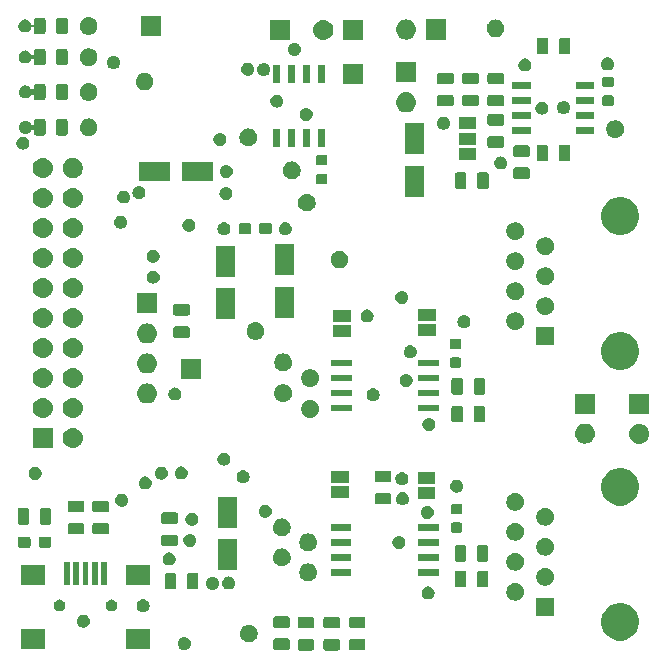
<source format=gbr>
G04 #@! TF.GenerationSoftware,KiCad,Pcbnew,5.0.1+dfsg1-3*
G04 #@! TF.CreationDate,2018-11-04T01:21:10+01:00*
G04 #@! TF.ProjectId,stk3700_beesensors,73746B333730305F62656573656E736F,rev?*
G04 #@! TF.SameCoordinates,Original*
G04 #@! TF.FileFunction,Soldermask,Top*
G04 #@! TF.FilePolarity,Negative*
%FSLAX46Y46*%
G04 Gerber Fmt 4.6, Leading zero omitted, Abs format (unit mm)*
G04 Created by KiCad (PCBNEW 5.0.1+dfsg1-3) date Sun 04 Nov 2018 01:21:10 CET*
%MOMM*%
%LPD*%
G01*
G04 APERTURE LIST*
%ADD10C,0.100000*%
G04 APERTURE END LIST*
D10*
G36*
X111882192Y-105914876D02*
X111916083Y-105925157D01*
X111947311Y-105941848D01*
X111974685Y-105964315D01*
X111997152Y-105991689D01*
X112013843Y-106022917D01*
X112024124Y-106056808D01*
X112028200Y-106098191D01*
X112028200Y-106698409D01*
X112024124Y-106739792D01*
X112013843Y-106773683D01*
X111997152Y-106804911D01*
X111974685Y-106832285D01*
X111947311Y-106854752D01*
X111916083Y-106871443D01*
X111882192Y-106881724D01*
X111840809Y-106885800D01*
X110815591Y-106885800D01*
X110774208Y-106881724D01*
X110740317Y-106871443D01*
X110709089Y-106854752D01*
X110681715Y-106832285D01*
X110659248Y-106804911D01*
X110642557Y-106773683D01*
X110632276Y-106739792D01*
X110628200Y-106698409D01*
X110628200Y-106098191D01*
X110632276Y-106056808D01*
X110642557Y-106022917D01*
X110659248Y-105991689D01*
X110681715Y-105964315D01*
X110709089Y-105941848D01*
X110740317Y-105925157D01*
X110774208Y-105914876D01*
X110815591Y-105910800D01*
X111840809Y-105910800D01*
X111882192Y-105914876D01*
X111882192Y-105914876D01*
G37*
G36*
X109697792Y-105914876D02*
X109731683Y-105925157D01*
X109762911Y-105941848D01*
X109790285Y-105964315D01*
X109812752Y-105991689D01*
X109829443Y-106022917D01*
X109839724Y-106056808D01*
X109843800Y-106098191D01*
X109843800Y-106698409D01*
X109839724Y-106739792D01*
X109829443Y-106773683D01*
X109812752Y-106804911D01*
X109790285Y-106832285D01*
X109762911Y-106854752D01*
X109731683Y-106871443D01*
X109697792Y-106881724D01*
X109656409Y-106885800D01*
X108631191Y-106885800D01*
X108589808Y-106881724D01*
X108555917Y-106871443D01*
X108524689Y-106854752D01*
X108497315Y-106832285D01*
X108474848Y-106804911D01*
X108458157Y-106773683D01*
X108447876Y-106739792D01*
X108443800Y-106698409D01*
X108443800Y-106098191D01*
X108447876Y-106056808D01*
X108458157Y-106022917D01*
X108474848Y-105991689D01*
X108497315Y-105964315D01*
X108524689Y-105941848D01*
X108555917Y-105925157D01*
X108589808Y-105914876D01*
X108631191Y-105910800D01*
X109656409Y-105910800D01*
X109697792Y-105914876D01*
X109697792Y-105914876D01*
G37*
G36*
X114041192Y-105889476D02*
X114075083Y-105899757D01*
X114106311Y-105916448D01*
X114133685Y-105938915D01*
X114156152Y-105966289D01*
X114172843Y-105997517D01*
X114183124Y-106031408D01*
X114187200Y-106072791D01*
X114187200Y-106673009D01*
X114183124Y-106714392D01*
X114172843Y-106748283D01*
X114156152Y-106779511D01*
X114133685Y-106806885D01*
X114106311Y-106829352D01*
X114075083Y-106846043D01*
X114041192Y-106856324D01*
X113999809Y-106860400D01*
X112974591Y-106860400D01*
X112933208Y-106856324D01*
X112899317Y-106846043D01*
X112868089Y-106829352D01*
X112840715Y-106806885D01*
X112818248Y-106779511D01*
X112801557Y-106748283D01*
X112791276Y-106714392D01*
X112787200Y-106673009D01*
X112787200Y-106072791D01*
X112791276Y-106031408D01*
X112801557Y-105997517D01*
X112818248Y-105966289D01*
X112840715Y-105938915D01*
X112868089Y-105916448D01*
X112899317Y-105899757D01*
X112933208Y-105889476D01*
X112974591Y-105885400D01*
X113999809Y-105885400D01*
X114041192Y-105889476D01*
X114041192Y-105889476D01*
G37*
G36*
X98946390Y-105750965D02*
X99017229Y-105765056D01*
X99117323Y-105806517D01*
X99207407Y-105866709D01*
X99284011Y-105943313D01*
X99284013Y-105943316D01*
X99344203Y-106033397D01*
X99385664Y-106133491D01*
X99406800Y-106239750D01*
X99406800Y-106348090D01*
X99385664Y-106454349D01*
X99344203Y-106554443D01*
X99284011Y-106644527D01*
X99207407Y-106721131D01*
X99207404Y-106721133D01*
X99117323Y-106781323D01*
X99017229Y-106822784D01*
X98955814Y-106835000D01*
X98910971Y-106843920D01*
X98802629Y-106843920D01*
X98757786Y-106835000D01*
X98696371Y-106822784D01*
X98596277Y-106781323D01*
X98506196Y-106721133D01*
X98506193Y-106721131D01*
X98429589Y-106644527D01*
X98369397Y-106554443D01*
X98327936Y-106454349D01*
X98306800Y-106348090D01*
X98306800Y-106239750D01*
X98327936Y-106133491D01*
X98369397Y-106033397D01*
X98429587Y-105943316D01*
X98429589Y-105943313D01*
X98506193Y-105866709D01*
X98596277Y-105806517D01*
X98696371Y-105765056D01*
X98767210Y-105750965D01*
X98802629Y-105743920D01*
X98910971Y-105743920D01*
X98946390Y-105750965D01*
X98946390Y-105750965D01*
G37*
G36*
X107640392Y-105864076D02*
X107674283Y-105874357D01*
X107705511Y-105891048D01*
X107732885Y-105913515D01*
X107755352Y-105940889D01*
X107772043Y-105972117D01*
X107782324Y-106006008D01*
X107786400Y-106047391D01*
X107786400Y-106647609D01*
X107782324Y-106688992D01*
X107772043Y-106722883D01*
X107755352Y-106754111D01*
X107732885Y-106781485D01*
X107705511Y-106803952D01*
X107674283Y-106820643D01*
X107640392Y-106830924D01*
X107599009Y-106835000D01*
X106573791Y-106835000D01*
X106532408Y-106830924D01*
X106498517Y-106820643D01*
X106467289Y-106803952D01*
X106439915Y-106781485D01*
X106417448Y-106754111D01*
X106400757Y-106722883D01*
X106390476Y-106688992D01*
X106386400Y-106647609D01*
X106386400Y-106047391D01*
X106390476Y-106006008D01*
X106400757Y-105972117D01*
X106417448Y-105940889D01*
X106439915Y-105913515D01*
X106467289Y-105891048D01*
X106498517Y-105874357D01*
X106532408Y-105864076D01*
X106573791Y-105860000D01*
X107599009Y-105860000D01*
X107640392Y-105864076D01*
X107640392Y-105864076D01*
G37*
G36*
X95937500Y-106760500D02*
X93937500Y-106760500D01*
X93937500Y-105060500D01*
X95937500Y-105060500D01*
X95937500Y-106760500D01*
X95937500Y-106760500D01*
G37*
G36*
X87037500Y-106760500D02*
X85037500Y-106760500D01*
X85037500Y-105060500D01*
X87037500Y-105060500D01*
X87037500Y-106760500D01*
X87037500Y-106760500D01*
G37*
G36*
X104464118Y-104699811D02*
X104536567Y-104714222D01*
X104593103Y-104737640D01*
X104673057Y-104770758D01*
X104795900Y-104852839D01*
X104900361Y-104957300D01*
X104982442Y-105080143D01*
X105015560Y-105160097D01*
X105033200Y-105202683D01*
X105038978Y-105216634D01*
X105067800Y-105361530D01*
X105067800Y-105509270D01*
X105038978Y-105654166D01*
X104982442Y-105790657D01*
X104900361Y-105913500D01*
X104795900Y-106017961D01*
X104673057Y-106100042D01*
X104593103Y-106133160D01*
X104536567Y-106156578D01*
X104464118Y-106170989D01*
X104391670Y-106185400D01*
X104243930Y-106185400D01*
X104171482Y-106170989D01*
X104099033Y-106156578D01*
X104042497Y-106133160D01*
X103962543Y-106100042D01*
X103839700Y-106017961D01*
X103735239Y-105913500D01*
X103653158Y-105790657D01*
X103596622Y-105654166D01*
X103567800Y-105509270D01*
X103567800Y-105361530D01*
X103596622Y-105216634D01*
X103602401Y-105202683D01*
X103620040Y-105160097D01*
X103653158Y-105080143D01*
X103735239Y-104957300D01*
X103839700Y-104852839D01*
X103962543Y-104770758D01*
X104042497Y-104737640D01*
X104099033Y-104714222D01*
X104171482Y-104699811D01*
X104243930Y-104685400D01*
X104391670Y-104685400D01*
X104464118Y-104699811D01*
X104464118Y-104699811D01*
G37*
G36*
X136229703Y-102906286D02*
X136520883Y-103026897D01*
X136782944Y-103202001D01*
X137005799Y-103424856D01*
X137180903Y-103686917D01*
X137301514Y-103978097D01*
X137363000Y-104287212D01*
X137363000Y-104602388D01*
X137301514Y-104911503D01*
X137180903Y-105202683D01*
X137005799Y-105464744D01*
X136782944Y-105687599D01*
X136520883Y-105862703D01*
X136229703Y-105983314D01*
X135920588Y-106044800D01*
X135605412Y-106044800D01*
X135296297Y-105983314D01*
X135005117Y-105862703D01*
X134743056Y-105687599D01*
X134520201Y-105464744D01*
X134345097Y-105202683D01*
X134224486Y-104911503D01*
X134163000Y-104602388D01*
X134163000Y-104287212D01*
X134224486Y-103978097D01*
X134345097Y-103686917D01*
X134520201Y-103424856D01*
X134743056Y-103202001D01*
X135005117Y-103026897D01*
X135296297Y-102906286D01*
X135605412Y-102844800D01*
X135920588Y-102844800D01*
X136229703Y-102906286D01*
X136229703Y-102906286D01*
G37*
G36*
X109697792Y-104039876D02*
X109731683Y-104050157D01*
X109762911Y-104066848D01*
X109790285Y-104089315D01*
X109812752Y-104116689D01*
X109829443Y-104147917D01*
X109839724Y-104181808D01*
X109843800Y-104223191D01*
X109843800Y-104823409D01*
X109839724Y-104864792D01*
X109829443Y-104898683D01*
X109812752Y-104929911D01*
X109790285Y-104957285D01*
X109762911Y-104979752D01*
X109731683Y-104996443D01*
X109697792Y-105006724D01*
X109656409Y-105010800D01*
X108631191Y-105010800D01*
X108589808Y-105006724D01*
X108555917Y-104996443D01*
X108524689Y-104979752D01*
X108497315Y-104957285D01*
X108474848Y-104929911D01*
X108458157Y-104898683D01*
X108447876Y-104864792D01*
X108443800Y-104823409D01*
X108443800Y-104223191D01*
X108447876Y-104181808D01*
X108458157Y-104147917D01*
X108474848Y-104116689D01*
X108497315Y-104089315D01*
X108524689Y-104066848D01*
X108555917Y-104050157D01*
X108589808Y-104039876D01*
X108631191Y-104035800D01*
X109656409Y-104035800D01*
X109697792Y-104039876D01*
X109697792Y-104039876D01*
G37*
G36*
X111882192Y-104039876D02*
X111916083Y-104050157D01*
X111947311Y-104066848D01*
X111974685Y-104089315D01*
X111997152Y-104116689D01*
X112013843Y-104147917D01*
X112024124Y-104181808D01*
X112028200Y-104223191D01*
X112028200Y-104823409D01*
X112024124Y-104864792D01*
X112013843Y-104898683D01*
X111997152Y-104929911D01*
X111974685Y-104957285D01*
X111947311Y-104979752D01*
X111916083Y-104996443D01*
X111882192Y-105006724D01*
X111840809Y-105010800D01*
X110815591Y-105010800D01*
X110774208Y-105006724D01*
X110740317Y-104996443D01*
X110709089Y-104979752D01*
X110681715Y-104957285D01*
X110659248Y-104929911D01*
X110642557Y-104898683D01*
X110632276Y-104864792D01*
X110628200Y-104823409D01*
X110628200Y-104223191D01*
X110632276Y-104181808D01*
X110642557Y-104147917D01*
X110659248Y-104116689D01*
X110681715Y-104089315D01*
X110709089Y-104066848D01*
X110740317Y-104050157D01*
X110774208Y-104039876D01*
X110815591Y-104035800D01*
X111840809Y-104035800D01*
X111882192Y-104039876D01*
X111882192Y-104039876D01*
G37*
G36*
X114041192Y-104014476D02*
X114075083Y-104024757D01*
X114106311Y-104041448D01*
X114133685Y-104063915D01*
X114156152Y-104091289D01*
X114172843Y-104122517D01*
X114183124Y-104156408D01*
X114187200Y-104197791D01*
X114187200Y-104798009D01*
X114183124Y-104839392D01*
X114172843Y-104873283D01*
X114156152Y-104904511D01*
X114133685Y-104931885D01*
X114106311Y-104954352D01*
X114075083Y-104971043D01*
X114041192Y-104981324D01*
X113999809Y-104985400D01*
X112974591Y-104985400D01*
X112933208Y-104981324D01*
X112899317Y-104971043D01*
X112868089Y-104954352D01*
X112840715Y-104931885D01*
X112818248Y-104904511D01*
X112801557Y-104873283D01*
X112791276Y-104839392D01*
X112787200Y-104798009D01*
X112787200Y-104197791D01*
X112791276Y-104156408D01*
X112801557Y-104122517D01*
X112818248Y-104091289D01*
X112840715Y-104063915D01*
X112868089Y-104041448D01*
X112899317Y-104024757D01*
X112933208Y-104014476D01*
X112974591Y-104010400D01*
X113999809Y-104010400D01*
X114041192Y-104014476D01*
X114041192Y-104014476D01*
G37*
G36*
X107640392Y-103989076D02*
X107674283Y-103999357D01*
X107705511Y-104016048D01*
X107732885Y-104038515D01*
X107755352Y-104065889D01*
X107772043Y-104097117D01*
X107782324Y-104131008D01*
X107786400Y-104172391D01*
X107786400Y-104772609D01*
X107782324Y-104813992D01*
X107772043Y-104847883D01*
X107755352Y-104879111D01*
X107732885Y-104906485D01*
X107705511Y-104928952D01*
X107674283Y-104945643D01*
X107640392Y-104955924D01*
X107599009Y-104960000D01*
X106573791Y-104960000D01*
X106532408Y-104955924D01*
X106498517Y-104945643D01*
X106467289Y-104928952D01*
X106439915Y-104906485D01*
X106417448Y-104879111D01*
X106400757Y-104847883D01*
X106390476Y-104813992D01*
X106386400Y-104772609D01*
X106386400Y-104172391D01*
X106390476Y-104131008D01*
X106400757Y-104097117D01*
X106417448Y-104065889D01*
X106439915Y-104038515D01*
X106467289Y-104016048D01*
X106498517Y-103999357D01*
X106532408Y-103989076D01*
X106573791Y-103985000D01*
X107599009Y-103985000D01*
X107640392Y-103989076D01*
X107640392Y-103989076D01*
G37*
G36*
X90401830Y-103856125D02*
X90472669Y-103870216D01*
X90572763Y-103911677D01*
X90662847Y-103971869D01*
X90739451Y-104048473D01*
X90739453Y-104048476D01*
X90799643Y-104138557D01*
X90841104Y-104238651D01*
X90862240Y-104344910D01*
X90862240Y-104453250D01*
X90841104Y-104559509D01*
X90799643Y-104659603D01*
X90739451Y-104749687D01*
X90662847Y-104826291D01*
X90662844Y-104826293D01*
X90572763Y-104886483D01*
X90472669Y-104927944D01*
X90415040Y-104939407D01*
X90366411Y-104949080D01*
X90258069Y-104949080D01*
X90209440Y-104939407D01*
X90151811Y-104927944D01*
X90051717Y-104886483D01*
X89961636Y-104826293D01*
X89961633Y-104826291D01*
X89885029Y-104749687D01*
X89824837Y-104659603D01*
X89783376Y-104559509D01*
X89762240Y-104453250D01*
X89762240Y-104344910D01*
X89783376Y-104238651D01*
X89824837Y-104138557D01*
X89885027Y-104048476D01*
X89885029Y-104048473D01*
X89961633Y-103971869D01*
X90051717Y-103911677D01*
X90151811Y-103870216D01*
X90222650Y-103856125D01*
X90258069Y-103849080D01*
X90366411Y-103849080D01*
X90401830Y-103856125D01*
X90401830Y-103856125D01*
G37*
G36*
X130163000Y-103924800D02*
X128663000Y-103924800D01*
X128663000Y-102424800D01*
X130163000Y-102424800D01*
X130163000Y-103924800D01*
X130163000Y-103924800D01*
G37*
G36*
X95460264Y-102536571D02*
X95531103Y-102550662D01*
X95631197Y-102592123D01*
X95721281Y-102652315D01*
X95797885Y-102728919D01*
X95797887Y-102728922D01*
X95858077Y-102819003D01*
X95899538Y-102919097D01*
X95920674Y-103025356D01*
X95920674Y-103133696D01*
X95899538Y-103239955D01*
X95875769Y-103297337D01*
X95858077Y-103340049D01*
X95797885Y-103430133D01*
X95721281Y-103506737D01*
X95721278Y-103506739D01*
X95631197Y-103566929D01*
X95531103Y-103608390D01*
X95460264Y-103622481D01*
X95424845Y-103629526D01*
X95316503Y-103629526D01*
X95281084Y-103622481D01*
X95210245Y-103608390D01*
X95110151Y-103566929D01*
X95020070Y-103506739D01*
X95020067Y-103506737D01*
X94943463Y-103430133D01*
X94883271Y-103340049D01*
X94865579Y-103297337D01*
X94841810Y-103239955D01*
X94820674Y-103133696D01*
X94820674Y-103025356D01*
X94841810Y-102919097D01*
X94883271Y-102819003D01*
X94943461Y-102728922D01*
X94943463Y-102728919D01*
X95020067Y-102652315D01*
X95110151Y-102592123D01*
X95210245Y-102550662D01*
X95281084Y-102536571D01*
X95316503Y-102529526D01*
X95424845Y-102529526D01*
X95460264Y-102536571D01*
X95460264Y-102536571D01*
G37*
G36*
X92833345Y-102579715D02*
X92924339Y-102617406D01*
X93005140Y-102671396D01*
X93006234Y-102672127D01*
X93075873Y-102741766D01*
X93075875Y-102741769D01*
X93127482Y-102819003D01*
X93130595Y-102823663D01*
X93168285Y-102914655D01*
X93187500Y-103011255D01*
X93187500Y-103109745D01*
X93168285Y-103206345D01*
X93130595Y-103297337D01*
X93075873Y-103379234D01*
X93006234Y-103448873D01*
X93006231Y-103448875D01*
X92924339Y-103503594D01*
X92924338Y-103503595D01*
X92924337Y-103503595D01*
X92833345Y-103541285D01*
X92736746Y-103560500D01*
X92638254Y-103560500D01*
X92541655Y-103541285D01*
X92450663Y-103503595D01*
X92450662Y-103503595D01*
X92450661Y-103503594D01*
X92368769Y-103448875D01*
X92368766Y-103448873D01*
X92299127Y-103379234D01*
X92244405Y-103297337D01*
X92206715Y-103206345D01*
X92187500Y-103109745D01*
X92187500Y-103011255D01*
X92206715Y-102914655D01*
X92244405Y-102823663D01*
X92247519Y-102819003D01*
X92299125Y-102741769D01*
X92299127Y-102741766D01*
X92368766Y-102672127D01*
X92369860Y-102671396D01*
X92450661Y-102617406D01*
X92541655Y-102579715D01*
X92638254Y-102560500D01*
X92736746Y-102560500D01*
X92833345Y-102579715D01*
X92833345Y-102579715D01*
G37*
G36*
X88433345Y-102579715D02*
X88524339Y-102617406D01*
X88605140Y-102671396D01*
X88606234Y-102672127D01*
X88675873Y-102741766D01*
X88675875Y-102741769D01*
X88727482Y-102819003D01*
X88730595Y-102823663D01*
X88768285Y-102914655D01*
X88787500Y-103011255D01*
X88787500Y-103109745D01*
X88768285Y-103206345D01*
X88730595Y-103297337D01*
X88675873Y-103379234D01*
X88606234Y-103448873D01*
X88606231Y-103448875D01*
X88524339Y-103503594D01*
X88524338Y-103503595D01*
X88524337Y-103503595D01*
X88433345Y-103541285D01*
X88336746Y-103560500D01*
X88238254Y-103560500D01*
X88141655Y-103541285D01*
X88050663Y-103503595D01*
X88050662Y-103503595D01*
X88050661Y-103503594D01*
X87968769Y-103448875D01*
X87968766Y-103448873D01*
X87899127Y-103379234D01*
X87844405Y-103297337D01*
X87806715Y-103206345D01*
X87787500Y-103109745D01*
X87787500Y-103011255D01*
X87806715Y-102914655D01*
X87844405Y-102823663D01*
X87847519Y-102819003D01*
X87899125Y-102741769D01*
X87899127Y-102741766D01*
X87968766Y-102672127D01*
X87969860Y-102671396D01*
X88050661Y-102617406D01*
X88141655Y-102579715D01*
X88238254Y-102560500D01*
X88336746Y-102560500D01*
X88433345Y-102579715D01*
X88433345Y-102579715D01*
G37*
G36*
X127019318Y-101169211D02*
X127091767Y-101183622D01*
X127148303Y-101207040D01*
X127228257Y-101240158D01*
X127351100Y-101322239D01*
X127455561Y-101426700D01*
X127537642Y-101549543D01*
X127560067Y-101603683D01*
X127594178Y-101686033D01*
X127605071Y-101740797D01*
X127623000Y-101830930D01*
X127623000Y-101978670D01*
X127594178Y-102123566D01*
X127537642Y-102260057D01*
X127455561Y-102382900D01*
X127351100Y-102487361D01*
X127228257Y-102569442D01*
X127148303Y-102602560D01*
X127091767Y-102625978D01*
X127019318Y-102640389D01*
X126946870Y-102654800D01*
X126799130Y-102654800D01*
X126726682Y-102640389D01*
X126654233Y-102625978D01*
X126597697Y-102602560D01*
X126517743Y-102569442D01*
X126394900Y-102487361D01*
X126290439Y-102382900D01*
X126208358Y-102260057D01*
X126151822Y-102123566D01*
X126123000Y-101978670D01*
X126123000Y-101830930D01*
X126140929Y-101740797D01*
X126151822Y-101686033D01*
X126185933Y-101603683D01*
X126208358Y-101549543D01*
X126290439Y-101426700D01*
X126394900Y-101322239D01*
X126517743Y-101240158D01*
X126597697Y-101207040D01*
X126654233Y-101183622D01*
X126726682Y-101169211D01*
X126799130Y-101154800D01*
X126946870Y-101154800D01*
X127019318Y-101169211D01*
X127019318Y-101169211D01*
G37*
G36*
X119575262Y-101454123D02*
X119667429Y-101472456D01*
X119750708Y-101506952D01*
X119767523Y-101513917D01*
X119857607Y-101574109D01*
X119934211Y-101650713D01*
X119934213Y-101650716D01*
X119994403Y-101740797D01*
X120035864Y-101840891D01*
X120057000Y-101947150D01*
X120057000Y-102055490D01*
X120035864Y-102161749D01*
X119995143Y-102260057D01*
X119994403Y-102261843D01*
X119934211Y-102351927D01*
X119857607Y-102428531D01*
X119857604Y-102428533D01*
X119767523Y-102488723D01*
X119667429Y-102530184D01*
X119596590Y-102544275D01*
X119561171Y-102551320D01*
X119452829Y-102551320D01*
X119417410Y-102544275D01*
X119346571Y-102530184D01*
X119246477Y-102488723D01*
X119156396Y-102428533D01*
X119156393Y-102428531D01*
X119079789Y-102351927D01*
X119019597Y-102261843D01*
X119018857Y-102260057D01*
X118978136Y-102161749D01*
X118957000Y-102055490D01*
X118957000Y-101947150D01*
X118978136Y-101840891D01*
X119019597Y-101740797D01*
X119079787Y-101650716D01*
X119079789Y-101650713D01*
X119156393Y-101574109D01*
X119246477Y-101513917D01*
X119263292Y-101506952D01*
X119346571Y-101472456D01*
X119438738Y-101454123D01*
X119452829Y-101451320D01*
X119561171Y-101451320D01*
X119575262Y-101454123D01*
X119575262Y-101454123D01*
G37*
G36*
X101333990Y-100650645D02*
X101404829Y-100664736D01*
X101504923Y-100706197D01*
X101595007Y-100766389D01*
X101671611Y-100842993D01*
X101671613Y-100842996D01*
X101731803Y-100933077D01*
X101773264Y-101033171D01*
X101794400Y-101139430D01*
X101794400Y-101247770D01*
X101773264Y-101354029D01*
X101743162Y-101426700D01*
X101731803Y-101454123D01*
X101671611Y-101544207D01*
X101595007Y-101620811D01*
X101595004Y-101620813D01*
X101504923Y-101681003D01*
X101404829Y-101722464D01*
X101333990Y-101736555D01*
X101298571Y-101743600D01*
X101190229Y-101743600D01*
X101154810Y-101736555D01*
X101083971Y-101722464D01*
X100983877Y-101681003D01*
X100893796Y-101620813D01*
X100893793Y-101620811D01*
X100817189Y-101544207D01*
X100756997Y-101454123D01*
X100745638Y-101426700D01*
X100715536Y-101354029D01*
X100694400Y-101247770D01*
X100694400Y-101139430D01*
X100715536Y-101033171D01*
X100756997Y-100933077D01*
X100817187Y-100842996D01*
X100817189Y-100842993D01*
X100893793Y-100766389D01*
X100983877Y-100706197D01*
X101083971Y-100664736D01*
X101154810Y-100650645D01*
X101190229Y-100643600D01*
X101298571Y-100643600D01*
X101333990Y-100650645D01*
X101333990Y-100650645D01*
G37*
G36*
X99907192Y-100319876D02*
X99941083Y-100330157D01*
X99972311Y-100346848D01*
X99999685Y-100369315D01*
X100022152Y-100396689D01*
X100038843Y-100427917D01*
X100049124Y-100461808D01*
X100053200Y-100503191D01*
X100053200Y-101528409D01*
X100049124Y-101569792D01*
X100038843Y-101603683D01*
X100022152Y-101634911D01*
X99999685Y-101662285D01*
X99972311Y-101684752D01*
X99941083Y-101701443D01*
X99907192Y-101711724D01*
X99865809Y-101715800D01*
X99265591Y-101715800D01*
X99224208Y-101711724D01*
X99190317Y-101701443D01*
X99159089Y-101684752D01*
X99131715Y-101662285D01*
X99109248Y-101634911D01*
X99092557Y-101603683D01*
X99082276Y-101569792D01*
X99078200Y-101528409D01*
X99078200Y-100503191D01*
X99082276Y-100461808D01*
X99092557Y-100427917D01*
X99109248Y-100396689D01*
X99131715Y-100369315D01*
X99159089Y-100346848D01*
X99190317Y-100330157D01*
X99224208Y-100319876D01*
X99265591Y-100315800D01*
X99865809Y-100315800D01*
X99907192Y-100319876D01*
X99907192Y-100319876D01*
G37*
G36*
X98032192Y-100319876D02*
X98066083Y-100330157D01*
X98097311Y-100346848D01*
X98124685Y-100369315D01*
X98147152Y-100396689D01*
X98163843Y-100427917D01*
X98174124Y-100461808D01*
X98178200Y-100503191D01*
X98178200Y-101528409D01*
X98174124Y-101569792D01*
X98163843Y-101603683D01*
X98147152Y-101634911D01*
X98124685Y-101662285D01*
X98097311Y-101684752D01*
X98066083Y-101701443D01*
X98032192Y-101711724D01*
X97990809Y-101715800D01*
X97390591Y-101715800D01*
X97349208Y-101711724D01*
X97315317Y-101701443D01*
X97284089Y-101684752D01*
X97256715Y-101662285D01*
X97234248Y-101634911D01*
X97217557Y-101603683D01*
X97207276Y-101569792D01*
X97203200Y-101528409D01*
X97203200Y-100503191D01*
X97207276Y-100461808D01*
X97217557Y-100427917D01*
X97234248Y-100396689D01*
X97256715Y-100369315D01*
X97284089Y-100346848D01*
X97315317Y-100330157D01*
X97349208Y-100319876D01*
X97390591Y-100315800D01*
X97990809Y-100315800D01*
X98032192Y-100319876D01*
X98032192Y-100319876D01*
G37*
G36*
X102690350Y-100620165D02*
X102761189Y-100634256D01*
X102861283Y-100675717D01*
X102951367Y-100735909D01*
X103027971Y-100812513D01*
X103027973Y-100812516D01*
X103088163Y-100902597D01*
X103129624Y-101002691D01*
X103135687Y-101033171D01*
X103150760Y-101108949D01*
X103150760Y-101217291D01*
X103146211Y-101240158D01*
X103129624Y-101323549D01*
X103103122Y-101387529D01*
X103088163Y-101423643D01*
X103027971Y-101513727D01*
X102951367Y-101590331D01*
X102951364Y-101590333D01*
X102861283Y-101650523D01*
X102761189Y-101691984D01*
X102690350Y-101706075D01*
X102654931Y-101713120D01*
X102546589Y-101713120D01*
X102511170Y-101706075D01*
X102440331Y-101691984D01*
X102340237Y-101650523D01*
X102250156Y-101590333D01*
X102250153Y-101590331D01*
X102173549Y-101513727D01*
X102113357Y-101423643D01*
X102098398Y-101387529D01*
X102071896Y-101323549D01*
X102055309Y-101240158D01*
X102050760Y-101217291D01*
X102050760Y-101108949D01*
X102065833Y-101033171D01*
X102071896Y-101002691D01*
X102113357Y-100902597D01*
X102173547Y-100812516D01*
X102173549Y-100812513D01*
X102250153Y-100735909D01*
X102340237Y-100675717D01*
X102440331Y-100634256D01*
X102511170Y-100620165D01*
X102546589Y-100613120D01*
X102654931Y-100613120D01*
X102690350Y-100620165D01*
X102690350Y-100620165D01*
G37*
G36*
X122581292Y-100142076D02*
X122615183Y-100152357D01*
X122646411Y-100169048D01*
X122673785Y-100191515D01*
X122696252Y-100218889D01*
X122712943Y-100250117D01*
X122723224Y-100284008D01*
X122727300Y-100325391D01*
X122727300Y-101350609D01*
X122723224Y-101391992D01*
X122712943Y-101425883D01*
X122696252Y-101457111D01*
X122673785Y-101484485D01*
X122646411Y-101506952D01*
X122615183Y-101523643D01*
X122581292Y-101533924D01*
X122539909Y-101538000D01*
X121939691Y-101538000D01*
X121898308Y-101533924D01*
X121864417Y-101523643D01*
X121833189Y-101506952D01*
X121805815Y-101484485D01*
X121783348Y-101457111D01*
X121766657Y-101425883D01*
X121756376Y-101391992D01*
X121752300Y-101350609D01*
X121752300Y-100325391D01*
X121756376Y-100284008D01*
X121766657Y-100250117D01*
X121783348Y-100218889D01*
X121805815Y-100191515D01*
X121833189Y-100169048D01*
X121864417Y-100152357D01*
X121898308Y-100142076D01*
X121939691Y-100138000D01*
X122539909Y-100138000D01*
X122581292Y-100142076D01*
X122581292Y-100142076D01*
G37*
G36*
X124456292Y-100142076D02*
X124490183Y-100152357D01*
X124521411Y-100169048D01*
X124548785Y-100191515D01*
X124571252Y-100218889D01*
X124587943Y-100250117D01*
X124598224Y-100284008D01*
X124602300Y-100325391D01*
X124602300Y-101350609D01*
X124598224Y-101391992D01*
X124587943Y-101425883D01*
X124571252Y-101457111D01*
X124548785Y-101484485D01*
X124521411Y-101506952D01*
X124490183Y-101523643D01*
X124456292Y-101533924D01*
X124414909Y-101538000D01*
X123814691Y-101538000D01*
X123773308Y-101533924D01*
X123739417Y-101523643D01*
X123708189Y-101506952D01*
X123680815Y-101484485D01*
X123658348Y-101457111D01*
X123641657Y-101425883D01*
X123631376Y-101391992D01*
X123627300Y-101350609D01*
X123627300Y-100325391D01*
X123631376Y-100284008D01*
X123641657Y-100250117D01*
X123658348Y-100218889D01*
X123680815Y-100191515D01*
X123708189Y-100169048D01*
X123739417Y-100152357D01*
X123773308Y-100142076D01*
X123814691Y-100138000D01*
X124414909Y-100138000D01*
X124456292Y-100142076D01*
X124456292Y-100142076D01*
G37*
G36*
X129559318Y-99899211D02*
X129631767Y-99913622D01*
X129688303Y-99937040D01*
X129768257Y-99970158D01*
X129891100Y-100052239D01*
X129995561Y-100156700D01*
X130077642Y-100279543D01*
X130098607Y-100330157D01*
X130134178Y-100416033D01*
X130136542Y-100427917D01*
X130163000Y-100560930D01*
X130163000Y-100708670D01*
X130155853Y-100744600D01*
X130142344Y-100812516D01*
X130134178Y-100853566D01*
X130077642Y-100990057D01*
X129995561Y-101112900D01*
X129891100Y-101217361D01*
X129768257Y-101299442D01*
X129710062Y-101323547D01*
X129631767Y-101355978D01*
X129609033Y-101360500D01*
X129486870Y-101384800D01*
X129339130Y-101384800D01*
X129216967Y-101360500D01*
X129194233Y-101355978D01*
X129115938Y-101323547D01*
X129057743Y-101299442D01*
X128934900Y-101217361D01*
X128830439Y-101112900D01*
X128748358Y-100990057D01*
X128691822Y-100853566D01*
X128683657Y-100812516D01*
X128670147Y-100744600D01*
X128663000Y-100708670D01*
X128663000Y-100560930D01*
X128689458Y-100427917D01*
X128691822Y-100416033D01*
X128727393Y-100330157D01*
X128748358Y-100279543D01*
X128830439Y-100156700D01*
X128934900Y-100052239D01*
X129057743Y-99970158D01*
X129137697Y-99937040D01*
X129194233Y-99913622D01*
X129266682Y-99899211D01*
X129339130Y-99884800D01*
X129486870Y-99884800D01*
X129559318Y-99899211D01*
X129559318Y-99899211D01*
G37*
G36*
X91537500Y-101360500D02*
X91037500Y-101360500D01*
X91037500Y-99360500D01*
X91537500Y-99360500D01*
X91537500Y-101360500D01*
X91537500Y-101360500D01*
G37*
G36*
X89137500Y-101360500D02*
X88637500Y-101360500D01*
X88637500Y-99360500D01*
X89137500Y-99360500D01*
X89137500Y-101360500D01*
X89137500Y-101360500D01*
G37*
G36*
X89937500Y-101360500D02*
X89437500Y-101360500D01*
X89437500Y-99360500D01*
X89937500Y-99360500D01*
X89937500Y-101360500D01*
X89937500Y-101360500D01*
G37*
G36*
X90737500Y-101360500D02*
X90237500Y-101360500D01*
X90237500Y-99360500D01*
X90737500Y-99360500D01*
X90737500Y-101360500D01*
X90737500Y-101360500D01*
G37*
G36*
X92337500Y-101360500D02*
X91837500Y-101360500D01*
X91837500Y-99360500D01*
X92337500Y-99360500D01*
X92337500Y-101360500D01*
X92337500Y-101360500D01*
G37*
G36*
X95937500Y-101310500D02*
X93937500Y-101310500D01*
X93937500Y-99610500D01*
X95937500Y-99610500D01*
X95937500Y-101310500D01*
X95937500Y-101310500D01*
G37*
G36*
X87037500Y-101310500D02*
X85037500Y-101310500D01*
X85037500Y-99610500D01*
X87037500Y-99610500D01*
X87037500Y-101310500D01*
X87037500Y-101310500D01*
G37*
G36*
X109480618Y-99530911D02*
X109553067Y-99545322D01*
X109596737Y-99563411D01*
X109689557Y-99601858D01*
X109812400Y-99683939D01*
X109916861Y-99788400D01*
X109998942Y-99911243D01*
X110032060Y-99991197D01*
X110047902Y-100029442D01*
X110055478Y-100047734D01*
X110081605Y-100179079D01*
X110084300Y-100192631D01*
X110084300Y-100340369D01*
X110055478Y-100485267D01*
X110044406Y-100511997D01*
X109998942Y-100621757D01*
X109916861Y-100744600D01*
X109812400Y-100849061D01*
X109689557Y-100931142D01*
X109609603Y-100964260D01*
X109553067Y-100987678D01*
X109480618Y-101002089D01*
X109408170Y-101016500D01*
X109260430Y-101016500D01*
X109187982Y-101002089D01*
X109115533Y-100987678D01*
X109058997Y-100964260D01*
X108979043Y-100931142D01*
X108856200Y-100849061D01*
X108751739Y-100744600D01*
X108669658Y-100621757D01*
X108624194Y-100511997D01*
X108613122Y-100485267D01*
X108584300Y-100340369D01*
X108584300Y-100192631D01*
X108586996Y-100179079D01*
X108613122Y-100047734D01*
X108620699Y-100029442D01*
X108636540Y-99991197D01*
X108669658Y-99911243D01*
X108751739Y-99788400D01*
X108856200Y-99683939D01*
X108979043Y-99601858D01*
X109071863Y-99563411D01*
X109115533Y-99545322D01*
X109187982Y-99530911D01*
X109260430Y-99516500D01*
X109408170Y-99516500D01*
X109480618Y-99530911D01*
X109480618Y-99530911D01*
G37*
G36*
X112986300Y-100541500D02*
X111236300Y-100541500D01*
X111236300Y-99991500D01*
X112986300Y-99991500D01*
X112986300Y-100541500D01*
X112986300Y-100541500D01*
G37*
G36*
X120386300Y-100541500D02*
X118636300Y-100541500D01*
X118636300Y-99991500D01*
X120386300Y-99991500D01*
X120386300Y-100541500D01*
X120386300Y-100541500D01*
G37*
G36*
X127019318Y-98629211D02*
X127091767Y-98643622D01*
X127104260Y-98648797D01*
X127228257Y-98700158D01*
X127351100Y-98782239D01*
X127455561Y-98886700D01*
X127537642Y-99009543D01*
X127594178Y-99146034D01*
X127623000Y-99290930D01*
X127623000Y-99438670D01*
X127615853Y-99474600D01*
X127594178Y-99583567D01*
X127586601Y-99601859D01*
X127537642Y-99720057D01*
X127455561Y-99842900D01*
X127351100Y-99947361D01*
X127228257Y-100029442D01*
X127148303Y-100062560D01*
X127091767Y-100085978D01*
X127019318Y-100100389D01*
X126946870Y-100114800D01*
X126799130Y-100114800D01*
X126726682Y-100100389D01*
X126654233Y-100085978D01*
X126597697Y-100062560D01*
X126517743Y-100029442D01*
X126394900Y-99947361D01*
X126290439Y-99842900D01*
X126208358Y-99720057D01*
X126159399Y-99601859D01*
X126151822Y-99583567D01*
X126130147Y-99474600D01*
X126123000Y-99438670D01*
X126123000Y-99290930D01*
X126151822Y-99146034D01*
X126208358Y-99009543D01*
X126290439Y-98886700D01*
X126394900Y-98782239D01*
X126517743Y-98700158D01*
X126641740Y-98648797D01*
X126654233Y-98643622D01*
X126726682Y-98629211D01*
X126799130Y-98614800D01*
X126946870Y-98614800D01*
X127019318Y-98629211D01*
X127019318Y-98629211D01*
G37*
G36*
X103339800Y-100077200D02*
X101739800Y-100077200D01*
X101739800Y-97477200D01*
X103339800Y-97477200D01*
X103339800Y-100077200D01*
X103339800Y-100077200D01*
G37*
G36*
X107258118Y-98260911D02*
X107330567Y-98275322D01*
X107387103Y-98298740D01*
X107467057Y-98331858D01*
X107589900Y-98413939D01*
X107694361Y-98518400D01*
X107776442Y-98641243D01*
X107804502Y-98708987D01*
X107825402Y-98759442D01*
X107832978Y-98777734D01*
X107861800Y-98922630D01*
X107861800Y-99070370D01*
X107848894Y-99135250D01*
X107832978Y-99215267D01*
X107825636Y-99232992D01*
X107776442Y-99351757D01*
X107694361Y-99474600D01*
X107589900Y-99579061D01*
X107467057Y-99661142D01*
X107406561Y-99686200D01*
X107330567Y-99717678D01*
X107258118Y-99732089D01*
X107185670Y-99746500D01*
X107037930Y-99746500D01*
X106965482Y-99732089D01*
X106893033Y-99717678D01*
X106817039Y-99686200D01*
X106756543Y-99661142D01*
X106633700Y-99579061D01*
X106529239Y-99474600D01*
X106447158Y-99351757D01*
X106397964Y-99232992D01*
X106390622Y-99215267D01*
X106374706Y-99135250D01*
X106361800Y-99070370D01*
X106361800Y-98922630D01*
X106390622Y-98777734D01*
X106398199Y-98759442D01*
X106419098Y-98708987D01*
X106447158Y-98641243D01*
X106529239Y-98518400D01*
X106633700Y-98413939D01*
X106756543Y-98331858D01*
X106836497Y-98298740D01*
X106893033Y-98275322D01*
X106965482Y-98260911D01*
X107037930Y-98246500D01*
X107185670Y-98246500D01*
X107258118Y-98260911D01*
X107258118Y-98260911D01*
G37*
G36*
X97650990Y-98593245D02*
X97721829Y-98607336D01*
X97821923Y-98648797D01*
X97912007Y-98708989D01*
X97988611Y-98785593D01*
X97988613Y-98785596D01*
X98048803Y-98875677D01*
X98090264Y-98975771D01*
X98111400Y-99082030D01*
X98111400Y-99190370D01*
X98090264Y-99296629D01*
X98056144Y-99379000D01*
X98048803Y-99396723D01*
X97988611Y-99486807D01*
X97912007Y-99563411D01*
X97912004Y-99563413D01*
X97821923Y-99623603D01*
X97721829Y-99665064D01*
X97650990Y-99679155D01*
X97615571Y-99686200D01*
X97507229Y-99686200D01*
X97471810Y-99679155D01*
X97400971Y-99665064D01*
X97300877Y-99623603D01*
X97210796Y-99563413D01*
X97210793Y-99563411D01*
X97134189Y-99486807D01*
X97073997Y-99396723D01*
X97066656Y-99379000D01*
X97032536Y-99296629D01*
X97011400Y-99190370D01*
X97011400Y-99082030D01*
X97032536Y-98975771D01*
X97073997Y-98875677D01*
X97134187Y-98785596D01*
X97134189Y-98785593D01*
X97210793Y-98708989D01*
X97300877Y-98648797D01*
X97400971Y-98607336D01*
X97471810Y-98593245D01*
X97507229Y-98586200D01*
X97615571Y-98586200D01*
X97650990Y-98593245D01*
X97650990Y-98593245D01*
G37*
G36*
X124456292Y-97983076D02*
X124490183Y-97993357D01*
X124521411Y-98010048D01*
X124548785Y-98032515D01*
X124571252Y-98059889D01*
X124587943Y-98091117D01*
X124598224Y-98125008D01*
X124602300Y-98166391D01*
X124602300Y-99191609D01*
X124598224Y-99232992D01*
X124587943Y-99266883D01*
X124571252Y-99298111D01*
X124548785Y-99325485D01*
X124521411Y-99347952D01*
X124490183Y-99364643D01*
X124456292Y-99374924D01*
X124414909Y-99379000D01*
X123814691Y-99379000D01*
X123773308Y-99374924D01*
X123739417Y-99364643D01*
X123708189Y-99347952D01*
X123680815Y-99325485D01*
X123658348Y-99298111D01*
X123641657Y-99266883D01*
X123631376Y-99232992D01*
X123627300Y-99191609D01*
X123627300Y-98166391D01*
X123631376Y-98125008D01*
X123641657Y-98091117D01*
X123658348Y-98059889D01*
X123680815Y-98032515D01*
X123708189Y-98010048D01*
X123739417Y-97993357D01*
X123773308Y-97983076D01*
X123814691Y-97979000D01*
X124414909Y-97979000D01*
X124456292Y-97983076D01*
X124456292Y-97983076D01*
G37*
G36*
X122581292Y-97983076D02*
X122615183Y-97993357D01*
X122646411Y-98010048D01*
X122673785Y-98032515D01*
X122696252Y-98059889D01*
X122712943Y-98091117D01*
X122723224Y-98125008D01*
X122727300Y-98166391D01*
X122727300Y-99191609D01*
X122723224Y-99232992D01*
X122712943Y-99266883D01*
X122696252Y-99298111D01*
X122673785Y-99325485D01*
X122646411Y-99347952D01*
X122615183Y-99364643D01*
X122581292Y-99374924D01*
X122539909Y-99379000D01*
X121939691Y-99379000D01*
X121898308Y-99374924D01*
X121864417Y-99364643D01*
X121833189Y-99347952D01*
X121805815Y-99325485D01*
X121783348Y-99298111D01*
X121766657Y-99266883D01*
X121756376Y-99232992D01*
X121752300Y-99191609D01*
X121752300Y-98166391D01*
X121756376Y-98125008D01*
X121766657Y-98091117D01*
X121783348Y-98059889D01*
X121805815Y-98032515D01*
X121833189Y-98010048D01*
X121864417Y-97993357D01*
X121898308Y-97983076D01*
X121939691Y-97979000D01*
X122539909Y-97979000D01*
X122581292Y-97983076D01*
X122581292Y-97983076D01*
G37*
G36*
X120386300Y-99271500D02*
X118636300Y-99271500D01*
X118636300Y-98721500D01*
X120386300Y-98721500D01*
X120386300Y-99271500D01*
X120386300Y-99271500D01*
G37*
G36*
X112986300Y-99271500D02*
X111236300Y-99271500D01*
X111236300Y-98721500D01*
X112986300Y-98721500D01*
X112986300Y-99271500D01*
X112986300Y-99271500D01*
G37*
G36*
X129559318Y-97359211D02*
X129631767Y-97373622D01*
X129688303Y-97397040D01*
X129768257Y-97430158D01*
X129891100Y-97512239D01*
X129995561Y-97616700D01*
X130077642Y-97739543D01*
X130102837Y-97800369D01*
X130123562Y-97850403D01*
X130134178Y-97876034D01*
X130163000Y-98020930D01*
X130163000Y-98168670D01*
X130155853Y-98204600D01*
X130134178Y-98313567D01*
X130126601Y-98331859D01*
X130077642Y-98450057D01*
X129995561Y-98572900D01*
X129891100Y-98677361D01*
X129768257Y-98759442D01*
X129705122Y-98785593D01*
X129631767Y-98815978D01*
X129559318Y-98830389D01*
X129486870Y-98844800D01*
X129339130Y-98844800D01*
X129266682Y-98830389D01*
X129194233Y-98815978D01*
X129120878Y-98785593D01*
X129057743Y-98759442D01*
X128934900Y-98677361D01*
X128830439Y-98572900D01*
X128748358Y-98450057D01*
X128699399Y-98331859D01*
X128691822Y-98313567D01*
X128670147Y-98204600D01*
X128663000Y-98168670D01*
X128663000Y-98020930D01*
X128691822Y-97876034D01*
X128702439Y-97850403D01*
X128723163Y-97800369D01*
X128748358Y-97739543D01*
X128830439Y-97616700D01*
X128934900Y-97512239D01*
X129057743Y-97430158D01*
X129137697Y-97397040D01*
X129194233Y-97373622D01*
X129266682Y-97359211D01*
X129339130Y-97344800D01*
X129486870Y-97344800D01*
X129559318Y-97359211D01*
X129559318Y-97359211D01*
G37*
G36*
X109448926Y-96984607D02*
X109553067Y-97005322D01*
X109609603Y-97028740D01*
X109689557Y-97061858D01*
X109812400Y-97143939D01*
X109916861Y-97248400D01*
X109998942Y-97371243D01*
X110032060Y-97451197D01*
X110055270Y-97507230D01*
X110055478Y-97507734D01*
X110084300Y-97652630D01*
X110084300Y-97800370D01*
X110080013Y-97821923D01*
X110055478Y-97945267D01*
X110043076Y-97975207D01*
X109998942Y-98081757D01*
X109916861Y-98204600D01*
X109812400Y-98309061D01*
X109689557Y-98391142D01*
X109609603Y-98424260D01*
X109553067Y-98447678D01*
X109480618Y-98462089D01*
X109408170Y-98476500D01*
X109260430Y-98476500D01*
X109187982Y-98462089D01*
X109115533Y-98447678D01*
X109058997Y-98424260D01*
X108979043Y-98391142D01*
X108856200Y-98309061D01*
X108751739Y-98204600D01*
X108669658Y-98081757D01*
X108625524Y-97975207D01*
X108613122Y-97945267D01*
X108588587Y-97821923D01*
X108584300Y-97800370D01*
X108584300Y-97652630D01*
X108613122Y-97507734D01*
X108613331Y-97507230D01*
X108636540Y-97451197D01*
X108669658Y-97371243D01*
X108751739Y-97248400D01*
X108856200Y-97143939D01*
X108979043Y-97061858D01*
X109058997Y-97028740D01*
X109115533Y-97005322D01*
X109219674Y-96984607D01*
X109260430Y-96976500D01*
X109408170Y-96976500D01*
X109448926Y-96984607D01*
X109448926Y-96984607D01*
G37*
G36*
X117107390Y-97183545D02*
X117178229Y-97197636D01*
X117277606Y-97238800D01*
X117278323Y-97239097D01*
X117368407Y-97299289D01*
X117445011Y-97375893D01*
X117445013Y-97375896D01*
X117505203Y-97465977D01*
X117546664Y-97566071D01*
X117546664Y-97566073D01*
X117567800Y-97672329D01*
X117567800Y-97780671D01*
X117563388Y-97802850D01*
X117546664Y-97886929D01*
X117522499Y-97945267D01*
X117505203Y-97987023D01*
X117445011Y-98077107D01*
X117368407Y-98153711D01*
X117368404Y-98153713D01*
X117278323Y-98213903D01*
X117178229Y-98255364D01*
X117107390Y-98269455D01*
X117071971Y-98276500D01*
X116963629Y-98276500D01*
X116928210Y-98269455D01*
X116857371Y-98255364D01*
X116757277Y-98213903D01*
X116667196Y-98153713D01*
X116667193Y-98153711D01*
X116590589Y-98077107D01*
X116530397Y-97987023D01*
X116513101Y-97945267D01*
X116488936Y-97886929D01*
X116472212Y-97802850D01*
X116467800Y-97780671D01*
X116467800Y-97672329D01*
X116488936Y-97566073D01*
X116488936Y-97566071D01*
X116530397Y-97465977D01*
X116590587Y-97375896D01*
X116590589Y-97375893D01*
X116667193Y-97299289D01*
X116757277Y-97239097D01*
X116757994Y-97238800D01*
X116857371Y-97197636D01*
X116928210Y-97183545D01*
X116963629Y-97176500D01*
X117071971Y-97176500D01*
X117107390Y-97183545D01*
X117107390Y-97183545D01*
G37*
G36*
X87441224Y-97242755D02*
X87473936Y-97252679D01*
X87504090Y-97268797D01*
X87530516Y-97290484D01*
X87552203Y-97316910D01*
X87568321Y-97347064D01*
X87578245Y-97379776D01*
X87582200Y-97419938D01*
X87582200Y-98007662D01*
X87578245Y-98047824D01*
X87568321Y-98080536D01*
X87552203Y-98110690D01*
X87530516Y-98137116D01*
X87504090Y-98158803D01*
X87473936Y-98174921D01*
X87441224Y-98184845D01*
X87401062Y-98188800D01*
X86713338Y-98188800D01*
X86673176Y-98184845D01*
X86640464Y-98174921D01*
X86610310Y-98158803D01*
X86583884Y-98137116D01*
X86562197Y-98110690D01*
X86546079Y-98080536D01*
X86536155Y-98047824D01*
X86532200Y-98007662D01*
X86532200Y-97419938D01*
X86536155Y-97379776D01*
X86546079Y-97347064D01*
X86562197Y-97316910D01*
X86583884Y-97290484D01*
X86610310Y-97268797D01*
X86640464Y-97252679D01*
X86673176Y-97242755D01*
X86713338Y-97238800D01*
X87401062Y-97238800D01*
X87441224Y-97242755D01*
X87441224Y-97242755D01*
G37*
G36*
X85691224Y-97242755D02*
X85723936Y-97252679D01*
X85754090Y-97268797D01*
X85780516Y-97290484D01*
X85802203Y-97316910D01*
X85818321Y-97347064D01*
X85828245Y-97379776D01*
X85832200Y-97419938D01*
X85832200Y-98007662D01*
X85828245Y-98047824D01*
X85818321Y-98080536D01*
X85802203Y-98110690D01*
X85780516Y-98137116D01*
X85754090Y-98158803D01*
X85723936Y-98174921D01*
X85691224Y-98184845D01*
X85651062Y-98188800D01*
X84963338Y-98188800D01*
X84923176Y-98184845D01*
X84890464Y-98174921D01*
X84860310Y-98158803D01*
X84833884Y-98137116D01*
X84812197Y-98110690D01*
X84796079Y-98080536D01*
X84786155Y-98047824D01*
X84782200Y-98007662D01*
X84782200Y-97419938D01*
X84786155Y-97379776D01*
X84796079Y-97347064D01*
X84812197Y-97316910D01*
X84833884Y-97290484D01*
X84860310Y-97268797D01*
X84890464Y-97252679D01*
X84923176Y-97242755D01*
X84963338Y-97238800D01*
X85651062Y-97238800D01*
X85691224Y-97242755D01*
X85691224Y-97242755D01*
G37*
G36*
X99403590Y-97018445D02*
X99474429Y-97032536D01*
X99568736Y-97071600D01*
X99574523Y-97073997D01*
X99664607Y-97134189D01*
X99741211Y-97210793D01*
X99741213Y-97210796D01*
X99801403Y-97300877D01*
X99842864Y-97400971D01*
X99864000Y-97507230D01*
X99864000Y-97615570D01*
X99842864Y-97721829D01*
X99835526Y-97739543D01*
X99801403Y-97821923D01*
X99741211Y-97912007D01*
X99664607Y-97988611D01*
X99664604Y-97988613D01*
X99574523Y-98048803D01*
X99474429Y-98090264D01*
X99403590Y-98104355D01*
X99368171Y-98111400D01*
X99259829Y-98111400D01*
X99224410Y-98104355D01*
X99153571Y-98090264D01*
X99053477Y-98048803D01*
X98963396Y-97988613D01*
X98963393Y-97988611D01*
X98886789Y-97912007D01*
X98826597Y-97821923D01*
X98792474Y-97739543D01*
X98785136Y-97721829D01*
X98764000Y-97615570D01*
X98764000Y-97507230D01*
X98785136Y-97400971D01*
X98826597Y-97300877D01*
X98886787Y-97210796D01*
X98886789Y-97210793D01*
X98963393Y-97134189D01*
X99053477Y-97073997D01*
X99059264Y-97071600D01*
X99153571Y-97032536D01*
X99224410Y-97018445D01*
X99259829Y-97011400D01*
X99368171Y-97011400D01*
X99403590Y-97018445D01*
X99403590Y-97018445D01*
G37*
G36*
X98166192Y-97075676D02*
X98200083Y-97085957D01*
X98231311Y-97102648D01*
X98258685Y-97125115D01*
X98281152Y-97152489D01*
X98297843Y-97183717D01*
X98308124Y-97217608D01*
X98312200Y-97258991D01*
X98312200Y-97859209D01*
X98308124Y-97900592D01*
X98297843Y-97934483D01*
X98281152Y-97965711D01*
X98258685Y-97993085D01*
X98231311Y-98015552D01*
X98200083Y-98032243D01*
X98166192Y-98042524D01*
X98124809Y-98046600D01*
X97099591Y-98046600D01*
X97058208Y-98042524D01*
X97024317Y-98032243D01*
X96993089Y-98015552D01*
X96965715Y-97993085D01*
X96943248Y-97965711D01*
X96926557Y-97934483D01*
X96916276Y-97900592D01*
X96912200Y-97859209D01*
X96912200Y-97258991D01*
X96916276Y-97217608D01*
X96926557Y-97183717D01*
X96943248Y-97152489D01*
X96965715Y-97125115D01*
X96993089Y-97102648D01*
X97024317Y-97085957D01*
X97058208Y-97075676D01*
X97099591Y-97071600D01*
X98124809Y-97071600D01*
X98166192Y-97075676D01*
X98166192Y-97075676D01*
G37*
G36*
X112986300Y-98001500D02*
X111236300Y-98001500D01*
X111236300Y-97451500D01*
X112986300Y-97451500D01*
X112986300Y-98001500D01*
X112986300Y-98001500D01*
G37*
G36*
X120386300Y-98001500D02*
X118636300Y-98001500D01*
X118636300Y-97451500D01*
X120386300Y-97451500D01*
X120386300Y-98001500D01*
X120386300Y-98001500D01*
G37*
G36*
X126978039Y-96081000D02*
X127091767Y-96103622D01*
X127148303Y-96127040D01*
X127228257Y-96160158D01*
X127351100Y-96242239D01*
X127455561Y-96346700D01*
X127537642Y-96469543D01*
X127594178Y-96606034D01*
X127623000Y-96750930D01*
X127623000Y-96898670D01*
X127615853Y-96934600D01*
X127594178Y-97043567D01*
X127586601Y-97061859D01*
X127537642Y-97180057D01*
X127455561Y-97302900D01*
X127351100Y-97407361D01*
X127228257Y-97489442D01*
X127148303Y-97522560D01*
X127091767Y-97545978D01*
X127019318Y-97560389D01*
X126946870Y-97574800D01*
X126799130Y-97574800D01*
X126726682Y-97560389D01*
X126654233Y-97545978D01*
X126597697Y-97522560D01*
X126517743Y-97489442D01*
X126394900Y-97407361D01*
X126290439Y-97302900D01*
X126208358Y-97180057D01*
X126159399Y-97061859D01*
X126151822Y-97043567D01*
X126130147Y-96934600D01*
X126123000Y-96898670D01*
X126123000Y-96750930D01*
X126151822Y-96606034D01*
X126208358Y-96469543D01*
X126290439Y-96346700D01*
X126394900Y-96242239D01*
X126517743Y-96160158D01*
X126597697Y-96127040D01*
X126654233Y-96103622D01*
X126767961Y-96081000D01*
X126799130Y-96074800D01*
X126946870Y-96074800D01*
X126978039Y-96081000D01*
X126978039Y-96081000D01*
G37*
G36*
X107258118Y-95720911D02*
X107330567Y-95735322D01*
X107387103Y-95758740D01*
X107467057Y-95791858D01*
X107589900Y-95873939D01*
X107694361Y-95978400D01*
X107776442Y-96101243D01*
X107801562Y-96161889D01*
X107828536Y-96227008D01*
X107832978Y-96237734D01*
X107861800Y-96382630D01*
X107861800Y-96530370D01*
X107832978Y-96675266D01*
X107776442Y-96811757D01*
X107694361Y-96934600D01*
X107589900Y-97039061D01*
X107467057Y-97121142D01*
X107391378Y-97152489D01*
X107330567Y-97177678D01*
X107258118Y-97192089D01*
X107185670Y-97206500D01*
X107037930Y-97206500D01*
X106965482Y-97192089D01*
X106893033Y-97177678D01*
X106832222Y-97152489D01*
X106756543Y-97121142D01*
X106633700Y-97039061D01*
X106529239Y-96934600D01*
X106447158Y-96811757D01*
X106390622Y-96675266D01*
X106361800Y-96530370D01*
X106361800Y-96382630D01*
X106390622Y-96237734D01*
X106395065Y-96227008D01*
X106422038Y-96161889D01*
X106447158Y-96101243D01*
X106529239Y-95978400D01*
X106633700Y-95873939D01*
X106756543Y-95791858D01*
X106836497Y-95758740D01*
X106893033Y-95735322D01*
X106965482Y-95720911D01*
X107037930Y-95706500D01*
X107185670Y-95706500D01*
X107258118Y-95720911D01*
X107258118Y-95720911D01*
G37*
G36*
X92324192Y-96085076D02*
X92358083Y-96095357D01*
X92389311Y-96112048D01*
X92416685Y-96134515D01*
X92439152Y-96161889D01*
X92455843Y-96193117D01*
X92466124Y-96227008D01*
X92470200Y-96268391D01*
X92470200Y-96868609D01*
X92466124Y-96909992D01*
X92455843Y-96943883D01*
X92439152Y-96975111D01*
X92416685Y-97002485D01*
X92389311Y-97024952D01*
X92358083Y-97041643D01*
X92324192Y-97051924D01*
X92282809Y-97056000D01*
X91257591Y-97056000D01*
X91216208Y-97051924D01*
X91182317Y-97041643D01*
X91151089Y-97024952D01*
X91123715Y-97002485D01*
X91101248Y-96975111D01*
X91084557Y-96943883D01*
X91074276Y-96909992D01*
X91070200Y-96868609D01*
X91070200Y-96268391D01*
X91074276Y-96227008D01*
X91084557Y-96193117D01*
X91101248Y-96161889D01*
X91123715Y-96134515D01*
X91151089Y-96112048D01*
X91182317Y-96095357D01*
X91216208Y-96085076D01*
X91257591Y-96081000D01*
X92282809Y-96081000D01*
X92324192Y-96085076D01*
X92324192Y-96085076D01*
G37*
G36*
X90241392Y-96085076D02*
X90275283Y-96095357D01*
X90306511Y-96112048D01*
X90333885Y-96134515D01*
X90356352Y-96161889D01*
X90373043Y-96193117D01*
X90383324Y-96227008D01*
X90387400Y-96268391D01*
X90387400Y-96868609D01*
X90383324Y-96909992D01*
X90373043Y-96943883D01*
X90356352Y-96975111D01*
X90333885Y-97002485D01*
X90306511Y-97024952D01*
X90275283Y-97041643D01*
X90241392Y-97051924D01*
X90200009Y-97056000D01*
X89174791Y-97056000D01*
X89133408Y-97051924D01*
X89099517Y-97041643D01*
X89068289Y-97024952D01*
X89040915Y-97002485D01*
X89018448Y-96975111D01*
X89001757Y-96943883D01*
X88991476Y-96909992D01*
X88987400Y-96868609D01*
X88987400Y-96268391D01*
X88991476Y-96227008D01*
X89001757Y-96193117D01*
X89018448Y-96161889D01*
X89040915Y-96134515D01*
X89068289Y-96112048D01*
X89099517Y-96095357D01*
X89133408Y-96085076D01*
X89174791Y-96081000D01*
X90200009Y-96081000D01*
X90241392Y-96085076D01*
X90241392Y-96085076D01*
G37*
G36*
X122256416Y-96048095D02*
X122285613Y-96056952D01*
X122312518Y-96071333D01*
X122336108Y-96090692D01*
X122355467Y-96114282D01*
X122369848Y-96141187D01*
X122378705Y-96170384D01*
X122382300Y-96206890D01*
X122382300Y-96757110D01*
X122378705Y-96793616D01*
X122369848Y-96822813D01*
X122355467Y-96849718D01*
X122336108Y-96873308D01*
X122312518Y-96892667D01*
X122285613Y-96907048D01*
X122256416Y-96915905D01*
X122219910Y-96919500D01*
X121594690Y-96919500D01*
X121558184Y-96915905D01*
X121528987Y-96907048D01*
X121502082Y-96892667D01*
X121478492Y-96873308D01*
X121459133Y-96849718D01*
X121444752Y-96822813D01*
X121435895Y-96793616D01*
X121432300Y-96757110D01*
X121432300Y-96206890D01*
X121435895Y-96170384D01*
X121444752Y-96141187D01*
X121459133Y-96114282D01*
X121478492Y-96090692D01*
X121502082Y-96071333D01*
X121528987Y-96056952D01*
X121558184Y-96048095D01*
X121594690Y-96044500D01*
X122219910Y-96044500D01*
X122256416Y-96048095D01*
X122256416Y-96048095D01*
G37*
G36*
X120386300Y-96731500D02*
X118636300Y-96731500D01*
X118636300Y-96181500D01*
X120386300Y-96181500D01*
X120386300Y-96731500D01*
X120386300Y-96731500D01*
G37*
G36*
X112986300Y-96731500D02*
X111236300Y-96731500D01*
X111236300Y-96181500D01*
X112986300Y-96181500D01*
X112986300Y-96731500D01*
X112986300Y-96731500D01*
G37*
G36*
X103339800Y-96477200D02*
X101739800Y-96477200D01*
X101739800Y-93877200D01*
X103339800Y-93877200D01*
X103339800Y-96477200D01*
X103339800Y-96477200D01*
G37*
G36*
X99563456Y-95218616D02*
X99655110Y-95236847D01*
X99746537Y-95274718D01*
X99755204Y-95278308D01*
X99845288Y-95338500D01*
X99921892Y-95415104D01*
X99921894Y-95415107D01*
X99982084Y-95505188D01*
X100023545Y-95605282D01*
X100044681Y-95711541D01*
X100044681Y-95819881D01*
X100023545Y-95926140D01*
X99984199Y-96021129D01*
X99982084Y-96026234D01*
X99921892Y-96116318D01*
X99845288Y-96192922D01*
X99845285Y-96192924D01*
X99755204Y-96253114D01*
X99655110Y-96294575D01*
X99584271Y-96308666D01*
X99548852Y-96315711D01*
X99440510Y-96315711D01*
X99405091Y-96308666D01*
X99334252Y-96294575D01*
X99234158Y-96253114D01*
X99144077Y-96192924D01*
X99144074Y-96192922D01*
X99067470Y-96116318D01*
X99007278Y-96026234D01*
X99005163Y-96021129D01*
X98965817Y-95926140D01*
X98944681Y-95819881D01*
X98944681Y-95711541D01*
X98965817Y-95605282D01*
X99007278Y-95505188D01*
X99067468Y-95415107D01*
X99067470Y-95415104D01*
X99144074Y-95338500D01*
X99234158Y-95278308D01*
X99242825Y-95274718D01*
X99334252Y-95236847D01*
X99425906Y-95218616D01*
X99440510Y-95215711D01*
X99548852Y-95215711D01*
X99563456Y-95218616D01*
X99563456Y-95218616D01*
G37*
G36*
X129559318Y-94819211D02*
X129631767Y-94833622D01*
X129666367Y-94847954D01*
X129768257Y-94890158D01*
X129891100Y-94972239D01*
X129995561Y-95076700D01*
X130077642Y-95199543D01*
X130097636Y-95247813D01*
X130134178Y-95336033D01*
X130163000Y-95480931D01*
X130163000Y-95628669D01*
X130134178Y-95773567D01*
X130110760Y-95830103D01*
X130077642Y-95910057D01*
X129995561Y-96032900D01*
X129891100Y-96137361D01*
X129768257Y-96219442D01*
X129688303Y-96252560D01*
X129631767Y-96275978D01*
X129559318Y-96290389D01*
X129486870Y-96304800D01*
X129339130Y-96304800D01*
X129266682Y-96290389D01*
X129194233Y-96275978D01*
X129137697Y-96252560D01*
X129057743Y-96219442D01*
X128934900Y-96137361D01*
X128830439Y-96032900D01*
X128748358Y-95910057D01*
X128715240Y-95830103D01*
X128691822Y-95773567D01*
X128663000Y-95628669D01*
X128663000Y-95480931D01*
X128691822Y-95336033D01*
X128728364Y-95247813D01*
X128748358Y-95199543D01*
X128830439Y-95076700D01*
X128934900Y-94972239D01*
X129057743Y-94890158D01*
X129159633Y-94847954D01*
X129194233Y-94833622D01*
X129266682Y-94819211D01*
X129339130Y-94804800D01*
X129486870Y-94804800D01*
X129559318Y-94819211D01*
X129559318Y-94819211D01*
G37*
G36*
X85560792Y-94833476D02*
X85594683Y-94843757D01*
X85625911Y-94860448D01*
X85653285Y-94882915D01*
X85675752Y-94910289D01*
X85692443Y-94941517D01*
X85702724Y-94975408D01*
X85706800Y-95016791D01*
X85706800Y-96042009D01*
X85702724Y-96083392D01*
X85692443Y-96117283D01*
X85675752Y-96148511D01*
X85653285Y-96175885D01*
X85625911Y-96198352D01*
X85594683Y-96215043D01*
X85560792Y-96225324D01*
X85519409Y-96229400D01*
X84919191Y-96229400D01*
X84877808Y-96225324D01*
X84843917Y-96215043D01*
X84812689Y-96198352D01*
X84785315Y-96175885D01*
X84762848Y-96148511D01*
X84746157Y-96117283D01*
X84735876Y-96083392D01*
X84731800Y-96042009D01*
X84731800Y-95016791D01*
X84735876Y-94975408D01*
X84746157Y-94941517D01*
X84762848Y-94910289D01*
X84785315Y-94882915D01*
X84812689Y-94860448D01*
X84843917Y-94843757D01*
X84877808Y-94833476D01*
X84919191Y-94829400D01*
X85519409Y-94829400D01*
X85560792Y-94833476D01*
X85560792Y-94833476D01*
G37*
G36*
X87435792Y-94833476D02*
X87469683Y-94843757D01*
X87500911Y-94860448D01*
X87528285Y-94882915D01*
X87550752Y-94910289D01*
X87567443Y-94941517D01*
X87577724Y-94975408D01*
X87581800Y-95016791D01*
X87581800Y-96042009D01*
X87577724Y-96083392D01*
X87567443Y-96117283D01*
X87550752Y-96148511D01*
X87528285Y-96175885D01*
X87500911Y-96198352D01*
X87469683Y-96215043D01*
X87435792Y-96225324D01*
X87394409Y-96229400D01*
X86794191Y-96229400D01*
X86752808Y-96225324D01*
X86718917Y-96215043D01*
X86687689Y-96198352D01*
X86660315Y-96175885D01*
X86637848Y-96148511D01*
X86621157Y-96117283D01*
X86610876Y-96083392D01*
X86606800Y-96042009D01*
X86606800Y-95016791D01*
X86610876Y-94975408D01*
X86621157Y-94941517D01*
X86637848Y-94910289D01*
X86660315Y-94882915D01*
X86687689Y-94860448D01*
X86718917Y-94843757D01*
X86752808Y-94833476D01*
X86794191Y-94829400D01*
X87394409Y-94829400D01*
X87435792Y-94833476D01*
X87435792Y-94833476D01*
G37*
G36*
X98166192Y-95200676D02*
X98200083Y-95210957D01*
X98231311Y-95227648D01*
X98258685Y-95250115D01*
X98281152Y-95277489D01*
X98297843Y-95308717D01*
X98308124Y-95342608D01*
X98312200Y-95383991D01*
X98312200Y-95984209D01*
X98308124Y-96025592D01*
X98297843Y-96059483D01*
X98281152Y-96090711D01*
X98258685Y-96118085D01*
X98231311Y-96140552D01*
X98200083Y-96157243D01*
X98166192Y-96167524D01*
X98124809Y-96171600D01*
X97099591Y-96171600D01*
X97058208Y-96167524D01*
X97024317Y-96157243D01*
X96993089Y-96140552D01*
X96965715Y-96118085D01*
X96943248Y-96090711D01*
X96926557Y-96059483D01*
X96916276Y-96025592D01*
X96912200Y-95984209D01*
X96912200Y-95383991D01*
X96916276Y-95342608D01*
X96926557Y-95308717D01*
X96943248Y-95277489D01*
X96965715Y-95250115D01*
X96993089Y-95227648D01*
X97024317Y-95210957D01*
X97058208Y-95200676D01*
X97099591Y-95196600D01*
X98124809Y-95196600D01*
X98166192Y-95200676D01*
X98166192Y-95200676D01*
G37*
G36*
X119520390Y-94643545D02*
X119591229Y-94657636D01*
X119665136Y-94688250D01*
X119691323Y-94699097D01*
X119781407Y-94759289D01*
X119858011Y-94835893D01*
X119858013Y-94835896D01*
X119918203Y-94925977D01*
X119959664Y-95026071D01*
X119980800Y-95132330D01*
X119980800Y-95240670D01*
X119959664Y-95346929D01*
X119924025Y-95432967D01*
X119918203Y-95447023D01*
X119858011Y-95537107D01*
X119781407Y-95613711D01*
X119781404Y-95613713D01*
X119691323Y-95673903D01*
X119591229Y-95715364D01*
X119520390Y-95729455D01*
X119484971Y-95736500D01*
X119376629Y-95736500D01*
X119341210Y-95729455D01*
X119270371Y-95715364D01*
X119170277Y-95673903D01*
X119080196Y-95613713D01*
X119080193Y-95613711D01*
X119003589Y-95537107D01*
X118943397Y-95447023D01*
X118937575Y-95432967D01*
X118901936Y-95346929D01*
X118880800Y-95240670D01*
X118880800Y-95132330D01*
X118901936Y-95026071D01*
X118943397Y-94925977D01*
X119003587Y-94835896D01*
X119003589Y-94835893D01*
X119080193Y-94759289D01*
X119170277Y-94699097D01*
X119196464Y-94688250D01*
X119270371Y-94657636D01*
X119341210Y-94643545D01*
X119376629Y-94636500D01*
X119484971Y-94636500D01*
X119520390Y-94643545D01*
X119520390Y-94643545D01*
G37*
G36*
X105798690Y-94539282D02*
X105870149Y-94553496D01*
X105946236Y-94585013D01*
X105970243Y-94594957D01*
X106060327Y-94655149D01*
X106136931Y-94731753D01*
X106136933Y-94731756D01*
X106197123Y-94821837D01*
X106238584Y-94921931D01*
X106242480Y-94941517D01*
X106259720Y-95028189D01*
X106259720Y-95136531D01*
X106257050Y-95149952D01*
X106238584Y-95242789D01*
X106198194Y-95340297D01*
X106197123Y-95342883D01*
X106136931Y-95432967D01*
X106060327Y-95509571D01*
X106060324Y-95509573D01*
X105970243Y-95569763D01*
X105870149Y-95611224D01*
X105799310Y-95625315D01*
X105763891Y-95632360D01*
X105655549Y-95632360D01*
X105620130Y-95625315D01*
X105549291Y-95611224D01*
X105449197Y-95569763D01*
X105359116Y-95509573D01*
X105359113Y-95509571D01*
X105282509Y-95432967D01*
X105222317Y-95342883D01*
X105221246Y-95340297D01*
X105180856Y-95242789D01*
X105162390Y-95149952D01*
X105159720Y-95136531D01*
X105159720Y-95028189D01*
X105176960Y-94941517D01*
X105180856Y-94921931D01*
X105222317Y-94821837D01*
X105282507Y-94731756D01*
X105282509Y-94731753D01*
X105359113Y-94655149D01*
X105449197Y-94594957D01*
X105473204Y-94585013D01*
X105549291Y-94553496D01*
X105620750Y-94539282D01*
X105655549Y-94532360D01*
X105763891Y-94532360D01*
X105798690Y-94539282D01*
X105798690Y-94539282D01*
G37*
G36*
X122256416Y-94473095D02*
X122285613Y-94481952D01*
X122312518Y-94496333D01*
X122336108Y-94515692D01*
X122355467Y-94539282D01*
X122369848Y-94566187D01*
X122378705Y-94595384D01*
X122382300Y-94631890D01*
X122382300Y-95182110D01*
X122378705Y-95218616D01*
X122369848Y-95247813D01*
X122355467Y-95274718D01*
X122336108Y-95298308D01*
X122312518Y-95317667D01*
X122285613Y-95332048D01*
X122256416Y-95340905D01*
X122219910Y-95344500D01*
X121594690Y-95344500D01*
X121558184Y-95340905D01*
X121528987Y-95332048D01*
X121502082Y-95317667D01*
X121478492Y-95298308D01*
X121459133Y-95274718D01*
X121444752Y-95247813D01*
X121435895Y-95218616D01*
X121432300Y-95182110D01*
X121432300Y-94631890D01*
X121435895Y-94595384D01*
X121444752Y-94566187D01*
X121459133Y-94539282D01*
X121478492Y-94515692D01*
X121502082Y-94496333D01*
X121528987Y-94481952D01*
X121558184Y-94473095D01*
X121594690Y-94469500D01*
X122219910Y-94469500D01*
X122256416Y-94473095D01*
X122256416Y-94473095D01*
G37*
G36*
X90241392Y-94210076D02*
X90275283Y-94220357D01*
X90306511Y-94237048D01*
X90333885Y-94259515D01*
X90356352Y-94286889D01*
X90373043Y-94318117D01*
X90383324Y-94352008D01*
X90387400Y-94393391D01*
X90387400Y-94993609D01*
X90383324Y-95034992D01*
X90373043Y-95068883D01*
X90356352Y-95100111D01*
X90333885Y-95127485D01*
X90306511Y-95149952D01*
X90275283Y-95166643D01*
X90241392Y-95176924D01*
X90200009Y-95181000D01*
X89174791Y-95181000D01*
X89133408Y-95176924D01*
X89099517Y-95166643D01*
X89068289Y-95149952D01*
X89040915Y-95127485D01*
X89018448Y-95100111D01*
X89001757Y-95068883D01*
X88991476Y-95034992D01*
X88987400Y-94993609D01*
X88987400Y-94393391D01*
X88991476Y-94352008D01*
X89001757Y-94318117D01*
X89018448Y-94286889D01*
X89040915Y-94259515D01*
X89068289Y-94237048D01*
X89099517Y-94220357D01*
X89133408Y-94210076D01*
X89174791Y-94206000D01*
X90200009Y-94206000D01*
X90241392Y-94210076D01*
X90241392Y-94210076D01*
G37*
G36*
X92324192Y-94210076D02*
X92358083Y-94220357D01*
X92389311Y-94237048D01*
X92416685Y-94259515D01*
X92439152Y-94286889D01*
X92455843Y-94318117D01*
X92466124Y-94352008D01*
X92470200Y-94393391D01*
X92470200Y-94993609D01*
X92466124Y-95034992D01*
X92455843Y-95068883D01*
X92439152Y-95100111D01*
X92416685Y-95127485D01*
X92389311Y-95149952D01*
X92358083Y-95166643D01*
X92324192Y-95176924D01*
X92282809Y-95181000D01*
X91257591Y-95181000D01*
X91216208Y-95176924D01*
X91182317Y-95166643D01*
X91151089Y-95149952D01*
X91123715Y-95127485D01*
X91101248Y-95100111D01*
X91084557Y-95068883D01*
X91074276Y-95034992D01*
X91070200Y-94993609D01*
X91070200Y-94393391D01*
X91074276Y-94352008D01*
X91084557Y-94318117D01*
X91101248Y-94286889D01*
X91123715Y-94259515D01*
X91151089Y-94237048D01*
X91182317Y-94220357D01*
X91216208Y-94210076D01*
X91257591Y-94206000D01*
X92282809Y-94206000D01*
X92324192Y-94210076D01*
X92324192Y-94210076D01*
G37*
G36*
X126978039Y-93541000D02*
X127091767Y-93563622D01*
X127148303Y-93587040D01*
X127228257Y-93620158D01*
X127351100Y-93702239D01*
X127455561Y-93806700D01*
X127537642Y-93929543D01*
X127558440Y-93979755D01*
X127594178Y-94066033D01*
X127608589Y-94138482D01*
X127623000Y-94210930D01*
X127623000Y-94358670D01*
X127620748Y-94369992D01*
X127594178Y-94503567D01*
X127570760Y-94560103D01*
X127537642Y-94640057D01*
X127455561Y-94762900D01*
X127351100Y-94867361D01*
X127228257Y-94949442D01*
X127165569Y-94975408D01*
X127091767Y-95005978D01*
X127037406Y-95016791D01*
X126946870Y-95034800D01*
X126799130Y-95034800D01*
X126708594Y-95016791D01*
X126654233Y-95005978D01*
X126580431Y-94975408D01*
X126517743Y-94949442D01*
X126394900Y-94867361D01*
X126290439Y-94762900D01*
X126208358Y-94640057D01*
X126175240Y-94560103D01*
X126151822Y-94503567D01*
X126125252Y-94369992D01*
X126123000Y-94358670D01*
X126123000Y-94210930D01*
X126137411Y-94138482D01*
X126151822Y-94066033D01*
X126187560Y-93979755D01*
X126208358Y-93929543D01*
X126290439Y-93806700D01*
X126394900Y-93702239D01*
X126517743Y-93620158D01*
X126597697Y-93587040D01*
X126654233Y-93563622D01*
X126767961Y-93541000D01*
X126799130Y-93534800D01*
X126946870Y-93534800D01*
X126978039Y-93541000D01*
X126978039Y-93541000D01*
G37*
G36*
X93625461Y-93612393D02*
X93708629Y-93628936D01*
X93808723Y-93670397D01*
X93898807Y-93730589D01*
X93975411Y-93807193D01*
X93975413Y-93807196D01*
X94035603Y-93897277D01*
X94077064Y-93997371D01*
X94098200Y-94103630D01*
X94098200Y-94211970D01*
X94077064Y-94318229D01*
X94045930Y-94393391D01*
X94035603Y-94418323D01*
X93975411Y-94508407D01*
X93898807Y-94585011D01*
X93898804Y-94585013D01*
X93808723Y-94645203D01*
X93708629Y-94686664D01*
X93646123Y-94699097D01*
X93602371Y-94707800D01*
X93494029Y-94707800D01*
X93450277Y-94699097D01*
X93387771Y-94686664D01*
X93287677Y-94645203D01*
X93197596Y-94585013D01*
X93197593Y-94585011D01*
X93120989Y-94508407D01*
X93060797Y-94418323D01*
X93050470Y-94393391D01*
X93019336Y-94318229D01*
X92998200Y-94211970D01*
X92998200Y-94103630D01*
X93019336Y-93997371D01*
X93060797Y-93897277D01*
X93120987Y-93807196D01*
X93120989Y-93807193D01*
X93197593Y-93730589D01*
X93287677Y-93670397D01*
X93387771Y-93628936D01*
X93470939Y-93612393D01*
X93494029Y-93607800D01*
X93602371Y-93607800D01*
X93625461Y-93612393D01*
X93625461Y-93612393D01*
G37*
G36*
X136229703Y-91476286D02*
X136520883Y-91596897D01*
X136782944Y-91772001D01*
X137005799Y-91994856D01*
X137180903Y-92256917D01*
X137301514Y-92548097D01*
X137363000Y-92857212D01*
X137363000Y-93172388D01*
X137301514Y-93481503D01*
X137180903Y-93772683D01*
X137005799Y-94034744D01*
X136782944Y-94257599D01*
X136520883Y-94432703D01*
X136229703Y-94553314D01*
X135920588Y-94614800D01*
X135605412Y-94614800D01*
X135296297Y-94553314D01*
X135005117Y-94432703D01*
X134743056Y-94257599D01*
X134520201Y-94034744D01*
X134345097Y-93772683D01*
X134224486Y-93481503D01*
X134163000Y-93172388D01*
X134163000Y-92857212D01*
X134224486Y-92548097D01*
X134345097Y-92256917D01*
X134520201Y-91994856D01*
X134743056Y-91772001D01*
X135005117Y-91596897D01*
X135296297Y-91476286D01*
X135605412Y-91414800D01*
X135920588Y-91414800D01*
X136229703Y-91476286D01*
X136229703Y-91476286D01*
G37*
G36*
X117415316Y-93490971D02*
X117486155Y-93505062D01*
X117586249Y-93546523D01*
X117676333Y-93606715D01*
X117752937Y-93683319D01*
X117752939Y-93683322D01*
X117813129Y-93773403D01*
X117854590Y-93873497D01*
X117875726Y-93979756D01*
X117875726Y-94088096D01*
X117854590Y-94194355D01*
X117813129Y-94294449D01*
X117752937Y-94384533D01*
X117676333Y-94461137D01*
X117676330Y-94461139D01*
X117586249Y-94521329D01*
X117486155Y-94562790D01*
X117415316Y-94576881D01*
X117379897Y-94583926D01*
X117271555Y-94583926D01*
X117236136Y-94576881D01*
X117165297Y-94562790D01*
X117065203Y-94521329D01*
X116975122Y-94461139D01*
X116975119Y-94461137D01*
X116898515Y-94384533D01*
X116838323Y-94294449D01*
X116796862Y-94194355D01*
X116775726Y-94088096D01*
X116775726Y-93979756D01*
X116796862Y-93873497D01*
X116838323Y-93773403D01*
X116898513Y-93683322D01*
X116898515Y-93683319D01*
X116975119Y-93606715D01*
X117065203Y-93546523D01*
X117165297Y-93505062D01*
X117236136Y-93490971D01*
X117271555Y-93483926D01*
X117379897Y-93483926D01*
X117415316Y-93490971D01*
X117415316Y-93490971D01*
G37*
G36*
X116238292Y-93545076D02*
X116272183Y-93555357D01*
X116303411Y-93572048D01*
X116330785Y-93594515D01*
X116353252Y-93621889D01*
X116369943Y-93653117D01*
X116380224Y-93687008D01*
X116384300Y-93728391D01*
X116384300Y-94328609D01*
X116380224Y-94369992D01*
X116369943Y-94403883D01*
X116353252Y-94435111D01*
X116330785Y-94462485D01*
X116303411Y-94484952D01*
X116272183Y-94501643D01*
X116238292Y-94511924D01*
X116196909Y-94516000D01*
X115171691Y-94516000D01*
X115130308Y-94511924D01*
X115096417Y-94501643D01*
X115065189Y-94484952D01*
X115037815Y-94462485D01*
X115015348Y-94435111D01*
X114998657Y-94403883D01*
X114988376Y-94369992D01*
X114984300Y-94328609D01*
X114984300Y-93728391D01*
X114988376Y-93687008D01*
X114998657Y-93653117D01*
X115015348Y-93621889D01*
X115037815Y-93594515D01*
X115065189Y-93572048D01*
X115096417Y-93555357D01*
X115130308Y-93545076D01*
X115171691Y-93541000D01*
X116196909Y-93541000D01*
X116238292Y-93545076D01*
X116238292Y-93545076D01*
G37*
G36*
X120117300Y-94050500D02*
X118617300Y-94050500D01*
X118617300Y-93050500D01*
X120117300Y-93050500D01*
X120117300Y-94050500D01*
X120117300Y-94050500D01*
G37*
G36*
X112814800Y-93987000D02*
X111314800Y-93987000D01*
X111314800Y-92987000D01*
X112814800Y-92987000D01*
X112814800Y-93987000D01*
X112814800Y-93987000D01*
G37*
G36*
X121996890Y-92421045D02*
X122067729Y-92435136D01*
X122167823Y-92476597D01*
X122257907Y-92536789D01*
X122334511Y-92613393D01*
X122334513Y-92613396D01*
X122394703Y-92703477D01*
X122436164Y-92803571D01*
X122457300Y-92909830D01*
X122457300Y-93018170D01*
X122436164Y-93124429D01*
X122416299Y-93172386D01*
X122394703Y-93224523D01*
X122334511Y-93314607D01*
X122257907Y-93391211D01*
X122257904Y-93391213D01*
X122167823Y-93451403D01*
X122067729Y-93492864D01*
X122006405Y-93505062D01*
X121961471Y-93514000D01*
X121853129Y-93514000D01*
X121808195Y-93505062D01*
X121746871Y-93492864D01*
X121646777Y-93451403D01*
X121556696Y-93391213D01*
X121556693Y-93391211D01*
X121480089Y-93314607D01*
X121419897Y-93224523D01*
X121398301Y-93172386D01*
X121378436Y-93124429D01*
X121357300Y-93018170D01*
X121357300Y-92909830D01*
X121378436Y-92803571D01*
X121419897Y-92703477D01*
X121480087Y-92613396D01*
X121480089Y-92613393D01*
X121556693Y-92536789D01*
X121646777Y-92476597D01*
X121746871Y-92435136D01*
X121817710Y-92421045D01*
X121853129Y-92414000D01*
X121961471Y-92414000D01*
X121996890Y-92421045D01*
X121996890Y-92421045D01*
G37*
G36*
X95623062Y-92137403D02*
X95715229Y-92155736D01*
X95815323Y-92197197D01*
X95905407Y-92257389D01*
X95982011Y-92333993D01*
X95982013Y-92333996D01*
X96042203Y-92424077D01*
X96083664Y-92524171D01*
X96086173Y-92536787D01*
X96104800Y-92630429D01*
X96104800Y-92738771D01*
X96097755Y-92774190D01*
X96083664Y-92845029D01*
X96056822Y-92909830D01*
X96042203Y-92945123D01*
X95982011Y-93035207D01*
X95905407Y-93111811D01*
X95905404Y-93111813D01*
X95815323Y-93172003D01*
X95715229Y-93213464D01*
X95659631Y-93224523D01*
X95608971Y-93234600D01*
X95500629Y-93234600D01*
X95449969Y-93224523D01*
X95394371Y-93213464D01*
X95294277Y-93172003D01*
X95204196Y-93111813D01*
X95204193Y-93111811D01*
X95127589Y-93035207D01*
X95067397Y-92945123D01*
X95052778Y-92909830D01*
X95025936Y-92845029D01*
X95011845Y-92774190D01*
X95004800Y-92738771D01*
X95004800Y-92630429D01*
X95023427Y-92536787D01*
X95025936Y-92524171D01*
X95067397Y-92424077D01*
X95127587Y-92333996D01*
X95127589Y-92333993D01*
X95204193Y-92257389D01*
X95294277Y-92197197D01*
X95394371Y-92155736D01*
X95486538Y-92137403D01*
X95500629Y-92134600D01*
X95608971Y-92134600D01*
X95623062Y-92137403D01*
X95623062Y-92137403D01*
G37*
G36*
X117361390Y-91786045D02*
X117432229Y-91800136D01*
X117532323Y-91841597D01*
X117622407Y-91901789D01*
X117699011Y-91978393D01*
X117699013Y-91978396D01*
X117759203Y-92068477D01*
X117800664Y-92168571D01*
X117810005Y-92215531D01*
X117821800Y-92274829D01*
X117821800Y-92383171D01*
X117818999Y-92397250D01*
X117800664Y-92489429D01*
X117760047Y-92587485D01*
X117759203Y-92589523D01*
X117699011Y-92679607D01*
X117622407Y-92756211D01*
X117622404Y-92756213D01*
X117532323Y-92816403D01*
X117432229Y-92857864D01*
X117361390Y-92871955D01*
X117325971Y-92879000D01*
X117217629Y-92879000D01*
X117182210Y-92871955D01*
X117111371Y-92857864D01*
X117011277Y-92816403D01*
X116921196Y-92756213D01*
X116921193Y-92756211D01*
X116844589Y-92679607D01*
X116784397Y-92589523D01*
X116783553Y-92587485D01*
X116742936Y-92489429D01*
X116724601Y-92397250D01*
X116721800Y-92383171D01*
X116721800Y-92274829D01*
X116733595Y-92215531D01*
X116742936Y-92168571D01*
X116784397Y-92068477D01*
X116844587Y-91978396D01*
X116844589Y-91978393D01*
X116921193Y-91901789D01*
X117011277Y-91841597D01*
X117111371Y-91800136D01*
X117182210Y-91786045D01*
X117217629Y-91779000D01*
X117325971Y-91779000D01*
X117361390Y-91786045D01*
X117361390Y-91786045D01*
G37*
G36*
X120117300Y-92750500D02*
X118617300Y-92750500D01*
X118617300Y-91750500D01*
X120117300Y-91750500D01*
X120117300Y-92750500D01*
X120117300Y-92750500D01*
G37*
G36*
X103914492Y-91616357D02*
X103995629Y-91632496D01*
X104087821Y-91670684D01*
X104095723Y-91673957D01*
X104185807Y-91734149D01*
X104262411Y-91810753D01*
X104262413Y-91810756D01*
X104322603Y-91900837D01*
X104364064Y-92000931D01*
X104385200Y-92107190D01*
X104385200Y-92215530D01*
X104364064Y-92321789D01*
X104332806Y-92397250D01*
X104322603Y-92421883D01*
X104262411Y-92511967D01*
X104185807Y-92588571D01*
X104185804Y-92588573D01*
X104095723Y-92648763D01*
X103995629Y-92690224D01*
X103929001Y-92703477D01*
X103889371Y-92711360D01*
X103781029Y-92711360D01*
X103741399Y-92703477D01*
X103674771Y-92690224D01*
X103574677Y-92648763D01*
X103484596Y-92588573D01*
X103484593Y-92588571D01*
X103407989Y-92511967D01*
X103347797Y-92421883D01*
X103337594Y-92397250D01*
X103306336Y-92321789D01*
X103285200Y-92215530D01*
X103285200Y-92107190D01*
X103306336Y-92000931D01*
X103347797Y-91900837D01*
X103407987Y-91810756D01*
X103407989Y-91810753D01*
X103484593Y-91734149D01*
X103574677Y-91673957D01*
X103582579Y-91670684D01*
X103674771Y-91632496D01*
X103755908Y-91616357D01*
X103781029Y-91611360D01*
X103889371Y-91611360D01*
X103914492Y-91616357D01*
X103914492Y-91616357D01*
G37*
G36*
X112814800Y-92687000D02*
X111314800Y-92687000D01*
X111314800Y-91687000D01*
X112814800Y-91687000D01*
X112814800Y-92687000D01*
X112814800Y-92687000D01*
G37*
G36*
X116238292Y-91670076D02*
X116272183Y-91680357D01*
X116303411Y-91697048D01*
X116330785Y-91719515D01*
X116353252Y-91746889D01*
X116369943Y-91778117D01*
X116380224Y-91812008D01*
X116384300Y-91853391D01*
X116384300Y-92453609D01*
X116380224Y-92494992D01*
X116369943Y-92528883D01*
X116353252Y-92560111D01*
X116330785Y-92587485D01*
X116303411Y-92609952D01*
X116272183Y-92626643D01*
X116238292Y-92636924D01*
X116196909Y-92641000D01*
X115171691Y-92641000D01*
X115130308Y-92636924D01*
X115096417Y-92626643D01*
X115065189Y-92609952D01*
X115037815Y-92587485D01*
X115015348Y-92560111D01*
X114998657Y-92528883D01*
X114988376Y-92494992D01*
X114984300Y-92453609D01*
X114984300Y-91853391D01*
X114988376Y-91812008D01*
X114998657Y-91778117D01*
X115015348Y-91746889D01*
X115037815Y-91719515D01*
X115065189Y-91697048D01*
X115096417Y-91680357D01*
X115130308Y-91670076D01*
X115171691Y-91666000D01*
X116196909Y-91666000D01*
X116238292Y-91670076D01*
X116238292Y-91670076D01*
G37*
G36*
X86317510Y-91344085D02*
X86388349Y-91358176D01*
X86463915Y-91389477D01*
X86488443Y-91399637D01*
X86578527Y-91459829D01*
X86655131Y-91536433D01*
X86655133Y-91536436D01*
X86715323Y-91626517D01*
X86756784Y-91726611D01*
X86777920Y-91832870D01*
X86777920Y-91941210D01*
X86756784Y-92047469D01*
X86719531Y-92137403D01*
X86715323Y-92147563D01*
X86655131Y-92237647D01*
X86578527Y-92314251D01*
X86578524Y-92314253D01*
X86488443Y-92374443D01*
X86388349Y-92415904D01*
X86333168Y-92426880D01*
X86282091Y-92437040D01*
X86173749Y-92437040D01*
X86122672Y-92426880D01*
X86067491Y-92415904D01*
X85967397Y-92374443D01*
X85877316Y-92314253D01*
X85877313Y-92314251D01*
X85800709Y-92237647D01*
X85740517Y-92147563D01*
X85736309Y-92137403D01*
X85699056Y-92047469D01*
X85677920Y-91941210D01*
X85677920Y-91832870D01*
X85699056Y-91726611D01*
X85740517Y-91626517D01*
X85800707Y-91536436D01*
X85800709Y-91536433D01*
X85877313Y-91459829D01*
X85967397Y-91399637D01*
X85991925Y-91389477D01*
X86067491Y-91358176D01*
X86138330Y-91344085D01*
X86173749Y-91337040D01*
X86282091Y-91337040D01*
X86317510Y-91344085D01*
X86317510Y-91344085D01*
G37*
G36*
X97005830Y-91333925D02*
X97076669Y-91348016D01*
X97176763Y-91389477D01*
X97266847Y-91449669D01*
X97343451Y-91526273D01*
X97343453Y-91526276D01*
X97403643Y-91616357D01*
X97445104Y-91716451D01*
X97466240Y-91822710D01*
X97466240Y-91931050D01*
X97445104Y-92037309D01*
X97418190Y-92102283D01*
X97403643Y-92137403D01*
X97343451Y-92227487D01*
X97266847Y-92304091D01*
X97266844Y-92304093D01*
X97176763Y-92364283D01*
X97076669Y-92405744D01*
X97005830Y-92419835D01*
X96970411Y-92426880D01*
X96862069Y-92426880D01*
X96826650Y-92419835D01*
X96755811Y-92405744D01*
X96655717Y-92364283D01*
X96565636Y-92304093D01*
X96565633Y-92304091D01*
X96489029Y-92227487D01*
X96428837Y-92137403D01*
X96414290Y-92102283D01*
X96387376Y-92037309D01*
X96366240Y-91931050D01*
X96366240Y-91822710D01*
X96387376Y-91716451D01*
X96428837Y-91616357D01*
X96489027Y-91526276D01*
X96489029Y-91526273D01*
X96565633Y-91449669D01*
X96655717Y-91389477D01*
X96755811Y-91348016D01*
X96826650Y-91333925D01*
X96862069Y-91326880D01*
X96970411Y-91326880D01*
X97005830Y-91333925D01*
X97005830Y-91333925D01*
G37*
G36*
X98687310Y-91298805D02*
X98758149Y-91312896D01*
X98858243Y-91354357D01*
X98948327Y-91414549D01*
X99024931Y-91491153D01*
X99024933Y-91491156D01*
X99085123Y-91581237D01*
X99126584Y-91681331D01*
X99133570Y-91716451D01*
X99146012Y-91779000D01*
X99147720Y-91787590D01*
X99147720Y-91895930D01*
X99126584Y-92002189D01*
X99107828Y-92047469D01*
X99085123Y-92102283D01*
X99024931Y-92192367D01*
X98948327Y-92268971D01*
X98948324Y-92268973D01*
X98858243Y-92329163D01*
X98758149Y-92370624D01*
X98695075Y-92383170D01*
X98651891Y-92391760D01*
X98543549Y-92391760D01*
X98500365Y-92383170D01*
X98437291Y-92370624D01*
X98337197Y-92329163D01*
X98247116Y-92268973D01*
X98247113Y-92268971D01*
X98170509Y-92192367D01*
X98110317Y-92102283D01*
X98087612Y-92047469D01*
X98068856Y-92002189D01*
X98047720Y-91895930D01*
X98047720Y-91787590D01*
X98049429Y-91779000D01*
X98061870Y-91716451D01*
X98068856Y-91681331D01*
X98110317Y-91581237D01*
X98170507Y-91491156D01*
X98170509Y-91491153D01*
X98247113Y-91414549D01*
X98337197Y-91354357D01*
X98437291Y-91312896D01*
X98508130Y-91298805D01*
X98543549Y-91291760D01*
X98651891Y-91291760D01*
X98687310Y-91298805D01*
X98687310Y-91298805D01*
G37*
G36*
X102299190Y-90129965D02*
X102370029Y-90144056D01*
X102470123Y-90185517D01*
X102560207Y-90245709D01*
X102636811Y-90322313D01*
X102636813Y-90322316D01*
X102697003Y-90412397D01*
X102738464Y-90512491D01*
X102759600Y-90618750D01*
X102759600Y-90727090D01*
X102738464Y-90833349D01*
X102697003Y-90933443D01*
X102636811Y-91023527D01*
X102560207Y-91100131D01*
X102560204Y-91100133D01*
X102470123Y-91160323D01*
X102370029Y-91201784D01*
X102299190Y-91215875D01*
X102263771Y-91222920D01*
X102155429Y-91222920D01*
X102120010Y-91215875D01*
X102049171Y-91201784D01*
X101949077Y-91160323D01*
X101858996Y-91100133D01*
X101858993Y-91100131D01*
X101782389Y-91023527D01*
X101722197Y-90933443D01*
X101680736Y-90833349D01*
X101659600Y-90727090D01*
X101659600Y-90618750D01*
X101680736Y-90512491D01*
X101722197Y-90412397D01*
X101782387Y-90322316D01*
X101782389Y-90322313D01*
X101858993Y-90245709D01*
X101949077Y-90185517D01*
X102049171Y-90144056D01*
X102120010Y-90129965D01*
X102155429Y-90122920D01*
X102263771Y-90122920D01*
X102299190Y-90129965D01*
X102299190Y-90129965D01*
G37*
G36*
X87718000Y-89750000D02*
X86018000Y-89750000D01*
X86018000Y-88050000D01*
X87718000Y-88050000D01*
X87718000Y-89750000D01*
X87718000Y-89750000D01*
G37*
G36*
X89574630Y-88062299D02*
X89734855Y-88110903D01*
X89882520Y-88189831D01*
X90011949Y-88296051D01*
X90118169Y-88425480D01*
X90197097Y-88573145D01*
X90245701Y-88733370D01*
X90262112Y-88900000D01*
X90245701Y-89066630D01*
X90197097Y-89226855D01*
X90118169Y-89374520D01*
X90011949Y-89503949D01*
X89882520Y-89610169D01*
X89734855Y-89689097D01*
X89574630Y-89737701D01*
X89449752Y-89750000D01*
X89366248Y-89750000D01*
X89241370Y-89737701D01*
X89081145Y-89689097D01*
X88933480Y-89610169D01*
X88804051Y-89503949D01*
X88697831Y-89374520D01*
X88618903Y-89226855D01*
X88570299Y-89066630D01*
X88553888Y-88900000D01*
X88570299Y-88733370D01*
X88618903Y-88573145D01*
X88697831Y-88425480D01*
X88804051Y-88296051D01*
X88933480Y-88189831D01*
X89081145Y-88110903D01*
X89241370Y-88062299D01*
X89366248Y-88050000D01*
X89449752Y-88050000D01*
X89574630Y-88062299D01*
X89574630Y-88062299D01*
G37*
G36*
X137529830Y-87706699D02*
X137690055Y-87755303D01*
X137837720Y-87834231D01*
X137967149Y-87940451D01*
X138073369Y-88069880D01*
X138152297Y-88217545D01*
X138200901Y-88377770D01*
X138217312Y-88544400D01*
X138200901Y-88711030D01*
X138152297Y-88871255D01*
X138073369Y-89018920D01*
X137967149Y-89148349D01*
X137837720Y-89254569D01*
X137690055Y-89333497D01*
X137529830Y-89382101D01*
X137404952Y-89394400D01*
X137321448Y-89394400D01*
X137196570Y-89382101D01*
X137036345Y-89333497D01*
X136888680Y-89254569D01*
X136759251Y-89148349D01*
X136653031Y-89018920D01*
X136574103Y-88871255D01*
X136525499Y-88711030D01*
X136509088Y-88544400D01*
X136525499Y-88377770D01*
X136574103Y-88217545D01*
X136653031Y-88069880D01*
X136759251Y-87940451D01*
X136888680Y-87834231D01*
X137036345Y-87755303D01*
X137196570Y-87706699D01*
X137321448Y-87694400D01*
X137404952Y-87694400D01*
X137529830Y-87706699D01*
X137529830Y-87706699D01*
G37*
G36*
X132945130Y-87681299D02*
X133105355Y-87729903D01*
X133253020Y-87808831D01*
X133382449Y-87915051D01*
X133488669Y-88044480D01*
X133567597Y-88192145D01*
X133616201Y-88352370D01*
X133632612Y-88519000D01*
X133616201Y-88685630D01*
X133567597Y-88845855D01*
X133488669Y-88993520D01*
X133382449Y-89122949D01*
X133253020Y-89229169D01*
X133105355Y-89308097D01*
X132945130Y-89356701D01*
X132820252Y-89369000D01*
X132736748Y-89369000D01*
X132611870Y-89356701D01*
X132451645Y-89308097D01*
X132303980Y-89229169D01*
X132174551Y-89122949D01*
X132068331Y-88993520D01*
X131989403Y-88845855D01*
X131940799Y-88685630D01*
X131924388Y-88519000D01*
X131940799Y-88352370D01*
X131989403Y-88192145D01*
X132068331Y-88044480D01*
X132174551Y-87915051D01*
X132303980Y-87808831D01*
X132451645Y-87729903D01*
X132611870Y-87681299D01*
X132736748Y-87669000D01*
X132820252Y-87669000D01*
X132945130Y-87681299D01*
X132945130Y-87681299D01*
G37*
G36*
X119642310Y-87188645D02*
X119713149Y-87202736D01*
X119813243Y-87244197D01*
X119903327Y-87304389D01*
X119979931Y-87380993D01*
X119979933Y-87380996D01*
X120040123Y-87471077D01*
X120081584Y-87571171D01*
X120102720Y-87677430D01*
X120102720Y-87785770D01*
X120081584Y-87892029D01*
X120061526Y-87940452D01*
X120040123Y-87992123D01*
X119979931Y-88082207D01*
X119903327Y-88158811D01*
X119903324Y-88158813D01*
X119813243Y-88219003D01*
X119713149Y-88260464D01*
X119642310Y-88274555D01*
X119606891Y-88281600D01*
X119498549Y-88281600D01*
X119463130Y-88274555D01*
X119392291Y-88260464D01*
X119292197Y-88219003D01*
X119202116Y-88158813D01*
X119202113Y-88158811D01*
X119125509Y-88082207D01*
X119065317Y-87992123D01*
X119043914Y-87940452D01*
X119023856Y-87892029D01*
X119002720Y-87785770D01*
X119002720Y-87677430D01*
X119023856Y-87571171D01*
X119065317Y-87471077D01*
X119125507Y-87380996D01*
X119125509Y-87380993D01*
X119202113Y-87304389D01*
X119292197Y-87244197D01*
X119392291Y-87202736D01*
X119463130Y-87188645D01*
X119498549Y-87181600D01*
X119606891Y-87181600D01*
X119642310Y-87188645D01*
X119642310Y-87188645D01*
G37*
G36*
X124176892Y-86172076D02*
X124210783Y-86182357D01*
X124242011Y-86199048D01*
X124269385Y-86221515D01*
X124291852Y-86248889D01*
X124308543Y-86280117D01*
X124318824Y-86314008D01*
X124322900Y-86355391D01*
X124322900Y-87380609D01*
X124318824Y-87421992D01*
X124308543Y-87455883D01*
X124291852Y-87487111D01*
X124269385Y-87514485D01*
X124242011Y-87536952D01*
X124210783Y-87553643D01*
X124176892Y-87563924D01*
X124135509Y-87568000D01*
X123535291Y-87568000D01*
X123493908Y-87563924D01*
X123460017Y-87553643D01*
X123428789Y-87536952D01*
X123401415Y-87514485D01*
X123378948Y-87487111D01*
X123362257Y-87455883D01*
X123351976Y-87421992D01*
X123347900Y-87380609D01*
X123347900Y-86355391D01*
X123351976Y-86314008D01*
X123362257Y-86280117D01*
X123378948Y-86248889D01*
X123401415Y-86221515D01*
X123428789Y-86199048D01*
X123460017Y-86182357D01*
X123493908Y-86172076D01*
X123535291Y-86168000D01*
X124135509Y-86168000D01*
X124176892Y-86172076D01*
X124176892Y-86172076D01*
G37*
G36*
X122301892Y-86172076D02*
X122335783Y-86182357D01*
X122367011Y-86199048D01*
X122394385Y-86221515D01*
X122416852Y-86248889D01*
X122433543Y-86280117D01*
X122443824Y-86314008D01*
X122447900Y-86355391D01*
X122447900Y-87380609D01*
X122443824Y-87421992D01*
X122433543Y-87455883D01*
X122416852Y-87487111D01*
X122394385Y-87514485D01*
X122367011Y-87536952D01*
X122335783Y-87553643D01*
X122301892Y-87563924D01*
X122260509Y-87568000D01*
X121660291Y-87568000D01*
X121618908Y-87563924D01*
X121585017Y-87553643D01*
X121553789Y-87536952D01*
X121526415Y-87514485D01*
X121503948Y-87487111D01*
X121487257Y-87455883D01*
X121476976Y-87421992D01*
X121472900Y-87380609D01*
X121472900Y-86355391D01*
X121476976Y-86314008D01*
X121487257Y-86280117D01*
X121503948Y-86248889D01*
X121526415Y-86221515D01*
X121553789Y-86199048D01*
X121585017Y-86182357D01*
X121618908Y-86172076D01*
X121660291Y-86168000D01*
X122260509Y-86168000D01*
X122301892Y-86172076D01*
X122301892Y-86172076D01*
G37*
G36*
X89574630Y-85522299D02*
X89734855Y-85570903D01*
X89882520Y-85649831D01*
X90011949Y-85756051D01*
X90118169Y-85885480D01*
X90197097Y-86033145D01*
X90245701Y-86193370D01*
X90262112Y-86360000D01*
X90245701Y-86526630D01*
X90197097Y-86686855D01*
X90118169Y-86834520D01*
X90011949Y-86963949D01*
X89882520Y-87070169D01*
X89734855Y-87149097D01*
X89574630Y-87197701D01*
X89449752Y-87210000D01*
X89366248Y-87210000D01*
X89241370Y-87197701D01*
X89081145Y-87149097D01*
X88933480Y-87070169D01*
X88804051Y-86963949D01*
X88697831Y-86834520D01*
X88618903Y-86686855D01*
X88570299Y-86526630D01*
X88553888Y-86360000D01*
X88570299Y-86193370D01*
X88618903Y-86033145D01*
X88697831Y-85885480D01*
X88804051Y-85756051D01*
X88933480Y-85649831D01*
X89081145Y-85570903D01*
X89241370Y-85522299D01*
X89366248Y-85510000D01*
X89449752Y-85510000D01*
X89574630Y-85522299D01*
X89574630Y-85522299D01*
G37*
G36*
X87034630Y-85522299D02*
X87194855Y-85570903D01*
X87342520Y-85649831D01*
X87471949Y-85756051D01*
X87578169Y-85885480D01*
X87657097Y-86033145D01*
X87705701Y-86193370D01*
X87722112Y-86360000D01*
X87705701Y-86526630D01*
X87657097Y-86686855D01*
X87578169Y-86834520D01*
X87471949Y-86963949D01*
X87342520Y-87070169D01*
X87194855Y-87149097D01*
X87034630Y-87197701D01*
X86909752Y-87210000D01*
X86826248Y-87210000D01*
X86701370Y-87197701D01*
X86541145Y-87149097D01*
X86393480Y-87070169D01*
X86264051Y-86963949D01*
X86157831Y-86834520D01*
X86078903Y-86686855D01*
X86030299Y-86526630D01*
X86013888Y-86360000D01*
X86030299Y-86193370D01*
X86078903Y-86033145D01*
X86157831Y-85885480D01*
X86264051Y-85756051D01*
X86393480Y-85649831D01*
X86541145Y-85570903D01*
X86701370Y-85522299D01*
X86826248Y-85510000D01*
X86909752Y-85510000D01*
X87034630Y-85522299D01*
X87034630Y-85522299D01*
G37*
G36*
X109645718Y-85687911D02*
X109718167Y-85702322D01*
X109768498Y-85723170D01*
X109854657Y-85758858D01*
X109977500Y-85840939D01*
X110081961Y-85945400D01*
X110164042Y-86068243D01*
X110197160Y-86148197D01*
X110215872Y-86193371D01*
X110220578Y-86204734D01*
X110249400Y-86349630D01*
X110249400Y-86497370D01*
X110220578Y-86642266D01*
X110164042Y-86778757D01*
X110081961Y-86901600D01*
X109977500Y-87006061D01*
X109854657Y-87088142D01*
X109774703Y-87121260D01*
X109718167Y-87144678D01*
X109645718Y-87159089D01*
X109573270Y-87173500D01*
X109425530Y-87173500D01*
X109353082Y-87159089D01*
X109280633Y-87144678D01*
X109224097Y-87121260D01*
X109144143Y-87088142D01*
X109021300Y-87006061D01*
X108916839Y-86901600D01*
X108834758Y-86778757D01*
X108778222Y-86642266D01*
X108749400Y-86497370D01*
X108749400Y-86349630D01*
X108778222Y-86204734D01*
X108782929Y-86193371D01*
X108801640Y-86148197D01*
X108834758Y-86068243D01*
X108916839Y-85945400D01*
X109021300Y-85840939D01*
X109144143Y-85758858D01*
X109230302Y-85723170D01*
X109280633Y-85702322D01*
X109353082Y-85687911D01*
X109425530Y-85673500D01*
X109573270Y-85673500D01*
X109645718Y-85687911D01*
X109645718Y-85687911D01*
G37*
G36*
X138213200Y-86854400D02*
X136513200Y-86854400D01*
X136513200Y-85154400D01*
X138213200Y-85154400D01*
X138213200Y-86854400D01*
X138213200Y-86854400D01*
G37*
G36*
X133628500Y-86829000D02*
X131928500Y-86829000D01*
X131928500Y-85129000D01*
X133628500Y-85129000D01*
X133628500Y-86829000D01*
X133628500Y-86829000D01*
G37*
G36*
X120424400Y-86635000D02*
X118674400Y-86635000D01*
X118674400Y-86085000D01*
X120424400Y-86085000D01*
X120424400Y-86635000D01*
X120424400Y-86635000D01*
G37*
G36*
X113024400Y-86635000D02*
X111274400Y-86635000D01*
X111274400Y-86085000D01*
X113024400Y-86085000D01*
X113024400Y-86635000D01*
X113024400Y-86635000D01*
G37*
G36*
X95867671Y-84281520D02*
X96027896Y-84330124D01*
X96175561Y-84409052D01*
X96304990Y-84515272D01*
X96411210Y-84644701D01*
X96490138Y-84792366D01*
X96538742Y-84952591D01*
X96555153Y-85119221D01*
X96538742Y-85285851D01*
X96490138Y-85446076D01*
X96411210Y-85593741D01*
X96304990Y-85723170D01*
X96175561Y-85829390D01*
X96027896Y-85908318D01*
X95867671Y-85956922D01*
X95742793Y-85969221D01*
X95659289Y-85969221D01*
X95534411Y-85956922D01*
X95374186Y-85908318D01*
X95226521Y-85829390D01*
X95097092Y-85723170D01*
X94990872Y-85593741D01*
X94911944Y-85446076D01*
X94863340Y-85285851D01*
X94846929Y-85119221D01*
X94863340Y-84952591D01*
X94911944Y-84792366D01*
X94990872Y-84644701D01*
X95097092Y-84515272D01*
X95226521Y-84409052D01*
X95374186Y-84330124D01*
X95534411Y-84281520D01*
X95659289Y-84269221D01*
X95742793Y-84269221D01*
X95867671Y-84281520D01*
X95867671Y-84281520D01*
G37*
G36*
X107359718Y-84354411D02*
X107432167Y-84368822D01*
X107488703Y-84392240D01*
X107568657Y-84425358D01*
X107691500Y-84507439D01*
X107795961Y-84611900D01*
X107878042Y-84734743D01*
X107934578Y-84871234D01*
X107963400Y-85016130D01*
X107963400Y-85163870D01*
X107952666Y-85217831D01*
X107942057Y-85271170D01*
X107934578Y-85308766D01*
X107878042Y-85445257D01*
X107795961Y-85568100D01*
X107691500Y-85672561D01*
X107568657Y-85754642D01*
X107488703Y-85787760D01*
X107432167Y-85811178D01*
X107359718Y-85825589D01*
X107287270Y-85840000D01*
X107139530Y-85840000D01*
X107067082Y-85825589D01*
X106994633Y-85811178D01*
X106938097Y-85787760D01*
X106858143Y-85754642D01*
X106735300Y-85672561D01*
X106630839Y-85568100D01*
X106548758Y-85445257D01*
X106492222Y-85308766D01*
X106484744Y-85271170D01*
X106474134Y-85217831D01*
X106463400Y-85163870D01*
X106463400Y-85016130D01*
X106492222Y-84871234D01*
X106548758Y-84734743D01*
X106630839Y-84611900D01*
X106735300Y-84507439D01*
X106858143Y-84425358D01*
X106938097Y-84392240D01*
X106994633Y-84368822D01*
X107067082Y-84354411D01*
X107139530Y-84340000D01*
X107287270Y-84340000D01*
X107359718Y-84354411D01*
X107359718Y-84354411D01*
G37*
G36*
X114922990Y-84674045D02*
X114993829Y-84688136D01*
X115093923Y-84729597D01*
X115184007Y-84789789D01*
X115260611Y-84866393D01*
X115260613Y-84866396D01*
X115320803Y-84956477D01*
X115362264Y-85056571D01*
X115383400Y-85162830D01*
X115383400Y-85271170D01*
X115362264Y-85377429D01*
X115334168Y-85445257D01*
X115320803Y-85477523D01*
X115260611Y-85567607D01*
X115184007Y-85644211D01*
X115184004Y-85644213D01*
X115093923Y-85704403D01*
X114993829Y-85745864D01*
X114928503Y-85758858D01*
X114887571Y-85767000D01*
X114779229Y-85767000D01*
X114738297Y-85758858D01*
X114672971Y-85745864D01*
X114572877Y-85704403D01*
X114482796Y-85644213D01*
X114482793Y-85644211D01*
X114406189Y-85567607D01*
X114345997Y-85477523D01*
X114332632Y-85445257D01*
X114304536Y-85377429D01*
X114283400Y-85271170D01*
X114283400Y-85162830D01*
X114304536Y-85056571D01*
X114345997Y-84956477D01*
X114406187Y-84866396D01*
X114406189Y-84866393D01*
X114482793Y-84789789D01*
X114572877Y-84729597D01*
X114672971Y-84688136D01*
X114743810Y-84674045D01*
X114779229Y-84667000D01*
X114887571Y-84667000D01*
X114922990Y-84674045D01*
X114922990Y-84674045D01*
G37*
G36*
X98141210Y-84620705D02*
X98212049Y-84634796D01*
X98312143Y-84676257D01*
X98402227Y-84736449D01*
X98478831Y-84813053D01*
X98517706Y-84871234D01*
X98539023Y-84903137D01*
X98580484Y-85003231D01*
X98601620Y-85109490D01*
X98601620Y-85217830D01*
X98580484Y-85324089D01*
X98558390Y-85377427D01*
X98539023Y-85424183D01*
X98478831Y-85514267D01*
X98402227Y-85590871D01*
X98402224Y-85590873D01*
X98312143Y-85651063D01*
X98212049Y-85692524D01*
X98141210Y-85706615D01*
X98105791Y-85713660D01*
X97997449Y-85713660D01*
X97962030Y-85706615D01*
X97891191Y-85692524D01*
X97791097Y-85651063D01*
X97701016Y-85590873D01*
X97701013Y-85590871D01*
X97624409Y-85514267D01*
X97564217Y-85424183D01*
X97544850Y-85377427D01*
X97522756Y-85324089D01*
X97501620Y-85217830D01*
X97501620Y-85109490D01*
X97522756Y-85003231D01*
X97564217Y-84903137D01*
X97585534Y-84871234D01*
X97624409Y-84813053D01*
X97701013Y-84736449D01*
X97791097Y-84676257D01*
X97891191Y-84634796D01*
X97962030Y-84620705D01*
X97997449Y-84613660D01*
X98105791Y-84613660D01*
X98141210Y-84620705D01*
X98141210Y-84620705D01*
G37*
G36*
X120424400Y-85365000D02*
X118674400Y-85365000D01*
X118674400Y-84815000D01*
X120424400Y-84815000D01*
X120424400Y-85365000D01*
X120424400Y-85365000D01*
G37*
G36*
X113024400Y-85365000D02*
X111274400Y-85365000D01*
X111274400Y-84815000D01*
X113024400Y-84815000D01*
X113024400Y-85365000D01*
X113024400Y-85365000D01*
G37*
G36*
X124176892Y-83822576D02*
X124210783Y-83832857D01*
X124242011Y-83849548D01*
X124269385Y-83872015D01*
X124291852Y-83899389D01*
X124308543Y-83930617D01*
X124318824Y-83964508D01*
X124322900Y-84005891D01*
X124322900Y-85031109D01*
X124318824Y-85072492D01*
X124308543Y-85106383D01*
X124291852Y-85137611D01*
X124269385Y-85164985D01*
X124242011Y-85187452D01*
X124210783Y-85204143D01*
X124176892Y-85214424D01*
X124135509Y-85218500D01*
X123535291Y-85218500D01*
X123493908Y-85214424D01*
X123460017Y-85204143D01*
X123428789Y-85187452D01*
X123401415Y-85164985D01*
X123378948Y-85137611D01*
X123362257Y-85106383D01*
X123351976Y-85072492D01*
X123347900Y-85031109D01*
X123347900Y-84005891D01*
X123351976Y-83964508D01*
X123362257Y-83930617D01*
X123378948Y-83899389D01*
X123401415Y-83872015D01*
X123428789Y-83849548D01*
X123460017Y-83832857D01*
X123493908Y-83822576D01*
X123535291Y-83818500D01*
X124135509Y-83818500D01*
X124176892Y-83822576D01*
X124176892Y-83822576D01*
G37*
G36*
X122301892Y-83822576D02*
X122335783Y-83832857D01*
X122367011Y-83849548D01*
X122394385Y-83872015D01*
X122416852Y-83899389D01*
X122433543Y-83930617D01*
X122443824Y-83964508D01*
X122447900Y-84005891D01*
X122447900Y-85031109D01*
X122443824Y-85072492D01*
X122433543Y-85106383D01*
X122416852Y-85137611D01*
X122394385Y-85164985D01*
X122367011Y-85187452D01*
X122335783Y-85204143D01*
X122301892Y-85214424D01*
X122260509Y-85218500D01*
X121660291Y-85218500D01*
X121618908Y-85214424D01*
X121585017Y-85204143D01*
X121553789Y-85187452D01*
X121526415Y-85164985D01*
X121503948Y-85137611D01*
X121487257Y-85106383D01*
X121476976Y-85072492D01*
X121472900Y-85031109D01*
X121472900Y-84005891D01*
X121476976Y-83964508D01*
X121487257Y-83930617D01*
X121503948Y-83899389D01*
X121526415Y-83872015D01*
X121553789Y-83849548D01*
X121585017Y-83832857D01*
X121618908Y-83822576D01*
X121660291Y-83818500D01*
X122260509Y-83818500D01*
X122301892Y-83822576D01*
X122301892Y-83822576D01*
G37*
G36*
X87034630Y-82982299D02*
X87194855Y-83030903D01*
X87342520Y-83109831D01*
X87471949Y-83216051D01*
X87578169Y-83345480D01*
X87657097Y-83493145D01*
X87705701Y-83653370D01*
X87722112Y-83820000D01*
X87705701Y-83986630D01*
X87657097Y-84146855D01*
X87578169Y-84294520D01*
X87471949Y-84423949D01*
X87342520Y-84530169D01*
X87194855Y-84609097D01*
X87034630Y-84657701D01*
X86909752Y-84670000D01*
X86826248Y-84670000D01*
X86701370Y-84657701D01*
X86541145Y-84609097D01*
X86393480Y-84530169D01*
X86264051Y-84423949D01*
X86157831Y-84294520D01*
X86078903Y-84146855D01*
X86030299Y-83986630D01*
X86013888Y-83820000D01*
X86030299Y-83653370D01*
X86078903Y-83493145D01*
X86157831Y-83345480D01*
X86264051Y-83216051D01*
X86393480Y-83109831D01*
X86541145Y-83030903D01*
X86701370Y-82982299D01*
X86826248Y-82970000D01*
X86909752Y-82970000D01*
X87034630Y-82982299D01*
X87034630Y-82982299D01*
G37*
G36*
X89574630Y-82982299D02*
X89734855Y-83030903D01*
X89882520Y-83109831D01*
X90011949Y-83216051D01*
X90118169Y-83345480D01*
X90197097Y-83493145D01*
X90245701Y-83653370D01*
X90262112Y-83820000D01*
X90245701Y-83986630D01*
X90197097Y-84146855D01*
X90118169Y-84294520D01*
X90011949Y-84423949D01*
X89882520Y-84530169D01*
X89734855Y-84609097D01*
X89574630Y-84657701D01*
X89449752Y-84670000D01*
X89366248Y-84670000D01*
X89241370Y-84657701D01*
X89081145Y-84609097D01*
X88933480Y-84530169D01*
X88804051Y-84423949D01*
X88697831Y-84294520D01*
X88618903Y-84146855D01*
X88570299Y-83986630D01*
X88553888Y-83820000D01*
X88570299Y-83653370D01*
X88618903Y-83493145D01*
X88697831Y-83345480D01*
X88804051Y-83216051D01*
X88933480Y-83109831D01*
X89081145Y-83030903D01*
X89241370Y-82982299D01*
X89366248Y-82970000D01*
X89449752Y-82970000D01*
X89574630Y-82982299D01*
X89574630Y-82982299D01*
G37*
G36*
X109645718Y-83084411D02*
X109718167Y-83098822D01*
X109744747Y-83109832D01*
X109854657Y-83155358D01*
X109977500Y-83237439D01*
X110081961Y-83341900D01*
X110164042Y-83464743D01*
X110171039Y-83481636D01*
X110220578Y-83601233D01*
X110249400Y-83746131D01*
X110249400Y-83893869D01*
X110220578Y-84038767D01*
X110209848Y-84064671D01*
X110164042Y-84175257D01*
X110081961Y-84298100D01*
X109977500Y-84402561D01*
X109854657Y-84484642D01*
X109780709Y-84515272D01*
X109718167Y-84541178D01*
X109645718Y-84555589D01*
X109573270Y-84570000D01*
X109425530Y-84570000D01*
X109353082Y-84555589D01*
X109280633Y-84541178D01*
X109218091Y-84515272D01*
X109144143Y-84484642D01*
X109021300Y-84402561D01*
X108916839Y-84298100D01*
X108834758Y-84175257D01*
X108788952Y-84064671D01*
X108778222Y-84038767D01*
X108749400Y-83893869D01*
X108749400Y-83746131D01*
X108778222Y-83601233D01*
X108827761Y-83481636D01*
X108834758Y-83464743D01*
X108916839Y-83341900D01*
X109021300Y-83237439D01*
X109144143Y-83155358D01*
X109254053Y-83109832D01*
X109280633Y-83098822D01*
X109353082Y-83084411D01*
X109425530Y-83070000D01*
X109573270Y-83070000D01*
X109645718Y-83084411D01*
X109645718Y-83084411D01*
G37*
G36*
X117716990Y-83467545D02*
X117787829Y-83481636D01*
X117887923Y-83523097D01*
X117978007Y-83583289D01*
X118054611Y-83659893D01*
X118054613Y-83659896D01*
X118114803Y-83749977D01*
X118156264Y-83850071D01*
X118177400Y-83956330D01*
X118177400Y-84064670D01*
X118156264Y-84170929D01*
X118115549Y-84269221D01*
X118114803Y-84271023D01*
X118054611Y-84361107D01*
X117978007Y-84437711D01*
X117978004Y-84437713D01*
X117887923Y-84497903D01*
X117787829Y-84539364D01*
X117716990Y-84553455D01*
X117681571Y-84560500D01*
X117573229Y-84560500D01*
X117537810Y-84553455D01*
X117466971Y-84539364D01*
X117366877Y-84497903D01*
X117276796Y-84437713D01*
X117276793Y-84437711D01*
X117200189Y-84361107D01*
X117139997Y-84271023D01*
X117139251Y-84269221D01*
X117098536Y-84170929D01*
X117077400Y-84064670D01*
X117077400Y-83956330D01*
X117098536Y-83850071D01*
X117139997Y-83749977D01*
X117200187Y-83659896D01*
X117200189Y-83659893D01*
X117276793Y-83583289D01*
X117366877Y-83523097D01*
X117466971Y-83481636D01*
X117537810Y-83467545D01*
X117573229Y-83460500D01*
X117681571Y-83460500D01*
X117716990Y-83467545D01*
X117716990Y-83467545D01*
G37*
G36*
X113024400Y-84095000D02*
X111274400Y-84095000D01*
X111274400Y-83545000D01*
X113024400Y-83545000D01*
X113024400Y-84095000D01*
X113024400Y-84095000D01*
G37*
G36*
X120424400Y-84095000D02*
X118674400Y-84095000D01*
X118674400Y-83545000D01*
X120424400Y-83545000D01*
X120424400Y-84095000D01*
X120424400Y-84095000D01*
G37*
G36*
X100255440Y-83902920D02*
X98555440Y-83902920D01*
X98555440Y-82202920D01*
X100255440Y-82202920D01*
X100255440Y-83902920D01*
X100255440Y-83902920D01*
G37*
G36*
X95867671Y-81741520D02*
X96027896Y-81790124D01*
X96175561Y-81869052D01*
X96304990Y-81975272D01*
X96411210Y-82104701D01*
X96490138Y-82252366D01*
X96538742Y-82412591D01*
X96555153Y-82579221D01*
X96538742Y-82745851D01*
X96490138Y-82906076D01*
X96411210Y-83053741D01*
X96304990Y-83183170D01*
X96175561Y-83289390D01*
X96027896Y-83368318D01*
X95867671Y-83416922D01*
X95742793Y-83429221D01*
X95659289Y-83429221D01*
X95534411Y-83416922D01*
X95374186Y-83368318D01*
X95226521Y-83289390D01*
X95097092Y-83183170D01*
X94990872Y-83053741D01*
X94911944Y-82906076D01*
X94863340Y-82745851D01*
X94846929Y-82579221D01*
X94863340Y-82412591D01*
X94911944Y-82252366D01*
X94990872Y-82104701D01*
X95097092Y-81975272D01*
X95226521Y-81869052D01*
X95374186Y-81790124D01*
X95534411Y-81741520D01*
X95659289Y-81729221D01*
X95742793Y-81729221D01*
X95867671Y-81741520D01*
X95867671Y-81741520D01*
G37*
G36*
X107359718Y-81750911D02*
X107432167Y-81765322D01*
X107488703Y-81788740D01*
X107568657Y-81821858D01*
X107691500Y-81903939D01*
X107795961Y-82008400D01*
X107878042Y-82131243D01*
X107906681Y-82200384D01*
X107928213Y-82252366D01*
X107934578Y-82267734D01*
X107963400Y-82412630D01*
X107963400Y-82560370D01*
X107934578Y-82705266D01*
X107878042Y-82841757D01*
X107795961Y-82964600D01*
X107691500Y-83069061D01*
X107568657Y-83151142D01*
X107491336Y-83183169D01*
X107432167Y-83207678D01*
X107390073Y-83216051D01*
X107287270Y-83236500D01*
X107139530Y-83236500D01*
X107036727Y-83216051D01*
X106994633Y-83207678D01*
X106935464Y-83183169D01*
X106858143Y-83151142D01*
X106735300Y-83069061D01*
X106630839Y-82964600D01*
X106548758Y-82841757D01*
X106492222Y-82705266D01*
X106463400Y-82560370D01*
X106463400Y-82412630D01*
X106492222Y-82267734D01*
X106498588Y-82252366D01*
X106520119Y-82200384D01*
X106548758Y-82131243D01*
X106630839Y-82008400D01*
X106735300Y-81903939D01*
X106858143Y-81821858D01*
X106938097Y-81788740D01*
X106994633Y-81765322D01*
X107067082Y-81750911D01*
X107139530Y-81736500D01*
X107287270Y-81736500D01*
X107359718Y-81750911D01*
X107359718Y-81750911D01*
G37*
G36*
X136229703Y-79995486D02*
X136520883Y-80116097D01*
X136782944Y-80291201D01*
X137005799Y-80514056D01*
X137180903Y-80776117D01*
X137301514Y-81067297D01*
X137363000Y-81376412D01*
X137363000Y-81691588D01*
X137301514Y-82000703D01*
X137180903Y-82291883D01*
X137005799Y-82553944D01*
X136782944Y-82776799D01*
X136520883Y-82951903D01*
X136229703Y-83072514D01*
X135920588Y-83134000D01*
X135605412Y-83134000D01*
X135296297Y-83072514D01*
X135005117Y-82951903D01*
X134743056Y-82776799D01*
X134520201Y-82553944D01*
X134345097Y-82291883D01*
X134224486Y-82000703D01*
X134163000Y-81691588D01*
X134163000Y-81376412D01*
X134224486Y-81067297D01*
X134345097Y-80776117D01*
X134520201Y-80514056D01*
X134743056Y-80291201D01*
X135005117Y-80116097D01*
X135296297Y-79995486D01*
X135605412Y-79934000D01*
X135920588Y-79934000D01*
X136229703Y-79995486D01*
X136229703Y-79995486D01*
G37*
G36*
X122167516Y-82078095D02*
X122196713Y-82086952D01*
X122223618Y-82101333D01*
X122247208Y-82120692D01*
X122266567Y-82144282D01*
X122280948Y-82171187D01*
X122289805Y-82200384D01*
X122293400Y-82236890D01*
X122293400Y-82787110D01*
X122289805Y-82823616D01*
X122280948Y-82852813D01*
X122266567Y-82879718D01*
X122247208Y-82903308D01*
X122223618Y-82922667D01*
X122196713Y-82937048D01*
X122167516Y-82945905D01*
X122131010Y-82949500D01*
X121505790Y-82949500D01*
X121469284Y-82945905D01*
X121440087Y-82937048D01*
X121413182Y-82922667D01*
X121389592Y-82903308D01*
X121370233Y-82879718D01*
X121355852Y-82852813D01*
X121346995Y-82823616D01*
X121343400Y-82787110D01*
X121343400Y-82236890D01*
X121346995Y-82200384D01*
X121355852Y-82171187D01*
X121370233Y-82144282D01*
X121389592Y-82120692D01*
X121413182Y-82101333D01*
X121440087Y-82086952D01*
X121469284Y-82078095D01*
X121505790Y-82074500D01*
X122131010Y-82074500D01*
X122167516Y-82078095D01*
X122167516Y-82078095D01*
G37*
G36*
X120424400Y-82825000D02*
X118674400Y-82825000D01*
X118674400Y-82275000D01*
X120424400Y-82275000D01*
X120424400Y-82825000D01*
X120424400Y-82825000D01*
G37*
G36*
X113024400Y-82825000D02*
X111274400Y-82825000D01*
X111274400Y-82275000D01*
X113024400Y-82275000D01*
X113024400Y-82825000D01*
X113024400Y-82825000D01*
G37*
G36*
X89574630Y-80442299D02*
X89734855Y-80490903D01*
X89882520Y-80569831D01*
X90011949Y-80676051D01*
X90118169Y-80805480D01*
X90197097Y-80953145D01*
X90245701Y-81113370D01*
X90262112Y-81280000D01*
X90245701Y-81446630D01*
X90197097Y-81606855D01*
X90118169Y-81754520D01*
X90011949Y-81883949D01*
X89882520Y-81990169D01*
X89734855Y-82069097D01*
X89574630Y-82117701D01*
X89449752Y-82130000D01*
X89366248Y-82130000D01*
X89241370Y-82117701D01*
X89081145Y-82069097D01*
X88933480Y-81990169D01*
X88804051Y-81883949D01*
X88697831Y-81754520D01*
X88618903Y-81606855D01*
X88570299Y-81446630D01*
X88553888Y-81280000D01*
X88570299Y-81113370D01*
X88618903Y-80953145D01*
X88697831Y-80805480D01*
X88804051Y-80676051D01*
X88933480Y-80569831D01*
X89081145Y-80490903D01*
X89241370Y-80442299D01*
X89366248Y-80430000D01*
X89449752Y-80430000D01*
X89574630Y-80442299D01*
X89574630Y-80442299D01*
G37*
G36*
X87034630Y-80442299D02*
X87194855Y-80490903D01*
X87342520Y-80569831D01*
X87471949Y-80676051D01*
X87578169Y-80805480D01*
X87657097Y-80953145D01*
X87705701Y-81113370D01*
X87722112Y-81280000D01*
X87705701Y-81446630D01*
X87657097Y-81606855D01*
X87578169Y-81754520D01*
X87471949Y-81883949D01*
X87342520Y-81990169D01*
X87194855Y-82069097D01*
X87034630Y-82117701D01*
X86909752Y-82130000D01*
X86826248Y-82130000D01*
X86701370Y-82117701D01*
X86541145Y-82069097D01*
X86393480Y-81990169D01*
X86264051Y-81883949D01*
X86157831Y-81754520D01*
X86078903Y-81606855D01*
X86030299Y-81446630D01*
X86013888Y-81280000D01*
X86030299Y-81113370D01*
X86078903Y-80953145D01*
X86157831Y-80805480D01*
X86264051Y-80676051D01*
X86393480Y-80569831D01*
X86541145Y-80490903D01*
X86701370Y-80442299D01*
X86826248Y-80430000D01*
X86909752Y-80430000D01*
X87034630Y-80442299D01*
X87034630Y-80442299D01*
G37*
G36*
X118082750Y-81034225D02*
X118153589Y-81048316D01*
X118253683Y-81089777D01*
X118343767Y-81149969D01*
X118420371Y-81226573D01*
X118420373Y-81226576D01*
X118480563Y-81316657D01*
X118522024Y-81416751D01*
X118543160Y-81523010D01*
X118543160Y-81631350D01*
X118522024Y-81737609D01*
X118500271Y-81790124D01*
X118480563Y-81837703D01*
X118420371Y-81927787D01*
X118343767Y-82004391D01*
X118343764Y-82004393D01*
X118253683Y-82064583D01*
X118153589Y-82106044D01*
X118082750Y-82120135D01*
X118047331Y-82127180D01*
X117938989Y-82127180D01*
X117903570Y-82120135D01*
X117832731Y-82106044D01*
X117732637Y-82064583D01*
X117642556Y-82004393D01*
X117642553Y-82004391D01*
X117565949Y-81927787D01*
X117505757Y-81837703D01*
X117486049Y-81790124D01*
X117464296Y-81737609D01*
X117443160Y-81631350D01*
X117443160Y-81523010D01*
X117464296Y-81416751D01*
X117505757Y-81316657D01*
X117565947Y-81226576D01*
X117565949Y-81226573D01*
X117642553Y-81149969D01*
X117732637Y-81089777D01*
X117832731Y-81048316D01*
X117903570Y-81034225D01*
X117938989Y-81027180D01*
X118047331Y-81027180D01*
X118082750Y-81034225D01*
X118082750Y-81034225D01*
G37*
G36*
X122167516Y-80503095D02*
X122196713Y-80511952D01*
X122223618Y-80526333D01*
X122247208Y-80545692D01*
X122266567Y-80569282D01*
X122280948Y-80596187D01*
X122289805Y-80625384D01*
X122293400Y-80661890D01*
X122293400Y-81212110D01*
X122289805Y-81248616D01*
X122280948Y-81277813D01*
X122266567Y-81304718D01*
X122247208Y-81328308D01*
X122223618Y-81347667D01*
X122196713Y-81362048D01*
X122167516Y-81370905D01*
X122131010Y-81374500D01*
X121505790Y-81374500D01*
X121469284Y-81370905D01*
X121440087Y-81362048D01*
X121413182Y-81347667D01*
X121389592Y-81328308D01*
X121370233Y-81304718D01*
X121355852Y-81277813D01*
X121346995Y-81248616D01*
X121343400Y-81212110D01*
X121343400Y-80661890D01*
X121346995Y-80625384D01*
X121355852Y-80596187D01*
X121370233Y-80569282D01*
X121389592Y-80545692D01*
X121413182Y-80526333D01*
X121440087Y-80511952D01*
X121469284Y-80503095D01*
X121505790Y-80499500D01*
X122131010Y-80499500D01*
X122167516Y-80503095D01*
X122167516Y-80503095D01*
G37*
G36*
X130163000Y-81014000D02*
X128663000Y-81014000D01*
X128663000Y-79514000D01*
X130163000Y-79514000D01*
X130163000Y-81014000D01*
X130163000Y-81014000D01*
G37*
G36*
X95867671Y-79201520D02*
X96027896Y-79250124D01*
X96175561Y-79329052D01*
X96304990Y-79435272D01*
X96411210Y-79564701D01*
X96490138Y-79712366D01*
X96538742Y-79872591D01*
X96555153Y-80039221D01*
X96538742Y-80205851D01*
X96490138Y-80366076D01*
X96411210Y-80513741D01*
X96304990Y-80643170D01*
X96175561Y-80749390D01*
X96027896Y-80828318D01*
X95867671Y-80876922D01*
X95742793Y-80889221D01*
X95659289Y-80889221D01*
X95534411Y-80876922D01*
X95374186Y-80828318D01*
X95226521Y-80749390D01*
X95097092Y-80643170D01*
X94990872Y-80513741D01*
X94911944Y-80366076D01*
X94863340Y-80205851D01*
X94846929Y-80039221D01*
X94863340Y-79872591D01*
X94911944Y-79712366D01*
X94990872Y-79564701D01*
X95097092Y-79435272D01*
X95226521Y-79329052D01*
X95374186Y-79250124D01*
X95534411Y-79201520D01*
X95659289Y-79189221D01*
X95742793Y-79189221D01*
X95867671Y-79201520D01*
X95867671Y-79201520D01*
G37*
G36*
X104978620Y-79083730D02*
X105090287Y-79105942D01*
X105146823Y-79129360D01*
X105226777Y-79162478D01*
X105349620Y-79244559D01*
X105454081Y-79349020D01*
X105536162Y-79471863D01*
X105563696Y-79538337D01*
X105592698Y-79608353D01*
X105602701Y-79658641D01*
X105621520Y-79753250D01*
X105621520Y-79900990D01*
X105592698Y-80045886D01*
X105536162Y-80182377D01*
X105454081Y-80305220D01*
X105349620Y-80409681D01*
X105226777Y-80491762D01*
X105167896Y-80516151D01*
X105090287Y-80548298D01*
X105017838Y-80562709D01*
X104945390Y-80577120D01*
X104797650Y-80577120D01*
X104725202Y-80562709D01*
X104652753Y-80548298D01*
X104575144Y-80516151D01*
X104516263Y-80491762D01*
X104393420Y-80409681D01*
X104288959Y-80305220D01*
X104206878Y-80182377D01*
X104150342Y-80045886D01*
X104121520Y-79900990D01*
X104121520Y-79753250D01*
X104140339Y-79658641D01*
X104150342Y-79608353D01*
X104179344Y-79538337D01*
X104206878Y-79471863D01*
X104288959Y-79349020D01*
X104393420Y-79244559D01*
X104516263Y-79162478D01*
X104596217Y-79129360D01*
X104652753Y-79105942D01*
X104764420Y-79083730D01*
X104797650Y-79077120D01*
X104945390Y-79077120D01*
X104978620Y-79083730D01*
X104978620Y-79083730D01*
G37*
G36*
X99172032Y-79430296D02*
X99205923Y-79440577D01*
X99237151Y-79457268D01*
X99264525Y-79479735D01*
X99286992Y-79507109D01*
X99303683Y-79538337D01*
X99313964Y-79572228D01*
X99318040Y-79613611D01*
X99318040Y-80213829D01*
X99313964Y-80255212D01*
X99303683Y-80289103D01*
X99286992Y-80320331D01*
X99264525Y-80347705D01*
X99237151Y-80370172D01*
X99205923Y-80386863D01*
X99172032Y-80397144D01*
X99130649Y-80401220D01*
X98105431Y-80401220D01*
X98064048Y-80397144D01*
X98030157Y-80386863D01*
X97998929Y-80370172D01*
X97971555Y-80347705D01*
X97949088Y-80320331D01*
X97932397Y-80289103D01*
X97922116Y-80255212D01*
X97918040Y-80213829D01*
X97918040Y-79613611D01*
X97922116Y-79572228D01*
X97932397Y-79538337D01*
X97949088Y-79507109D01*
X97971555Y-79479735D01*
X97998929Y-79457268D01*
X98030157Y-79440577D01*
X98064048Y-79430296D01*
X98105431Y-79426220D01*
X99130649Y-79426220D01*
X99172032Y-79430296D01*
X99172032Y-79430296D01*
G37*
G36*
X112979900Y-80334500D02*
X111479900Y-80334500D01*
X111479900Y-79334500D01*
X112979900Y-79334500D01*
X112979900Y-80334500D01*
X112979900Y-80334500D01*
G37*
G36*
X120155400Y-80271000D02*
X118655400Y-80271000D01*
X118655400Y-79271000D01*
X120155400Y-79271000D01*
X120155400Y-80271000D01*
X120155400Y-80271000D01*
G37*
G36*
X127019318Y-78258411D02*
X127091767Y-78272822D01*
X127115059Y-78282470D01*
X127228257Y-78329358D01*
X127351100Y-78411439D01*
X127455561Y-78515900D01*
X127537642Y-78638743D01*
X127562195Y-78698020D01*
X127591612Y-78769037D01*
X127594178Y-78775234D01*
X127623000Y-78920130D01*
X127623000Y-79067870D01*
X127619845Y-79083730D01*
X127594178Y-79212767D01*
X127581010Y-79244557D01*
X127537642Y-79349257D01*
X127455561Y-79472100D01*
X127351100Y-79576561D01*
X127228257Y-79658642D01*
X127148303Y-79691760D01*
X127091767Y-79715178D01*
X127019318Y-79729589D01*
X126946870Y-79744000D01*
X126799130Y-79744000D01*
X126726682Y-79729589D01*
X126654233Y-79715178D01*
X126597697Y-79691760D01*
X126517743Y-79658642D01*
X126394900Y-79576561D01*
X126290439Y-79472100D01*
X126208358Y-79349257D01*
X126164990Y-79244557D01*
X126151822Y-79212767D01*
X126126155Y-79083730D01*
X126123000Y-79067870D01*
X126123000Y-78920130D01*
X126151822Y-78775234D01*
X126154389Y-78769037D01*
X126183805Y-78698020D01*
X126208358Y-78638743D01*
X126290439Y-78515900D01*
X126394900Y-78411439D01*
X126517743Y-78329358D01*
X126630941Y-78282470D01*
X126654233Y-78272822D01*
X126726682Y-78258411D01*
X126799130Y-78244000D01*
X126946870Y-78244000D01*
X127019318Y-78258411D01*
X127019318Y-78258411D01*
G37*
G36*
X89574630Y-77902299D02*
X89734855Y-77950903D01*
X89882520Y-78029831D01*
X90011949Y-78136051D01*
X90118169Y-78265480D01*
X90197097Y-78413145D01*
X90245701Y-78573370D01*
X90262112Y-78740000D01*
X90245701Y-78906630D01*
X90197097Y-79066855D01*
X90118169Y-79214520D01*
X90011949Y-79343949D01*
X89882520Y-79450169D01*
X89734855Y-79529097D01*
X89574630Y-79577701D01*
X89449752Y-79590000D01*
X89366248Y-79590000D01*
X89241370Y-79577701D01*
X89081145Y-79529097D01*
X88933480Y-79450169D01*
X88804051Y-79343949D01*
X88697831Y-79214520D01*
X88618903Y-79066855D01*
X88570299Y-78906630D01*
X88553888Y-78740000D01*
X88570299Y-78573370D01*
X88618903Y-78413145D01*
X88697831Y-78265480D01*
X88804051Y-78136051D01*
X88933480Y-78029831D01*
X89081145Y-77950903D01*
X89241370Y-77902299D01*
X89366248Y-77890000D01*
X89449752Y-77890000D01*
X89574630Y-77902299D01*
X89574630Y-77902299D01*
G37*
G36*
X87034630Y-77902299D02*
X87194855Y-77950903D01*
X87342520Y-78029831D01*
X87471949Y-78136051D01*
X87578169Y-78265480D01*
X87657097Y-78413145D01*
X87705701Y-78573370D01*
X87722112Y-78740000D01*
X87705701Y-78906630D01*
X87657097Y-79066855D01*
X87578169Y-79214520D01*
X87471949Y-79343949D01*
X87342520Y-79450169D01*
X87194855Y-79529097D01*
X87034630Y-79577701D01*
X86909752Y-79590000D01*
X86826248Y-79590000D01*
X86701370Y-79577701D01*
X86541145Y-79529097D01*
X86393480Y-79450169D01*
X86264051Y-79343949D01*
X86157831Y-79214520D01*
X86078903Y-79066855D01*
X86030299Y-78906630D01*
X86013888Y-78740000D01*
X86030299Y-78573370D01*
X86078903Y-78413145D01*
X86157831Y-78265480D01*
X86264051Y-78136051D01*
X86393480Y-78029831D01*
X86541145Y-77950903D01*
X86701370Y-77902299D01*
X86826248Y-77890000D01*
X86909752Y-77890000D01*
X87034630Y-77902299D01*
X87034630Y-77902299D01*
G37*
G36*
X122606748Y-78485141D02*
X122684949Y-78500696D01*
X122746568Y-78526220D01*
X122785043Y-78542157D01*
X122875127Y-78602349D01*
X122951731Y-78678953D01*
X122951733Y-78678956D01*
X123011923Y-78769037D01*
X123053384Y-78869131D01*
X123074520Y-78975390D01*
X123074520Y-79083730D01*
X123053384Y-79189989D01*
X123011923Y-79290083D01*
X122951731Y-79380167D01*
X122875127Y-79456771D01*
X122875124Y-79456773D01*
X122785043Y-79516963D01*
X122684949Y-79558424D01*
X122615551Y-79572228D01*
X122578691Y-79579560D01*
X122470349Y-79579560D01*
X122433489Y-79572228D01*
X122364091Y-79558424D01*
X122263997Y-79516963D01*
X122173916Y-79456773D01*
X122173913Y-79456771D01*
X122097309Y-79380167D01*
X122037117Y-79290083D01*
X121995656Y-79189989D01*
X121974520Y-79083730D01*
X121974520Y-78975390D01*
X121995656Y-78869131D01*
X122037117Y-78769037D01*
X122097307Y-78678956D01*
X122097309Y-78678953D01*
X122173913Y-78602349D01*
X122263997Y-78542157D01*
X122302472Y-78526220D01*
X122364091Y-78500696D01*
X122442292Y-78485141D01*
X122470349Y-78479560D01*
X122578691Y-78479560D01*
X122606748Y-78485141D01*
X122606748Y-78485141D01*
G37*
G36*
X114414990Y-78006545D02*
X114485829Y-78020636D01*
X114585923Y-78062097D01*
X114676007Y-78122289D01*
X114752611Y-78198893D01*
X114752613Y-78198896D01*
X114812803Y-78288977D01*
X114854264Y-78389071D01*
X114875400Y-78495330D01*
X114875400Y-78603670D01*
X114854264Y-78709929D01*
X114827213Y-78775234D01*
X114812803Y-78810023D01*
X114752611Y-78900107D01*
X114676007Y-78976711D01*
X114676004Y-78976713D01*
X114585923Y-79036903D01*
X114485829Y-79078364D01*
X114414990Y-79092455D01*
X114379571Y-79099500D01*
X114271229Y-79099500D01*
X114235810Y-79092455D01*
X114164971Y-79078364D01*
X114064877Y-79036903D01*
X113974796Y-78976713D01*
X113974793Y-78976711D01*
X113898189Y-78900107D01*
X113837997Y-78810023D01*
X113823587Y-78775234D01*
X113796536Y-78709929D01*
X113775400Y-78603670D01*
X113775400Y-78495330D01*
X113796536Y-78389071D01*
X113837997Y-78288977D01*
X113898187Y-78198896D01*
X113898189Y-78198893D01*
X113974793Y-78122289D01*
X114064877Y-78062097D01*
X114164971Y-78020636D01*
X114235810Y-78006545D01*
X114271229Y-77999500D01*
X114379571Y-77999500D01*
X114414990Y-78006545D01*
X114414990Y-78006545D01*
G37*
G36*
X112979900Y-79034500D02*
X111479900Y-79034500D01*
X111479900Y-78034500D01*
X112979900Y-78034500D01*
X112979900Y-79034500D01*
X112979900Y-79034500D01*
G37*
G36*
X120155400Y-78971000D02*
X118655400Y-78971000D01*
X118655400Y-77971000D01*
X120155400Y-77971000D01*
X120155400Y-78971000D01*
X120155400Y-78971000D01*
G37*
G36*
X103139140Y-78825020D02*
X101539140Y-78825020D01*
X101539140Y-76225020D01*
X103139140Y-76225020D01*
X103139140Y-78825020D01*
X103139140Y-78825020D01*
G37*
G36*
X108130240Y-78698020D02*
X106530240Y-78698020D01*
X106530240Y-76098020D01*
X108130240Y-76098020D01*
X108130240Y-78698020D01*
X108130240Y-78698020D01*
G37*
G36*
X99172032Y-77555296D02*
X99205923Y-77565577D01*
X99237151Y-77582268D01*
X99264525Y-77604735D01*
X99286992Y-77632109D01*
X99303683Y-77663337D01*
X99313964Y-77697228D01*
X99318040Y-77738611D01*
X99318040Y-78338829D01*
X99313964Y-78380212D01*
X99303683Y-78414103D01*
X99286992Y-78445331D01*
X99264525Y-78472705D01*
X99237151Y-78495172D01*
X99205923Y-78511863D01*
X99172032Y-78522144D01*
X99130649Y-78526220D01*
X98105431Y-78526220D01*
X98064048Y-78522144D01*
X98030157Y-78511863D01*
X97998929Y-78495172D01*
X97971555Y-78472705D01*
X97949088Y-78445331D01*
X97932397Y-78414103D01*
X97922116Y-78380212D01*
X97918040Y-78338829D01*
X97918040Y-77738611D01*
X97922116Y-77697228D01*
X97932397Y-77663337D01*
X97949088Y-77632109D01*
X97971555Y-77604735D01*
X97998929Y-77582268D01*
X98030157Y-77565577D01*
X98064048Y-77555296D01*
X98105431Y-77551220D01*
X99130649Y-77551220D01*
X99172032Y-77555296D01*
X99172032Y-77555296D01*
G37*
G36*
X129559318Y-76988411D02*
X129631767Y-77002822D01*
X129688303Y-77026240D01*
X129768257Y-77059358D01*
X129891100Y-77141439D01*
X129995561Y-77245900D01*
X130077642Y-77368743D01*
X130110760Y-77448697D01*
X130134178Y-77505233D01*
X130163000Y-77650131D01*
X130163000Y-77797869D01*
X130142228Y-77902299D01*
X130134178Y-77942766D01*
X130077642Y-78079257D01*
X129995561Y-78202100D01*
X129891100Y-78306561D01*
X129768257Y-78388642D01*
X129688303Y-78421760D01*
X129631767Y-78445178D01*
X129583258Y-78454827D01*
X129486870Y-78474000D01*
X129339130Y-78474000D01*
X129242742Y-78454827D01*
X129194233Y-78445178D01*
X129137697Y-78421760D01*
X129057743Y-78388642D01*
X128934900Y-78306561D01*
X128830439Y-78202100D01*
X128748358Y-78079257D01*
X128691822Y-77942766D01*
X128683773Y-77902299D01*
X128663000Y-77797869D01*
X128663000Y-77650131D01*
X128691822Y-77505233D01*
X128715240Y-77448697D01*
X128748358Y-77368743D01*
X128830439Y-77245900D01*
X128934900Y-77141439D01*
X129057743Y-77059358D01*
X129137697Y-77026240D01*
X129194233Y-77002822D01*
X129266682Y-76988411D01*
X129339130Y-76974000D01*
X129486870Y-76974000D01*
X129559318Y-76988411D01*
X129559318Y-76988411D01*
G37*
G36*
X96551041Y-78349221D02*
X94851041Y-78349221D01*
X94851041Y-76649221D01*
X96551041Y-76649221D01*
X96551041Y-78349221D01*
X96551041Y-78349221D01*
G37*
G36*
X117346150Y-76439365D02*
X117416989Y-76453456D01*
X117517083Y-76494917D01*
X117607167Y-76555109D01*
X117683771Y-76631713D01*
X117683773Y-76631716D01*
X117743963Y-76721797D01*
X117785424Y-76821891D01*
X117785424Y-76821893D01*
X117806560Y-76928149D01*
X117806560Y-77036491D01*
X117806319Y-77037701D01*
X117785424Y-77142749D01*
X117743963Y-77242843D01*
X117683771Y-77332927D01*
X117607167Y-77409531D01*
X117607164Y-77409533D01*
X117517083Y-77469723D01*
X117416989Y-77511184D01*
X117346150Y-77525275D01*
X117310731Y-77532320D01*
X117202389Y-77532320D01*
X117166970Y-77525275D01*
X117096131Y-77511184D01*
X116996037Y-77469723D01*
X116905956Y-77409533D01*
X116905953Y-77409531D01*
X116829349Y-77332927D01*
X116769157Y-77242843D01*
X116727696Y-77142749D01*
X116706801Y-77037701D01*
X116706560Y-77036491D01*
X116706560Y-76928149D01*
X116727696Y-76821893D01*
X116727696Y-76821891D01*
X116769157Y-76721797D01*
X116829347Y-76631716D01*
X116829349Y-76631713D01*
X116905953Y-76555109D01*
X116996037Y-76494917D01*
X117096131Y-76453456D01*
X117166970Y-76439365D01*
X117202389Y-76432320D01*
X117310731Y-76432320D01*
X117346150Y-76439365D01*
X117346150Y-76439365D01*
G37*
G36*
X127019318Y-75718411D02*
X127091767Y-75732822D01*
X127145847Y-75755223D01*
X127228257Y-75789358D01*
X127351100Y-75871439D01*
X127455561Y-75975900D01*
X127537642Y-76098743D01*
X127570760Y-76178697D01*
X127589948Y-76225020D01*
X127594178Y-76235234D01*
X127620315Y-76366630D01*
X127623000Y-76380131D01*
X127623000Y-76527869D01*
X127594178Y-76672767D01*
X127573869Y-76721797D01*
X127537642Y-76809257D01*
X127455561Y-76932100D01*
X127351100Y-77036561D01*
X127228257Y-77118642D01*
X127170062Y-77142747D01*
X127091767Y-77175178D01*
X127019318Y-77189589D01*
X126946870Y-77204000D01*
X126799130Y-77204000D01*
X126726682Y-77189589D01*
X126654233Y-77175178D01*
X126575938Y-77142747D01*
X126517743Y-77118642D01*
X126394900Y-77036561D01*
X126290439Y-76932100D01*
X126208358Y-76809257D01*
X126172131Y-76721797D01*
X126151822Y-76672767D01*
X126123000Y-76527869D01*
X126123000Y-76380131D01*
X126125686Y-76366630D01*
X126151822Y-76235234D01*
X126156053Y-76225020D01*
X126175240Y-76178697D01*
X126208358Y-76098743D01*
X126290439Y-75975900D01*
X126394900Y-75871439D01*
X126517743Y-75789358D01*
X126600153Y-75755223D01*
X126654233Y-75732822D01*
X126726682Y-75718411D01*
X126799130Y-75704000D01*
X126946870Y-75704000D01*
X127019318Y-75718411D01*
X127019318Y-75718411D01*
G37*
G36*
X89574630Y-75362299D02*
X89734855Y-75410903D01*
X89882520Y-75489831D01*
X90011949Y-75596051D01*
X90118169Y-75725480D01*
X90197097Y-75873145D01*
X90245701Y-76033370D01*
X90262112Y-76200000D01*
X90245701Y-76366630D01*
X90197097Y-76526855D01*
X90118169Y-76674520D01*
X90011949Y-76803949D01*
X89882520Y-76910169D01*
X89734855Y-76989097D01*
X89574630Y-77037701D01*
X89449752Y-77050000D01*
X89366248Y-77050000D01*
X89241370Y-77037701D01*
X89081145Y-76989097D01*
X88933480Y-76910169D01*
X88804051Y-76803949D01*
X88697831Y-76674520D01*
X88618903Y-76526855D01*
X88570299Y-76366630D01*
X88553888Y-76200000D01*
X88570299Y-76033370D01*
X88618903Y-75873145D01*
X88697831Y-75725480D01*
X88804051Y-75596051D01*
X88933480Y-75489831D01*
X89081145Y-75410903D01*
X89241370Y-75362299D01*
X89366248Y-75350000D01*
X89449752Y-75350000D01*
X89574630Y-75362299D01*
X89574630Y-75362299D01*
G37*
G36*
X87034630Y-75362299D02*
X87194855Y-75410903D01*
X87342520Y-75489831D01*
X87471949Y-75596051D01*
X87578169Y-75725480D01*
X87657097Y-75873145D01*
X87705701Y-76033370D01*
X87722112Y-76200000D01*
X87705701Y-76366630D01*
X87657097Y-76526855D01*
X87578169Y-76674520D01*
X87471949Y-76803949D01*
X87342520Y-76910169D01*
X87194855Y-76989097D01*
X87034630Y-77037701D01*
X86909752Y-77050000D01*
X86826248Y-77050000D01*
X86701370Y-77037701D01*
X86541145Y-76989097D01*
X86393480Y-76910169D01*
X86264051Y-76803949D01*
X86157831Y-76674520D01*
X86078903Y-76526855D01*
X86030299Y-76366630D01*
X86013888Y-76200000D01*
X86030299Y-76033370D01*
X86078903Y-75873145D01*
X86157831Y-75725480D01*
X86264051Y-75596051D01*
X86393480Y-75489831D01*
X86541145Y-75410903D01*
X86701370Y-75362299D01*
X86826248Y-75350000D01*
X86909752Y-75350000D01*
X87034630Y-75362299D01*
X87034630Y-75362299D01*
G37*
G36*
X129524479Y-74441481D02*
X129631767Y-74462822D01*
X129688303Y-74486240D01*
X129768257Y-74519358D01*
X129891100Y-74601439D01*
X129995561Y-74705900D01*
X130077642Y-74828743D01*
X130082556Y-74840607D01*
X130114289Y-74917216D01*
X130134178Y-74965234D01*
X130162456Y-75107393D01*
X130163000Y-75110131D01*
X130163000Y-75257869D01*
X130142228Y-75362299D01*
X130134178Y-75402766D01*
X130077642Y-75539257D01*
X129995561Y-75662100D01*
X129891100Y-75766561D01*
X129768257Y-75848642D01*
X129709101Y-75873145D01*
X129631767Y-75905178D01*
X129559318Y-75919589D01*
X129486870Y-75934000D01*
X129339130Y-75934000D01*
X129266682Y-75919589D01*
X129194233Y-75905178D01*
X129116899Y-75873145D01*
X129057743Y-75848642D01*
X128934900Y-75766561D01*
X128830439Y-75662100D01*
X128748358Y-75539257D01*
X128691822Y-75402766D01*
X128683773Y-75362299D01*
X128663000Y-75257869D01*
X128663000Y-75110131D01*
X128663545Y-75107393D01*
X128691822Y-74965234D01*
X128711712Y-74917216D01*
X128743444Y-74840607D01*
X128748358Y-74828743D01*
X128830439Y-74705900D01*
X128934900Y-74601439D01*
X129057743Y-74519358D01*
X129137697Y-74486240D01*
X129194233Y-74462822D01*
X129301521Y-74441481D01*
X129339130Y-74434000D01*
X129486870Y-74434000D01*
X129524479Y-74441481D01*
X129524479Y-74441481D01*
G37*
G36*
X96314950Y-74724865D02*
X96385789Y-74738956D01*
X96485883Y-74780417D01*
X96575967Y-74840609D01*
X96652571Y-74917213D01*
X96652573Y-74917216D01*
X96712763Y-75007297D01*
X96754224Y-75107391D01*
X96775360Y-75213650D01*
X96775360Y-75321990D01*
X96754224Y-75428249D01*
X96728715Y-75489831D01*
X96712763Y-75528343D01*
X96652571Y-75618427D01*
X96575967Y-75695031D01*
X96575964Y-75695033D01*
X96485883Y-75755223D01*
X96385789Y-75796684D01*
X96314950Y-75810775D01*
X96279531Y-75817820D01*
X96171189Y-75817820D01*
X96135770Y-75810775D01*
X96064931Y-75796684D01*
X95964837Y-75755223D01*
X95874756Y-75695033D01*
X95874753Y-75695031D01*
X95798149Y-75618427D01*
X95737957Y-75528343D01*
X95722005Y-75489831D01*
X95696496Y-75428249D01*
X95675360Y-75321990D01*
X95675360Y-75213650D01*
X95696496Y-75107391D01*
X95737957Y-75007297D01*
X95798147Y-74917216D01*
X95798149Y-74917213D01*
X95874753Y-74840609D01*
X95964837Y-74780417D01*
X96064931Y-74738956D01*
X96135770Y-74724865D01*
X96171189Y-74717820D01*
X96279531Y-74717820D01*
X96314950Y-74724865D01*
X96314950Y-74724865D01*
G37*
G36*
X103139140Y-75225020D02*
X101539140Y-75225020D01*
X101539140Y-72625020D01*
X103139140Y-72625020D01*
X103139140Y-75225020D01*
X103139140Y-75225020D01*
G37*
G36*
X108130240Y-75098020D02*
X106530240Y-75098020D01*
X106530240Y-72498020D01*
X108130240Y-72498020D01*
X108130240Y-75098020D01*
X108130240Y-75098020D01*
G37*
G36*
X127019318Y-73178411D02*
X127091767Y-73192822D01*
X127095284Y-73194279D01*
X127228257Y-73249358D01*
X127351100Y-73331439D01*
X127455561Y-73435900D01*
X127537642Y-73558743D01*
X127594178Y-73695234D01*
X127620315Y-73826630D01*
X127623000Y-73840131D01*
X127623000Y-73987869D01*
X127594178Y-74132767D01*
X127570760Y-74189303D01*
X127537642Y-74269257D01*
X127455561Y-74392100D01*
X127351100Y-74496561D01*
X127228257Y-74578642D01*
X127148303Y-74611760D01*
X127091767Y-74635178D01*
X127019318Y-74649589D01*
X126946870Y-74664000D01*
X126799130Y-74664000D01*
X126726682Y-74649589D01*
X126654233Y-74635178D01*
X126597697Y-74611760D01*
X126517743Y-74578642D01*
X126394900Y-74496561D01*
X126290439Y-74392100D01*
X126208358Y-74269257D01*
X126175240Y-74189303D01*
X126151822Y-74132767D01*
X126123000Y-73987869D01*
X126123000Y-73840131D01*
X126125686Y-73826630D01*
X126151822Y-73695234D01*
X126208358Y-73558743D01*
X126290439Y-73435900D01*
X126394900Y-73331439D01*
X126517743Y-73249358D01*
X126650716Y-73194279D01*
X126654233Y-73192822D01*
X126726682Y-73178411D01*
X126799130Y-73164000D01*
X126946870Y-73164000D01*
X127019318Y-73178411D01*
X127019318Y-73178411D01*
G37*
G36*
X112129838Y-73041251D02*
X112202287Y-73055662D01*
X112225190Y-73065149D01*
X112338777Y-73112198D01*
X112461620Y-73194279D01*
X112566081Y-73298740D01*
X112648162Y-73421583D01*
X112677897Y-73493370D01*
X112699917Y-73546530D01*
X112704698Y-73558074D01*
X112733520Y-73702970D01*
X112733520Y-73850710D01*
X112719822Y-73919573D01*
X112707850Y-73979763D01*
X112704698Y-73995606D01*
X112648162Y-74132097D01*
X112566081Y-74254940D01*
X112461620Y-74359401D01*
X112338777Y-74441482D01*
X112287257Y-74462822D01*
X112202287Y-74498018D01*
X112142049Y-74510000D01*
X112057390Y-74526840D01*
X111909650Y-74526840D01*
X111824991Y-74510000D01*
X111764753Y-74498018D01*
X111679783Y-74462822D01*
X111628263Y-74441482D01*
X111505420Y-74359401D01*
X111400959Y-74254940D01*
X111318878Y-74132097D01*
X111262342Y-73995606D01*
X111259191Y-73979763D01*
X111247218Y-73919573D01*
X111233520Y-73850710D01*
X111233520Y-73702970D01*
X111262342Y-73558074D01*
X111267124Y-73546530D01*
X111289143Y-73493370D01*
X111318878Y-73421583D01*
X111400959Y-73298740D01*
X111505420Y-73194279D01*
X111628263Y-73112198D01*
X111741850Y-73065149D01*
X111764753Y-73055662D01*
X111837202Y-73041251D01*
X111909650Y-73026840D01*
X112057390Y-73026840D01*
X112129838Y-73041251D01*
X112129838Y-73041251D01*
G37*
G36*
X87034630Y-72822299D02*
X87194855Y-72870903D01*
X87342520Y-72949831D01*
X87471949Y-73056051D01*
X87578169Y-73185480D01*
X87657097Y-73333145D01*
X87705701Y-73493370D01*
X87722112Y-73660000D01*
X87705701Y-73826630D01*
X87657097Y-73986855D01*
X87578169Y-74134520D01*
X87471949Y-74263949D01*
X87342520Y-74370169D01*
X87194855Y-74449097D01*
X87034630Y-74497701D01*
X86909752Y-74510000D01*
X86826248Y-74510000D01*
X86701370Y-74497701D01*
X86541145Y-74449097D01*
X86393480Y-74370169D01*
X86264051Y-74263949D01*
X86157831Y-74134520D01*
X86078903Y-73986855D01*
X86030299Y-73826630D01*
X86013888Y-73660000D01*
X86030299Y-73493370D01*
X86078903Y-73333145D01*
X86157831Y-73185480D01*
X86264051Y-73056051D01*
X86393480Y-72949831D01*
X86541145Y-72870903D01*
X86701370Y-72822299D01*
X86826248Y-72810000D01*
X86909752Y-72810000D01*
X87034630Y-72822299D01*
X87034630Y-72822299D01*
G37*
G36*
X89574630Y-72822299D02*
X89734855Y-72870903D01*
X89882520Y-72949831D01*
X90011949Y-73056051D01*
X90118169Y-73185480D01*
X90197097Y-73333145D01*
X90245701Y-73493370D01*
X90262112Y-73660000D01*
X90245701Y-73826630D01*
X90197097Y-73986855D01*
X90118169Y-74134520D01*
X90011949Y-74263949D01*
X89882520Y-74370169D01*
X89734855Y-74449097D01*
X89574630Y-74497701D01*
X89449752Y-74510000D01*
X89366248Y-74510000D01*
X89241370Y-74497701D01*
X89081145Y-74449097D01*
X88933480Y-74370169D01*
X88804051Y-74263949D01*
X88697831Y-74134520D01*
X88618903Y-73986855D01*
X88570299Y-73826630D01*
X88553888Y-73660000D01*
X88570299Y-73493370D01*
X88618903Y-73333145D01*
X88697831Y-73185480D01*
X88804051Y-73056051D01*
X88933480Y-72949831D01*
X89081145Y-72870903D01*
X89241370Y-72822299D01*
X89366248Y-72810000D01*
X89449752Y-72810000D01*
X89574630Y-72822299D01*
X89574630Y-72822299D01*
G37*
G36*
X96294630Y-72949405D02*
X96365469Y-72963496D01*
X96465563Y-73004957D01*
X96555647Y-73065149D01*
X96632251Y-73141753D01*
X96632253Y-73141756D01*
X96692443Y-73231837D01*
X96733904Y-73331931D01*
X96733904Y-73331933D01*
X96754585Y-73435900D01*
X96755040Y-73438190D01*
X96755040Y-73546530D01*
X96733904Y-73652789D01*
X96692443Y-73752883D01*
X96632251Y-73842967D01*
X96555647Y-73919571D01*
X96555644Y-73919573D01*
X96465563Y-73979763D01*
X96365469Y-74021224D01*
X96294630Y-74035315D01*
X96259211Y-74042360D01*
X96150869Y-74042360D01*
X96115450Y-74035315D01*
X96044611Y-74021224D01*
X95944517Y-73979763D01*
X95854436Y-73919573D01*
X95854433Y-73919571D01*
X95777829Y-73842967D01*
X95717637Y-73752883D01*
X95676176Y-73652789D01*
X95655040Y-73546530D01*
X95655040Y-73438190D01*
X95655496Y-73435900D01*
X95676176Y-73331933D01*
X95676176Y-73331931D01*
X95717637Y-73231837D01*
X95777827Y-73141756D01*
X95777829Y-73141753D01*
X95854433Y-73065149D01*
X95944517Y-73004957D01*
X96044611Y-72963496D01*
X96115450Y-72949405D01*
X96150869Y-72942360D01*
X96259211Y-72942360D01*
X96294630Y-72949405D01*
X96294630Y-72949405D01*
G37*
G36*
X129559318Y-71908411D02*
X129631767Y-71922822D01*
X129688303Y-71946240D01*
X129768257Y-71979358D01*
X129891100Y-72061439D01*
X129995561Y-72165900D01*
X130077642Y-72288743D01*
X130110760Y-72368697D01*
X130134178Y-72425233D01*
X130163000Y-72570131D01*
X130163000Y-72717869D01*
X130142228Y-72822299D01*
X130134178Y-72862766D01*
X130077642Y-72999257D01*
X129995561Y-73122100D01*
X129891100Y-73226561D01*
X129768257Y-73308642D01*
X129712032Y-73331931D01*
X129631767Y-73365178D01*
X129559318Y-73379589D01*
X129486870Y-73394000D01*
X129339130Y-73394000D01*
X129266682Y-73379589D01*
X129194233Y-73365178D01*
X129113968Y-73331931D01*
X129057743Y-73308642D01*
X128934900Y-73226561D01*
X128830439Y-73122100D01*
X128748358Y-72999257D01*
X128691822Y-72862766D01*
X128683773Y-72822299D01*
X128663000Y-72717869D01*
X128663000Y-72570131D01*
X128691822Y-72425233D01*
X128715240Y-72368697D01*
X128748358Y-72288743D01*
X128830439Y-72165900D01*
X128934900Y-72061439D01*
X129057743Y-71979358D01*
X129137697Y-71946240D01*
X129194233Y-71922822D01*
X129266682Y-71908411D01*
X129339130Y-71894000D01*
X129486870Y-71894000D01*
X129559318Y-71908411D01*
X129559318Y-71908411D01*
G37*
G36*
X126985962Y-70631776D02*
X127091767Y-70652822D01*
X127123994Y-70666171D01*
X127228257Y-70709358D01*
X127351100Y-70791439D01*
X127455561Y-70895900D01*
X127537642Y-71018743D01*
X127570760Y-71098697D01*
X127581218Y-71123944D01*
X127594178Y-71155234D01*
X127622635Y-71298293D01*
X127623000Y-71300131D01*
X127623000Y-71447869D01*
X127594178Y-71592767D01*
X127580064Y-71626841D01*
X127537642Y-71729257D01*
X127455561Y-71852100D01*
X127351100Y-71956561D01*
X127228257Y-72038642D01*
X127148303Y-72071760D01*
X127091767Y-72095178D01*
X127019318Y-72109589D01*
X126946870Y-72124000D01*
X126799130Y-72124000D01*
X126726682Y-72109589D01*
X126654233Y-72095178D01*
X126597697Y-72071760D01*
X126517743Y-72038642D01*
X126394900Y-71956561D01*
X126290439Y-71852100D01*
X126208358Y-71729257D01*
X126165936Y-71626841D01*
X126151822Y-71592767D01*
X126123000Y-71447869D01*
X126123000Y-71300131D01*
X126123366Y-71298293D01*
X126151822Y-71155234D01*
X126164783Y-71123944D01*
X126175240Y-71098697D01*
X126208358Y-71018743D01*
X126290439Y-70895900D01*
X126394900Y-70791439D01*
X126517743Y-70709358D01*
X126622006Y-70666171D01*
X126654233Y-70652822D01*
X126760038Y-70631776D01*
X126799130Y-70624000D01*
X126946870Y-70624000D01*
X126985962Y-70631776D01*
X126985962Y-70631776D01*
G37*
G36*
X89574630Y-70282299D02*
X89734855Y-70330903D01*
X89882520Y-70409831D01*
X90011949Y-70516051D01*
X90118169Y-70645480D01*
X90197097Y-70793145D01*
X90245701Y-70953370D01*
X90262112Y-71120000D01*
X90245701Y-71286630D01*
X90197097Y-71446855D01*
X90118169Y-71594520D01*
X90011949Y-71723949D01*
X89882520Y-71830169D01*
X89734855Y-71909097D01*
X89574630Y-71957701D01*
X89449752Y-71970000D01*
X89366248Y-71970000D01*
X89241370Y-71957701D01*
X89081145Y-71909097D01*
X88933480Y-71830169D01*
X88804051Y-71723949D01*
X88697831Y-71594520D01*
X88618903Y-71446855D01*
X88570299Y-71286630D01*
X88553888Y-71120000D01*
X88570299Y-70953370D01*
X88618903Y-70793145D01*
X88697831Y-70645480D01*
X88804051Y-70516051D01*
X88933480Y-70409831D01*
X89081145Y-70330903D01*
X89241370Y-70282299D01*
X89366248Y-70270000D01*
X89449752Y-70270000D01*
X89574630Y-70282299D01*
X89574630Y-70282299D01*
G37*
G36*
X87034630Y-70282299D02*
X87194855Y-70330903D01*
X87342520Y-70409831D01*
X87471949Y-70516051D01*
X87578169Y-70645480D01*
X87657097Y-70793145D01*
X87705701Y-70953370D01*
X87722112Y-71120000D01*
X87705701Y-71286630D01*
X87657097Y-71446855D01*
X87578169Y-71594520D01*
X87471949Y-71723949D01*
X87342520Y-71830169D01*
X87194855Y-71909097D01*
X87034630Y-71957701D01*
X86909752Y-71970000D01*
X86826248Y-71970000D01*
X86701370Y-71957701D01*
X86541145Y-71909097D01*
X86393480Y-71830169D01*
X86264051Y-71723949D01*
X86157831Y-71594520D01*
X86078903Y-71446855D01*
X86030299Y-71286630D01*
X86013888Y-71120000D01*
X86030299Y-70953370D01*
X86078903Y-70793145D01*
X86157831Y-70645480D01*
X86264051Y-70516051D01*
X86393480Y-70409831D01*
X86541145Y-70330903D01*
X86701370Y-70282299D01*
X86826248Y-70270000D01*
X86909752Y-70270000D01*
X87034630Y-70282299D01*
X87034630Y-70282299D01*
G37*
G36*
X107481778Y-70624000D02*
X107571949Y-70641936D01*
X107630456Y-70666171D01*
X107672043Y-70683397D01*
X107762127Y-70743589D01*
X107838731Y-70820193D01*
X107838733Y-70820196D01*
X107898923Y-70910277D01*
X107940384Y-71010371D01*
X107961520Y-71116630D01*
X107961520Y-71224970D01*
X107940384Y-71331229D01*
X107911921Y-71399944D01*
X107898923Y-71431323D01*
X107838731Y-71521407D01*
X107762127Y-71598011D01*
X107762124Y-71598013D01*
X107672043Y-71658203D01*
X107571949Y-71699664D01*
X107516768Y-71710640D01*
X107465691Y-71720800D01*
X107357349Y-71720800D01*
X107306272Y-71710640D01*
X107251091Y-71699664D01*
X107150997Y-71658203D01*
X107060916Y-71598013D01*
X107060913Y-71598011D01*
X106984309Y-71521407D01*
X106924117Y-71431323D01*
X106911119Y-71399944D01*
X106882656Y-71331229D01*
X106861520Y-71224970D01*
X106861520Y-71116630D01*
X106882656Y-71010371D01*
X106924117Y-70910277D01*
X106984307Y-70820196D01*
X106984309Y-70820193D01*
X107060913Y-70743589D01*
X107150997Y-70683397D01*
X107192584Y-70666171D01*
X107251091Y-70641936D01*
X107341262Y-70624000D01*
X107357349Y-70620800D01*
X107465691Y-70620800D01*
X107481778Y-70624000D01*
X107481778Y-70624000D01*
G37*
G36*
X102299190Y-70617685D02*
X102370029Y-70631776D01*
X102453062Y-70666170D01*
X102470123Y-70673237D01*
X102560207Y-70733429D01*
X102636811Y-70810033D01*
X102636813Y-70810036D01*
X102697003Y-70900117D01*
X102738464Y-71000211D01*
X102759600Y-71106470D01*
X102759600Y-71214810D01*
X102738464Y-71321069D01*
X102727805Y-71346801D01*
X102697003Y-71421163D01*
X102636811Y-71511247D01*
X102560207Y-71587851D01*
X102560204Y-71587853D01*
X102470123Y-71648043D01*
X102370029Y-71689504D01*
X102299190Y-71703595D01*
X102263771Y-71710640D01*
X102155429Y-71710640D01*
X102120010Y-71703595D01*
X102049171Y-71689504D01*
X101949077Y-71648043D01*
X101858996Y-71587853D01*
X101858993Y-71587851D01*
X101782389Y-71511247D01*
X101722197Y-71421163D01*
X101691395Y-71346801D01*
X101680736Y-71321069D01*
X101659600Y-71214810D01*
X101659600Y-71106470D01*
X101680736Y-71000211D01*
X101722197Y-70900117D01*
X101782387Y-70810036D01*
X101782389Y-70810033D01*
X101858993Y-70733429D01*
X101949077Y-70673237D01*
X101966138Y-70666170D01*
X102049171Y-70631776D01*
X102120010Y-70617685D01*
X102155429Y-70610640D01*
X102263771Y-70610640D01*
X102299190Y-70617685D01*
X102299190Y-70617685D01*
G37*
G36*
X136229703Y-68565486D02*
X136520883Y-68686097D01*
X136782944Y-68861201D01*
X137005799Y-69084056D01*
X137180903Y-69346117D01*
X137301514Y-69637297D01*
X137363000Y-69946412D01*
X137363000Y-70261588D01*
X137301514Y-70570703D01*
X137180903Y-70861883D01*
X137005799Y-71123944D01*
X136782944Y-71346799D01*
X136520883Y-71521903D01*
X136229703Y-71642514D01*
X135920588Y-71704000D01*
X135605412Y-71704000D01*
X135296297Y-71642514D01*
X135005117Y-71521903D01*
X134743056Y-71346799D01*
X134520201Y-71123944D01*
X134345097Y-70861883D01*
X134224486Y-70570703D01*
X134163000Y-70261588D01*
X134163000Y-69946412D01*
X134224486Y-69637297D01*
X134345097Y-69346117D01*
X134520201Y-69084056D01*
X134743056Y-68861201D01*
X135005117Y-68686097D01*
X135296297Y-68565486D01*
X135605412Y-68504000D01*
X135920588Y-68504000D01*
X136229703Y-68565486D01*
X136229703Y-68565486D01*
G37*
G36*
X106110224Y-70694675D02*
X106142936Y-70704599D01*
X106173090Y-70720717D01*
X106199516Y-70742404D01*
X106221203Y-70768830D01*
X106237321Y-70798984D01*
X106247245Y-70831696D01*
X106251200Y-70871858D01*
X106251200Y-71459582D01*
X106247245Y-71499744D01*
X106237321Y-71532456D01*
X106221203Y-71562610D01*
X106199516Y-71589036D01*
X106173090Y-71610723D01*
X106142936Y-71626841D01*
X106110224Y-71636765D01*
X106070062Y-71640720D01*
X105382338Y-71640720D01*
X105342176Y-71636765D01*
X105309464Y-71626841D01*
X105279310Y-71610723D01*
X105252884Y-71589036D01*
X105231197Y-71562610D01*
X105215079Y-71532456D01*
X105205155Y-71499744D01*
X105201200Y-71459582D01*
X105201200Y-70871858D01*
X105205155Y-70831696D01*
X105215079Y-70798984D01*
X105231197Y-70768830D01*
X105252884Y-70742404D01*
X105279310Y-70720717D01*
X105309464Y-70704599D01*
X105342176Y-70694675D01*
X105382338Y-70690720D01*
X106070062Y-70690720D01*
X106110224Y-70694675D01*
X106110224Y-70694675D01*
G37*
G36*
X104360224Y-70694675D02*
X104392936Y-70704599D01*
X104423090Y-70720717D01*
X104449516Y-70742404D01*
X104471203Y-70768830D01*
X104487321Y-70798984D01*
X104497245Y-70831696D01*
X104501200Y-70871858D01*
X104501200Y-71459582D01*
X104497245Y-71499744D01*
X104487321Y-71532456D01*
X104471203Y-71562610D01*
X104449516Y-71589036D01*
X104423090Y-71610723D01*
X104392936Y-71626841D01*
X104360224Y-71636765D01*
X104320062Y-71640720D01*
X103632338Y-71640720D01*
X103592176Y-71636765D01*
X103559464Y-71626841D01*
X103529310Y-71610723D01*
X103502884Y-71589036D01*
X103481197Y-71562610D01*
X103465079Y-71532456D01*
X103455155Y-71499744D01*
X103451200Y-71459582D01*
X103451200Y-70871858D01*
X103455155Y-70831696D01*
X103465079Y-70798984D01*
X103481197Y-70768830D01*
X103502884Y-70742404D01*
X103529310Y-70720717D01*
X103559464Y-70704599D01*
X103592176Y-70694675D01*
X103632338Y-70690720D01*
X104320062Y-70690720D01*
X104360224Y-70694675D01*
X104360224Y-70694675D01*
G37*
G36*
X99327390Y-70328125D02*
X99398229Y-70342216D01*
X99498323Y-70383677D01*
X99588407Y-70443869D01*
X99665011Y-70520473D01*
X99665013Y-70520476D01*
X99725203Y-70610557D01*
X99766664Y-70710651D01*
X99787800Y-70816910D01*
X99787800Y-70925250D01*
X99766664Y-71031509D01*
X99725203Y-71131603D01*
X99665011Y-71221687D01*
X99588407Y-71298291D01*
X99588404Y-71298293D01*
X99498323Y-71358483D01*
X99398229Y-71399944D01*
X99327390Y-71414035D01*
X99291971Y-71421080D01*
X99183629Y-71421080D01*
X99148210Y-71414035D01*
X99077371Y-71399944D01*
X98977277Y-71358483D01*
X98887196Y-71298293D01*
X98887193Y-71298291D01*
X98810589Y-71221687D01*
X98750397Y-71131603D01*
X98708936Y-71031509D01*
X98687800Y-70925250D01*
X98687800Y-70816910D01*
X98708936Y-70710651D01*
X98750397Y-70610557D01*
X98810587Y-70520476D01*
X98810589Y-70520473D01*
X98887193Y-70443869D01*
X98977277Y-70383677D01*
X99077371Y-70342216D01*
X99148210Y-70328125D01*
X99183629Y-70321080D01*
X99291971Y-70321080D01*
X99327390Y-70328125D01*
X99327390Y-70328125D01*
G37*
G36*
X93546350Y-70069045D02*
X93617189Y-70083136D01*
X93717283Y-70124597D01*
X93807367Y-70184789D01*
X93883971Y-70261393D01*
X93883973Y-70261396D01*
X93944163Y-70351477D01*
X93985624Y-70451571D01*
X94006760Y-70557830D01*
X94006760Y-70666170D01*
X93985624Y-70772429D01*
X93961074Y-70831696D01*
X93944163Y-70872523D01*
X93883971Y-70962607D01*
X93807367Y-71039211D01*
X93807364Y-71039213D01*
X93717283Y-71099403D01*
X93617189Y-71140864D01*
X93546350Y-71154955D01*
X93510931Y-71162000D01*
X93402589Y-71162000D01*
X93367170Y-71154955D01*
X93296331Y-71140864D01*
X93196237Y-71099403D01*
X93106156Y-71039213D01*
X93106153Y-71039211D01*
X93029549Y-70962607D01*
X92969357Y-70872523D01*
X92952446Y-70831696D01*
X92927896Y-70772429D01*
X92906760Y-70666170D01*
X92906760Y-70557830D01*
X92927896Y-70451571D01*
X92969357Y-70351477D01*
X93029547Y-70261396D01*
X93029549Y-70261393D01*
X93106153Y-70184789D01*
X93196237Y-70124597D01*
X93296331Y-70083136D01*
X93367170Y-70069045D01*
X93402589Y-70062000D01*
X93510931Y-70062000D01*
X93546350Y-70069045D01*
X93546350Y-70069045D01*
G37*
G36*
X109366318Y-68225411D02*
X109438767Y-68239822D01*
X109470931Y-68253145D01*
X109575257Y-68296358D01*
X109698100Y-68378439D01*
X109802561Y-68482900D01*
X109884642Y-68605743D01*
X109886807Y-68610971D01*
X109941178Y-68742233D01*
X109955589Y-68814682D01*
X109970000Y-68887130D01*
X109970000Y-69034870D01*
X109966091Y-69054520D01*
X109941178Y-69179767D01*
X109917760Y-69236303D01*
X109884642Y-69316257D01*
X109802561Y-69439100D01*
X109698100Y-69543561D01*
X109575257Y-69625642D01*
X109495303Y-69658760D01*
X109438767Y-69682178D01*
X109366318Y-69696589D01*
X109293870Y-69711000D01*
X109146130Y-69711000D01*
X109073682Y-69696589D01*
X109001233Y-69682178D01*
X108944697Y-69658760D01*
X108864743Y-69625642D01*
X108741900Y-69543561D01*
X108637439Y-69439100D01*
X108555358Y-69316257D01*
X108522240Y-69236303D01*
X108498822Y-69179767D01*
X108473909Y-69054520D01*
X108470000Y-69034870D01*
X108470000Y-68887130D01*
X108484411Y-68814682D01*
X108498822Y-68742233D01*
X108553193Y-68610971D01*
X108555358Y-68605743D01*
X108637439Y-68482900D01*
X108741900Y-68378439D01*
X108864743Y-68296358D01*
X108969069Y-68253145D01*
X109001233Y-68239822D01*
X109073682Y-68225411D01*
X109146130Y-68211000D01*
X109293870Y-68211000D01*
X109366318Y-68225411D01*
X109366318Y-68225411D01*
G37*
G36*
X87034630Y-67742299D02*
X87194855Y-67790903D01*
X87342520Y-67869831D01*
X87471949Y-67976051D01*
X87578169Y-68105480D01*
X87657097Y-68253145D01*
X87705701Y-68413370D01*
X87722112Y-68580000D01*
X87705701Y-68746630D01*
X87657097Y-68906855D01*
X87578169Y-69054520D01*
X87471949Y-69183949D01*
X87342520Y-69290169D01*
X87194855Y-69369097D01*
X87034630Y-69417701D01*
X86909752Y-69430000D01*
X86826248Y-69430000D01*
X86701370Y-69417701D01*
X86541145Y-69369097D01*
X86393480Y-69290169D01*
X86264051Y-69183949D01*
X86157831Y-69054520D01*
X86078903Y-68906855D01*
X86030299Y-68746630D01*
X86013888Y-68580000D01*
X86030299Y-68413370D01*
X86078903Y-68253145D01*
X86157831Y-68105480D01*
X86264051Y-67976051D01*
X86393480Y-67869831D01*
X86541145Y-67790903D01*
X86701370Y-67742299D01*
X86826248Y-67730000D01*
X86909752Y-67730000D01*
X87034630Y-67742299D01*
X87034630Y-67742299D01*
G37*
G36*
X89574630Y-67742299D02*
X89734855Y-67790903D01*
X89882520Y-67869831D01*
X90011949Y-67976051D01*
X90118169Y-68105480D01*
X90197097Y-68253145D01*
X90245701Y-68413370D01*
X90262112Y-68580000D01*
X90245701Y-68746630D01*
X90197097Y-68906855D01*
X90118169Y-69054520D01*
X90011949Y-69183949D01*
X89882520Y-69290169D01*
X89734855Y-69369097D01*
X89574630Y-69417701D01*
X89449752Y-69430000D01*
X89366248Y-69430000D01*
X89241370Y-69417701D01*
X89081145Y-69369097D01*
X88933480Y-69290169D01*
X88804051Y-69183949D01*
X88697831Y-69054520D01*
X88618903Y-68906855D01*
X88570299Y-68746630D01*
X88553888Y-68580000D01*
X88570299Y-68413370D01*
X88618903Y-68253145D01*
X88697831Y-68105480D01*
X88804051Y-67976051D01*
X88933480Y-67869831D01*
X89081145Y-67790903D01*
X89241370Y-67742299D01*
X89366248Y-67730000D01*
X89449752Y-67730000D01*
X89574630Y-67742299D01*
X89574630Y-67742299D01*
G37*
G36*
X93790683Y-67942672D02*
X93876269Y-67959696D01*
X93976363Y-68001157D01*
X94066447Y-68061349D01*
X94143051Y-68137953D01*
X94203244Y-68228038D01*
X94237925Y-68311766D01*
X94247212Y-68329141D01*
X94249475Y-68352116D01*
X94254711Y-68378437D01*
X94265840Y-68434390D01*
X94265840Y-68542730D01*
X94244704Y-68648989D01*
X94218345Y-68712624D01*
X94203243Y-68749083D01*
X94143051Y-68839167D01*
X94066447Y-68915771D01*
X94066444Y-68915773D01*
X93976363Y-68975963D01*
X93876269Y-69017424D01*
X93805430Y-69031515D01*
X93770011Y-69038560D01*
X93661669Y-69038560D01*
X93626250Y-69031515D01*
X93555411Y-69017424D01*
X93455317Y-68975963D01*
X93365236Y-68915773D01*
X93365233Y-68915771D01*
X93288629Y-68839167D01*
X93228437Y-68749083D01*
X93213335Y-68712624D01*
X93186976Y-68648989D01*
X93165840Y-68542730D01*
X93165840Y-68434390D01*
X93186976Y-68328131D01*
X93228437Y-68228037D01*
X93288627Y-68137956D01*
X93288629Y-68137953D01*
X93365233Y-68061349D01*
X93455317Y-68001157D01*
X93555411Y-67959696D01*
X93640997Y-67942672D01*
X93661669Y-67938560D01*
X93770011Y-67938560D01*
X93790683Y-67942672D01*
X93790683Y-67942672D01*
G37*
G36*
X102471910Y-67640805D02*
X102542749Y-67654896D01*
X102638802Y-67694683D01*
X102642843Y-67696357D01*
X102732927Y-67756549D01*
X102809531Y-67833153D01*
X102809533Y-67833156D01*
X102869723Y-67923237D01*
X102911184Y-68023331D01*
X102911184Y-68023333D01*
X102927525Y-68105481D01*
X102932320Y-68129590D01*
X102932320Y-68237930D01*
X102911184Y-68344189D01*
X102882528Y-68413370D01*
X102869723Y-68444283D01*
X102809531Y-68534367D01*
X102732927Y-68610971D01*
X102732924Y-68610973D01*
X102642843Y-68671163D01*
X102542749Y-68712624D01*
X102471910Y-68726715D01*
X102436491Y-68733760D01*
X102328149Y-68733760D01*
X102292730Y-68726715D01*
X102221891Y-68712624D01*
X102121797Y-68671163D01*
X102031716Y-68610973D01*
X102031713Y-68610971D01*
X101955109Y-68534367D01*
X101894917Y-68444283D01*
X101882112Y-68413370D01*
X101853456Y-68344189D01*
X101832320Y-68237930D01*
X101832320Y-68129590D01*
X101837116Y-68105481D01*
X101853456Y-68023333D01*
X101853456Y-68023331D01*
X101894917Y-67923237D01*
X101955107Y-67833156D01*
X101955109Y-67833153D01*
X102031713Y-67756549D01*
X102121797Y-67696357D01*
X102125838Y-67694683D01*
X102221891Y-67654896D01*
X102292730Y-67640805D01*
X102328149Y-67633760D01*
X102436491Y-67633760D01*
X102471910Y-67640805D01*
X102471910Y-67640805D01*
G37*
G36*
X95099233Y-67560146D02*
X95170072Y-67574237D01*
X95257866Y-67610603D01*
X95270166Y-67615698D01*
X95360250Y-67675890D01*
X95436854Y-67752494D01*
X95436856Y-67752497D01*
X95497046Y-67842578D01*
X95538507Y-67942672D01*
X95559643Y-68048931D01*
X95559643Y-68157271D01*
X95538507Y-68263530D01*
X95505097Y-68344187D01*
X95497046Y-68363624D01*
X95436854Y-68453708D01*
X95360250Y-68530312D01*
X95360247Y-68530314D01*
X95270166Y-68590504D01*
X95170072Y-68631965D01*
X95099233Y-68646056D01*
X95063814Y-68653101D01*
X94955472Y-68653101D01*
X94920053Y-68646056D01*
X94849214Y-68631965D01*
X94749120Y-68590504D01*
X94659039Y-68530314D01*
X94659036Y-68530312D01*
X94582432Y-68453708D01*
X94522239Y-68363623D01*
X94498756Y-68306931D01*
X94487557Y-68279893D01*
X94478271Y-68262520D01*
X94476008Y-68239545D01*
X94459643Y-68157273D01*
X94459643Y-68048930D01*
X94469146Y-68001157D01*
X94480779Y-67942672D01*
X94522240Y-67842578D01*
X94582430Y-67752497D01*
X94582432Y-67752494D01*
X94659036Y-67675890D01*
X94749120Y-67615698D01*
X94761420Y-67610603D01*
X94849214Y-67574237D01*
X94920053Y-67560146D01*
X94955472Y-67553101D01*
X95063814Y-67553101D01*
X95099233Y-67560146D01*
X95099233Y-67560146D01*
G37*
G36*
X119113200Y-68454200D02*
X117513200Y-68454200D01*
X117513200Y-65854200D01*
X119113200Y-65854200D01*
X119113200Y-68454200D01*
X119113200Y-68454200D01*
G37*
G36*
X122593992Y-66410876D02*
X122627883Y-66421157D01*
X122659111Y-66437848D01*
X122686485Y-66460315D01*
X122708952Y-66487689D01*
X122725643Y-66518917D01*
X122735924Y-66552808D01*
X122740000Y-66594191D01*
X122740000Y-67619409D01*
X122735924Y-67660792D01*
X122725643Y-67694683D01*
X122708952Y-67725911D01*
X122686485Y-67753285D01*
X122659111Y-67775752D01*
X122627883Y-67792443D01*
X122593992Y-67802724D01*
X122552609Y-67806800D01*
X121952391Y-67806800D01*
X121911008Y-67802724D01*
X121877117Y-67792443D01*
X121845889Y-67775752D01*
X121818515Y-67753285D01*
X121796048Y-67725911D01*
X121779357Y-67694683D01*
X121769076Y-67660792D01*
X121765000Y-67619409D01*
X121765000Y-66594191D01*
X121769076Y-66552808D01*
X121779357Y-66518917D01*
X121796048Y-66487689D01*
X121818515Y-66460315D01*
X121845889Y-66437848D01*
X121877117Y-66421157D01*
X121911008Y-66410876D01*
X121952391Y-66406800D01*
X122552609Y-66406800D01*
X122593992Y-66410876D01*
X122593992Y-66410876D01*
G37*
G36*
X124468992Y-66410876D02*
X124502883Y-66421157D01*
X124534111Y-66437848D01*
X124561485Y-66460315D01*
X124583952Y-66487689D01*
X124600643Y-66518917D01*
X124610924Y-66552808D01*
X124615000Y-66594191D01*
X124615000Y-67619409D01*
X124610924Y-67660792D01*
X124600643Y-67694683D01*
X124583952Y-67725911D01*
X124561485Y-67753285D01*
X124534111Y-67775752D01*
X124502883Y-67792443D01*
X124468992Y-67802724D01*
X124427609Y-67806800D01*
X123827391Y-67806800D01*
X123786008Y-67802724D01*
X123752117Y-67792443D01*
X123720889Y-67775752D01*
X123693515Y-67753285D01*
X123671048Y-67725911D01*
X123654357Y-67694683D01*
X123644076Y-67660792D01*
X123640000Y-67619409D01*
X123640000Y-66594191D01*
X123644076Y-66552808D01*
X123654357Y-66518917D01*
X123671048Y-66487689D01*
X123693515Y-66460315D01*
X123720889Y-66437848D01*
X123752117Y-66421157D01*
X123786008Y-66410876D01*
X123827391Y-66406800D01*
X124427609Y-66406800D01*
X124468992Y-66410876D01*
X124468992Y-66410876D01*
G37*
G36*
X110839116Y-66520595D02*
X110868313Y-66529452D01*
X110895218Y-66543833D01*
X110918808Y-66563192D01*
X110938167Y-66586782D01*
X110952548Y-66613687D01*
X110961405Y-66642884D01*
X110965000Y-66679390D01*
X110965000Y-67229610D01*
X110961405Y-67266116D01*
X110952548Y-67295313D01*
X110938167Y-67322218D01*
X110918808Y-67345808D01*
X110895218Y-67365167D01*
X110868313Y-67379548D01*
X110839116Y-67388405D01*
X110802610Y-67392000D01*
X110177390Y-67392000D01*
X110140884Y-67388405D01*
X110111687Y-67379548D01*
X110084782Y-67365167D01*
X110061192Y-67345808D01*
X110041833Y-67322218D01*
X110027452Y-67295313D01*
X110018595Y-67266116D01*
X110015000Y-67229610D01*
X110015000Y-66679390D01*
X110018595Y-66642884D01*
X110027452Y-66613687D01*
X110041833Y-66586782D01*
X110061192Y-66563192D01*
X110084782Y-66543833D01*
X110111687Y-66529452D01*
X110140884Y-66520595D01*
X110177390Y-66517000D01*
X110802610Y-66517000D01*
X110839116Y-66520595D01*
X110839116Y-66520595D01*
G37*
G36*
X101258300Y-67119400D02*
X98658300Y-67119400D01*
X98658300Y-65519400D01*
X101258300Y-65519400D01*
X101258300Y-67119400D01*
X101258300Y-67119400D01*
G37*
G36*
X97658300Y-67119400D02*
X95058300Y-67119400D01*
X95058300Y-65519400D01*
X97658300Y-65519400D01*
X97658300Y-67119400D01*
X97658300Y-67119400D01*
G37*
G36*
X108096318Y-65494911D02*
X108168767Y-65509322D01*
X108193097Y-65519400D01*
X108305257Y-65565858D01*
X108428100Y-65647939D01*
X108532561Y-65752400D01*
X108614642Y-65875243D01*
X108621660Y-65892187D01*
X108671178Y-66011733D01*
X108681354Y-66062889D01*
X108693454Y-66123719D01*
X108700000Y-66156631D01*
X108700000Y-66304369D01*
X108671178Y-66449267D01*
X108655263Y-66487689D01*
X108614642Y-66585757D01*
X108532561Y-66708600D01*
X108428100Y-66813061D01*
X108305257Y-66895142D01*
X108225303Y-66928260D01*
X108168767Y-66951678D01*
X108142011Y-66957000D01*
X108023870Y-66980500D01*
X107876130Y-66980500D01*
X107757989Y-66957000D01*
X107731233Y-66951678D01*
X107674697Y-66928260D01*
X107594743Y-66895142D01*
X107471900Y-66813061D01*
X107367439Y-66708600D01*
X107285358Y-66585757D01*
X107244737Y-66487689D01*
X107228822Y-66449267D01*
X107200000Y-66304369D01*
X107200000Y-66156631D01*
X107206547Y-66123719D01*
X107218646Y-66062889D01*
X107228822Y-66011733D01*
X107278340Y-65892187D01*
X107285358Y-65875243D01*
X107367439Y-65752400D01*
X107471900Y-65647939D01*
X107594743Y-65565858D01*
X107706903Y-65519400D01*
X107731233Y-65509322D01*
X107803682Y-65494911D01*
X107876130Y-65480500D01*
X108023870Y-65480500D01*
X108096318Y-65494911D01*
X108096318Y-65494911D01*
G37*
G36*
X127960392Y-65986076D02*
X127994283Y-65996357D01*
X128025511Y-66013048D01*
X128052885Y-66035515D01*
X128075352Y-66062889D01*
X128092043Y-66094117D01*
X128102324Y-66128008D01*
X128106400Y-66169391D01*
X128106400Y-66769609D01*
X128102324Y-66810992D01*
X128092043Y-66844883D01*
X128075352Y-66876111D01*
X128052885Y-66903485D01*
X128025511Y-66925952D01*
X127994283Y-66942643D01*
X127960392Y-66952924D01*
X127919009Y-66957000D01*
X126893791Y-66957000D01*
X126852408Y-66952924D01*
X126818517Y-66942643D01*
X126787289Y-66925952D01*
X126759915Y-66903485D01*
X126737448Y-66876111D01*
X126720757Y-66844883D01*
X126710476Y-66810992D01*
X126706400Y-66769609D01*
X126706400Y-66169391D01*
X126710476Y-66128008D01*
X126720757Y-66094117D01*
X126737448Y-66062889D01*
X126759915Y-66035515D01*
X126787289Y-66013048D01*
X126818517Y-65996357D01*
X126852408Y-65986076D01*
X126893791Y-65982000D01*
X127919009Y-65982000D01*
X127960392Y-65986076D01*
X127960392Y-65986076D01*
G37*
G36*
X87034630Y-65202299D02*
X87194855Y-65250903D01*
X87342520Y-65329831D01*
X87471949Y-65436051D01*
X87578169Y-65565480D01*
X87657097Y-65713145D01*
X87705701Y-65873370D01*
X87722112Y-66040000D01*
X87705701Y-66206630D01*
X87657097Y-66366855D01*
X87578169Y-66514520D01*
X87471949Y-66643949D01*
X87342520Y-66750169D01*
X87194855Y-66829097D01*
X87034630Y-66877701D01*
X86909752Y-66890000D01*
X86826248Y-66890000D01*
X86701370Y-66877701D01*
X86541145Y-66829097D01*
X86393480Y-66750169D01*
X86264051Y-66643949D01*
X86157831Y-66514520D01*
X86078903Y-66366855D01*
X86030299Y-66206630D01*
X86013888Y-66040000D01*
X86030299Y-65873370D01*
X86078903Y-65713145D01*
X86157831Y-65565480D01*
X86264051Y-65436051D01*
X86393480Y-65329831D01*
X86541145Y-65250903D01*
X86701370Y-65202299D01*
X86826248Y-65190000D01*
X86909752Y-65190000D01*
X87034630Y-65202299D01*
X87034630Y-65202299D01*
G37*
G36*
X89655934Y-65222664D02*
X89810627Y-65286740D01*
X89949847Y-65379764D01*
X90068236Y-65498153D01*
X90161260Y-65637373D01*
X90225336Y-65792066D01*
X90258000Y-65956281D01*
X90258000Y-66123719D01*
X90225336Y-66287934D01*
X90161260Y-66442627D01*
X90068236Y-66581847D01*
X89949847Y-66700236D01*
X89810627Y-66793260D01*
X89655934Y-66857336D01*
X89491719Y-66890000D01*
X89324281Y-66890000D01*
X89160066Y-66857336D01*
X89005373Y-66793260D01*
X88866153Y-66700236D01*
X88747764Y-66581847D01*
X88654740Y-66442627D01*
X88590664Y-66287934D01*
X88558000Y-66123719D01*
X88558000Y-65956281D01*
X88590664Y-65792066D01*
X88654740Y-65637373D01*
X88747764Y-65498153D01*
X88866153Y-65379764D01*
X89005373Y-65286740D01*
X89160066Y-65222664D01*
X89324281Y-65190000D01*
X89491719Y-65190000D01*
X89655934Y-65222664D01*
X89655934Y-65222664D01*
G37*
G36*
X102474049Y-65770808D02*
X102573229Y-65790536D01*
X102673323Y-65831997D01*
X102763407Y-65892189D01*
X102840011Y-65968793D01*
X102840013Y-65968796D01*
X102900203Y-66058877D01*
X102941664Y-66158971D01*
X102962800Y-66265230D01*
X102962800Y-66373570D01*
X102941664Y-66479829D01*
X102910996Y-66553866D01*
X102900203Y-66579923D01*
X102840011Y-66670007D01*
X102763407Y-66746611D01*
X102763404Y-66746613D01*
X102673323Y-66806803D01*
X102573229Y-66848264D01*
X102527620Y-66857336D01*
X102466971Y-66869400D01*
X102358629Y-66869400D01*
X102297980Y-66857336D01*
X102252371Y-66848264D01*
X102152277Y-66806803D01*
X102062196Y-66746613D01*
X102062193Y-66746611D01*
X101985589Y-66670007D01*
X101925397Y-66579923D01*
X101914604Y-66553866D01*
X101883936Y-66479829D01*
X101862800Y-66373570D01*
X101862800Y-66265230D01*
X101883936Y-66158971D01*
X101925397Y-66058877D01*
X101985587Y-65968796D01*
X101985589Y-65968793D01*
X102062193Y-65892189D01*
X102152277Y-65831997D01*
X102252371Y-65790536D01*
X102351551Y-65770808D01*
X102358629Y-65769400D01*
X102466971Y-65769400D01*
X102474049Y-65770808D01*
X102474049Y-65770808D01*
G37*
G36*
X125702290Y-65050952D02*
X125793909Y-65069176D01*
X125894003Y-65110637D01*
X125984087Y-65170829D01*
X126060691Y-65247433D01*
X126060693Y-65247436D01*
X126120883Y-65337517D01*
X126162344Y-65437611D01*
X126183480Y-65543870D01*
X126183480Y-65652210D01*
X126162344Y-65758469D01*
X126149061Y-65790536D01*
X126120883Y-65858563D01*
X126060691Y-65948647D01*
X125984087Y-66025251D01*
X125984084Y-66025253D01*
X125894003Y-66085443D01*
X125793909Y-66126904D01*
X125723070Y-66140995D01*
X125687651Y-66148040D01*
X125579309Y-66148040D01*
X125543890Y-66140995D01*
X125473051Y-66126904D01*
X125372957Y-66085443D01*
X125282876Y-66025253D01*
X125282873Y-66025251D01*
X125206269Y-65948647D01*
X125146077Y-65858563D01*
X125117899Y-65790536D01*
X125104616Y-65758469D01*
X125083480Y-65652210D01*
X125083480Y-65543870D01*
X125104616Y-65437611D01*
X125146077Y-65337517D01*
X125206267Y-65247436D01*
X125206269Y-65247433D01*
X125282873Y-65170829D01*
X125372957Y-65110637D01*
X125473051Y-65069176D01*
X125564670Y-65050952D01*
X125579309Y-65048040D01*
X125687651Y-65048040D01*
X125702290Y-65050952D01*
X125702290Y-65050952D01*
G37*
G36*
X110839116Y-64945595D02*
X110868313Y-64954452D01*
X110895218Y-64968833D01*
X110918808Y-64988192D01*
X110938167Y-65011782D01*
X110952548Y-65038687D01*
X110961405Y-65067884D01*
X110965000Y-65104390D01*
X110965000Y-65654610D01*
X110961405Y-65691116D01*
X110952548Y-65720313D01*
X110938167Y-65747218D01*
X110918808Y-65770808D01*
X110895218Y-65790167D01*
X110868313Y-65804548D01*
X110839116Y-65813405D01*
X110802610Y-65817000D01*
X110177390Y-65817000D01*
X110140884Y-65813405D01*
X110111687Y-65804548D01*
X110084782Y-65790167D01*
X110061192Y-65770808D01*
X110041833Y-65747218D01*
X110027452Y-65720313D01*
X110018595Y-65691116D01*
X110015000Y-65654610D01*
X110015000Y-65104390D01*
X110018595Y-65067884D01*
X110027452Y-65038687D01*
X110041833Y-65011782D01*
X110061192Y-64988192D01*
X110084782Y-64968833D01*
X110111687Y-64954452D01*
X110140884Y-64945595D01*
X110177390Y-64942000D01*
X110802610Y-64942000D01*
X110839116Y-64945595D01*
X110839116Y-64945595D01*
G37*
G36*
X131377792Y-64074076D02*
X131411683Y-64084357D01*
X131442911Y-64101048D01*
X131470285Y-64123515D01*
X131492752Y-64150889D01*
X131509443Y-64182117D01*
X131519724Y-64216008D01*
X131523800Y-64257391D01*
X131523800Y-65282609D01*
X131519724Y-65323992D01*
X131509443Y-65357883D01*
X131492752Y-65389111D01*
X131470285Y-65416485D01*
X131442911Y-65438952D01*
X131411683Y-65455643D01*
X131377792Y-65465924D01*
X131336409Y-65470000D01*
X130736191Y-65470000D01*
X130694808Y-65465924D01*
X130660917Y-65455643D01*
X130629689Y-65438952D01*
X130602315Y-65416485D01*
X130579848Y-65389111D01*
X130563157Y-65357883D01*
X130552876Y-65323992D01*
X130548800Y-65282609D01*
X130548800Y-64257391D01*
X130552876Y-64216008D01*
X130563157Y-64182117D01*
X130579848Y-64150889D01*
X130602315Y-64123515D01*
X130629689Y-64101048D01*
X130660917Y-64084357D01*
X130694808Y-64074076D01*
X130736191Y-64070000D01*
X131336409Y-64070000D01*
X131377792Y-64074076D01*
X131377792Y-64074076D01*
G37*
G36*
X129502792Y-64074076D02*
X129536683Y-64084357D01*
X129567911Y-64101048D01*
X129595285Y-64123515D01*
X129617752Y-64150889D01*
X129634443Y-64182117D01*
X129644724Y-64216008D01*
X129648800Y-64257391D01*
X129648800Y-65282609D01*
X129644724Y-65323992D01*
X129634443Y-65357883D01*
X129617752Y-65389111D01*
X129595285Y-65416485D01*
X129567911Y-65438952D01*
X129536683Y-65455643D01*
X129502792Y-65465924D01*
X129461409Y-65470000D01*
X128861191Y-65470000D01*
X128819808Y-65465924D01*
X128785917Y-65455643D01*
X128754689Y-65438952D01*
X128727315Y-65416485D01*
X128704848Y-65389111D01*
X128688157Y-65357883D01*
X128677876Y-65323992D01*
X128673800Y-65282609D01*
X128673800Y-64257391D01*
X128677876Y-64216008D01*
X128688157Y-64182117D01*
X128704848Y-64150889D01*
X128727315Y-64123515D01*
X128754689Y-64101048D01*
X128785917Y-64084357D01*
X128819808Y-64074076D01*
X128861191Y-64070000D01*
X129461409Y-64070000D01*
X129502792Y-64074076D01*
X129502792Y-64074076D01*
G37*
G36*
X123584400Y-65350800D02*
X122084400Y-65350800D01*
X122084400Y-64350800D01*
X123584400Y-64350800D01*
X123584400Y-65350800D01*
X123584400Y-65350800D01*
G37*
G36*
X127960392Y-64111076D02*
X127994283Y-64121357D01*
X128025511Y-64138048D01*
X128052885Y-64160515D01*
X128075352Y-64187889D01*
X128092043Y-64219117D01*
X128102324Y-64253008D01*
X128106400Y-64294391D01*
X128106400Y-64894609D01*
X128102324Y-64935992D01*
X128092043Y-64969883D01*
X128075352Y-65001111D01*
X128052885Y-65028485D01*
X128025511Y-65050952D01*
X127994283Y-65067643D01*
X127960392Y-65077924D01*
X127919009Y-65082000D01*
X126893791Y-65082000D01*
X126852408Y-65077924D01*
X126818517Y-65067643D01*
X126787289Y-65050952D01*
X126759915Y-65028485D01*
X126737448Y-65001111D01*
X126720757Y-64969883D01*
X126710476Y-64935992D01*
X126706400Y-64894609D01*
X126706400Y-64294391D01*
X126710476Y-64253008D01*
X126720757Y-64219117D01*
X126737448Y-64187889D01*
X126759915Y-64160515D01*
X126787289Y-64138048D01*
X126818517Y-64121357D01*
X126852408Y-64111076D01*
X126893791Y-64107000D01*
X127919009Y-64107000D01*
X127960392Y-64111076D01*
X127960392Y-64111076D01*
G37*
G36*
X119113200Y-64854200D02*
X117513200Y-64854200D01*
X117513200Y-62254200D01*
X119113200Y-62254200D01*
X119113200Y-64854200D01*
X119113200Y-64854200D01*
G37*
G36*
X85297986Y-63381574D02*
X85321432Y-63388686D01*
X85352650Y-63394896D01*
X85416367Y-63421289D01*
X85452744Y-63436357D01*
X85542828Y-63496549D01*
X85619432Y-63573153D01*
X85619434Y-63573156D01*
X85679624Y-63663237D01*
X85721085Y-63763331D01*
X85742221Y-63869590D01*
X85742221Y-63977930D01*
X85721085Y-64084189D01*
X85698775Y-64138048D01*
X85679624Y-64184283D01*
X85619432Y-64274367D01*
X85542828Y-64350971D01*
X85542825Y-64350973D01*
X85452744Y-64411163D01*
X85352650Y-64452624D01*
X85281811Y-64466715D01*
X85246392Y-64473760D01*
X85138050Y-64473760D01*
X85102631Y-64466715D01*
X85031792Y-64452624D01*
X84931698Y-64411163D01*
X84841617Y-64350973D01*
X84841614Y-64350971D01*
X84765010Y-64274367D01*
X84704818Y-64184283D01*
X84685667Y-64138048D01*
X84663357Y-64084189D01*
X84642221Y-63977930D01*
X84642221Y-63869590D01*
X84663357Y-63763331D01*
X84704818Y-63663237D01*
X84765008Y-63573156D01*
X84765010Y-63573153D01*
X84841614Y-63496549D01*
X84931698Y-63436357D01*
X84968075Y-63421289D01*
X85031792Y-63394896D01*
X85102631Y-63380805D01*
X85138050Y-63373760D01*
X85254244Y-63373760D01*
X85278630Y-63371358D01*
X85278785Y-63371311D01*
X85297986Y-63381574D01*
X85297986Y-63381574D01*
G37*
G36*
X125775992Y-63344476D02*
X125809883Y-63354757D01*
X125841111Y-63371448D01*
X125868485Y-63393915D01*
X125890952Y-63421289D01*
X125907643Y-63452517D01*
X125917924Y-63486408D01*
X125922000Y-63527791D01*
X125922000Y-64128009D01*
X125917924Y-64169392D01*
X125907643Y-64203283D01*
X125890952Y-64234511D01*
X125868485Y-64261885D01*
X125841111Y-64284352D01*
X125809883Y-64301043D01*
X125775992Y-64311324D01*
X125734609Y-64315400D01*
X124709391Y-64315400D01*
X124668008Y-64311324D01*
X124634117Y-64301043D01*
X124602889Y-64284352D01*
X124575515Y-64261885D01*
X124553048Y-64234511D01*
X124536357Y-64203283D01*
X124526076Y-64169392D01*
X124522000Y-64128009D01*
X124522000Y-63527791D01*
X124526076Y-63486408D01*
X124536357Y-63452517D01*
X124553048Y-63421289D01*
X124575515Y-63393915D01*
X124602889Y-63371448D01*
X124634117Y-63354757D01*
X124668008Y-63344476D01*
X124709391Y-63340400D01*
X125734609Y-63340400D01*
X125775992Y-63344476D01*
X125775992Y-63344476D01*
G37*
G36*
X109520000Y-64244500D02*
X108920000Y-64244500D01*
X108920000Y-62694500D01*
X109520000Y-62694500D01*
X109520000Y-64244500D01*
X109520000Y-64244500D01*
G37*
G36*
X108250000Y-64244500D02*
X107650000Y-64244500D01*
X107650000Y-62694500D01*
X108250000Y-62694500D01*
X108250000Y-64244500D01*
X108250000Y-64244500D01*
G37*
G36*
X110790000Y-64244500D02*
X110190000Y-64244500D01*
X110190000Y-62694500D01*
X110790000Y-62694500D01*
X110790000Y-64244500D01*
X110790000Y-64244500D01*
G37*
G36*
X106980000Y-64244500D02*
X106380000Y-64244500D01*
X106380000Y-62694500D01*
X106980000Y-62694500D01*
X106980000Y-64244500D01*
X106980000Y-64244500D01*
G37*
G36*
X104381088Y-62694500D02*
X104485767Y-62715322D01*
X104542303Y-62738740D01*
X104622257Y-62771858D01*
X104745100Y-62853939D01*
X104849561Y-62958400D01*
X104931642Y-63081243D01*
X104938669Y-63098209D01*
X104987502Y-63216100D01*
X104988178Y-63217734D01*
X105017000Y-63362630D01*
X105017000Y-63510370D01*
X105004511Y-63573156D01*
X104988178Y-63655267D01*
X104964760Y-63711803D01*
X104931642Y-63791757D01*
X104849561Y-63914600D01*
X104745100Y-64019061D01*
X104622257Y-64101142D01*
X104557394Y-64128009D01*
X104485767Y-64157678D01*
X104426877Y-64169392D01*
X104340870Y-64186500D01*
X104193130Y-64186500D01*
X104107123Y-64169392D01*
X104048233Y-64157678D01*
X103976606Y-64128009D01*
X103911743Y-64101142D01*
X103788900Y-64019061D01*
X103684439Y-63914600D01*
X103602358Y-63791757D01*
X103569240Y-63711803D01*
X103545822Y-63655267D01*
X103529489Y-63573156D01*
X103517000Y-63510370D01*
X103517000Y-63362630D01*
X103545822Y-63217734D01*
X103546499Y-63216100D01*
X103595331Y-63098209D01*
X103602358Y-63081243D01*
X103684439Y-62958400D01*
X103788900Y-62853939D01*
X103911743Y-62771858D01*
X103991697Y-62738740D01*
X104048233Y-62715322D01*
X104152912Y-62694500D01*
X104193130Y-62686500D01*
X104340870Y-62686500D01*
X104381088Y-62694500D01*
X104381088Y-62694500D01*
G37*
G36*
X101948670Y-63058645D02*
X102019509Y-63072736D01*
X102119603Y-63114197D01*
X102209687Y-63174389D01*
X102286291Y-63250993D01*
X102286293Y-63250996D01*
X102346483Y-63341077D01*
X102387944Y-63441171D01*
X102409080Y-63547430D01*
X102409080Y-63655770D01*
X102387944Y-63762029D01*
X102346483Y-63862123D01*
X102286291Y-63952207D01*
X102209687Y-64028811D01*
X102209684Y-64028813D01*
X102119603Y-64089003D01*
X102019509Y-64130464D01*
X101948670Y-64144555D01*
X101913251Y-64151600D01*
X101804909Y-64151600D01*
X101769490Y-64144555D01*
X101698651Y-64130464D01*
X101598557Y-64089003D01*
X101508476Y-64028813D01*
X101508473Y-64028811D01*
X101431869Y-63952207D01*
X101371677Y-63862123D01*
X101330216Y-63762029D01*
X101309080Y-63655770D01*
X101309080Y-63547430D01*
X101330216Y-63441171D01*
X101371677Y-63341077D01*
X101431867Y-63250996D01*
X101431869Y-63250993D01*
X101508473Y-63174389D01*
X101598557Y-63114197D01*
X101698651Y-63072736D01*
X101769490Y-63058645D01*
X101804909Y-63051600D01*
X101913251Y-63051600D01*
X101948670Y-63058645D01*
X101948670Y-63058645D01*
G37*
G36*
X123584400Y-64050800D02*
X122084400Y-64050800D01*
X122084400Y-63050800D01*
X123584400Y-63050800D01*
X123584400Y-64050800D01*
X123584400Y-64050800D01*
G37*
G36*
X135453920Y-61997717D02*
X135549967Y-62016822D01*
X135585663Y-62031608D01*
X135686457Y-62073358D01*
X135809300Y-62155439D01*
X135913761Y-62259900D01*
X135995842Y-62382743D01*
X136017784Y-62435716D01*
X136052378Y-62519233D01*
X136081200Y-62664131D01*
X136081200Y-62811869D01*
X136052378Y-62956767D01*
X136051700Y-62958403D01*
X135995842Y-63093257D01*
X135913761Y-63216100D01*
X135809300Y-63320561D01*
X135686457Y-63402642D01*
X135606503Y-63435760D01*
X135549967Y-63459178D01*
X135477518Y-63473589D01*
X135405070Y-63488000D01*
X135257330Y-63488000D01*
X135184882Y-63473589D01*
X135112433Y-63459178D01*
X135055897Y-63435760D01*
X134975943Y-63402642D01*
X134853100Y-63320561D01*
X134748639Y-63216100D01*
X134666558Y-63093257D01*
X134610700Y-62958403D01*
X134610022Y-62956767D01*
X134581200Y-62811869D01*
X134581200Y-62664131D01*
X134610022Y-62519233D01*
X134644616Y-62435716D01*
X134666558Y-62382743D01*
X134748639Y-62259900D01*
X134853100Y-62155439D01*
X134975943Y-62073358D01*
X135076737Y-62031608D01*
X135112433Y-62016822D01*
X135208480Y-61997717D01*
X135257330Y-61988000D01*
X135405070Y-61988000D01*
X135453920Y-61997717D01*
X135453920Y-61997717D01*
G37*
G36*
X90870319Y-61844004D02*
X90972967Y-61864422D01*
X91009117Y-61879396D01*
X91109457Y-61920958D01*
X91232300Y-62003039D01*
X91336761Y-62107500D01*
X91418842Y-62230343D01*
X91441138Y-62284170D01*
X91475378Y-62366833D01*
X91486321Y-62421846D01*
X91499982Y-62490523D01*
X91504200Y-62511731D01*
X91504200Y-62659469D01*
X91475378Y-62804367D01*
X91472270Y-62811870D01*
X91418842Y-62940857D01*
X91336761Y-63063700D01*
X91232300Y-63168161D01*
X91109457Y-63250242D01*
X91035403Y-63280916D01*
X90972967Y-63306778D01*
X90903675Y-63320561D01*
X90828070Y-63335600D01*
X90680330Y-63335600D01*
X90604725Y-63320561D01*
X90535433Y-63306778D01*
X90472997Y-63280916D01*
X90398943Y-63250242D01*
X90276100Y-63168161D01*
X90171639Y-63063700D01*
X90089558Y-62940857D01*
X90036130Y-62811870D01*
X90033022Y-62804367D01*
X90004200Y-62659469D01*
X90004200Y-62511731D01*
X90008419Y-62490523D01*
X90022079Y-62421846D01*
X90033022Y-62366833D01*
X90067262Y-62284170D01*
X90089558Y-62230343D01*
X90171639Y-62107500D01*
X90276100Y-62003039D01*
X90398943Y-61920958D01*
X90499283Y-61879396D01*
X90535433Y-61864422D01*
X90638081Y-61844004D01*
X90680330Y-61835600D01*
X90828070Y-61835600D01*
X90870319Y-61844004D01*
X90870319Y-61844004D01*
G37*
G36*
X88832792Y-61889676D02*
X88866683Y-61899957D01*
X88897911Y-61916648D01*
X88925285Y-61939115D01*
X88947752Y-61966489D01*
X88964443Y-61997717D01*
X88974724Y-62031608D01*
X88978800Y-62072991D01*
X88978800Y-63098209D01*
X88974724Y-63139592D01*
X88964443Y-63173483D01*
X88947752Y-63204711D01*
X88925285Y-63232085D01*
X88897911Y-63254552D01*
X88866683Y-63271243D01*
X88832792Y-63281524D01*
X88791409Y-63285600D01*
X88191191Y-63285600D01*
X88149808Y-63281524D01*
X88115917Y-63271243D01*
X88084689Y-63254552D01*
X88057315Y-63232085D01*
X88034848Y-63204711D01*
X88018157Y-63173483D01*
X88007876Y-63139592D01*
X88003800Y-63098209D01*
X88003800Y-62072991D01*
X88007876Y-62031608D01*
X88018157Y-61997717D01*
X88034848Y-61966489D01*
X88057315Y-61939115D01*
X88084689Y-61916648D01*
X88115917Y-61899957D01*
X88149808Y-61889676D01*
X88191191Y-61885600D01*
X88791409Y-61885600D01*
X88832792Y-61889676D01*
X88832792Y-61889676D01*
G37*
G36*
X86957792Y-61889676D02*
X86991683Y-61899957D01*
X87022911Y-61916648D01*
X87050285Y-61939115D01*
X87072752Y-61966489D01*
X87089443Y-61997717D01*
X87099724Y-62031608D01*
X87103800Y-62072991D01*
X87103800Y-63098209D01*
X87099724Y-63139592D01*
X87089443Y-63173483D01*
X87072752Y-63204711D01*
X87050285Y-63232085D01*
X87022911Y-63254552D01*
X86991683Y-63271243D01*
X86957792Y-63281524D01*
X86916409Y-63285600D01*
X86316191Y-63285600D01*
X86274808Y-63281524D01*
X86240917Y-63271243D01*
X86209689Y-63254552D01*
X86182315Y-63232085D01*
X86159848Y-63204711D01*
X86143157Y-63173483D01*
X86132876Y-63139592D01*
X86128800Y-63098209D01*
X86128800Y-62914145D01*
X86126398Y-62889759D01*
X86119285Y-62866310D01*
X86107734Y-62844699D01*
X86092188Y-62825757D01*
X86073246Y-62810211D01*
X86051635Y-62798660D01*
X86028186Y-62791547D01*
X86003800Y-62789145D01*
X85979414Y-62791547D01*
X85955965Y-62798660D01*
X85934354Y-62810211D01*
X85915412Y-62825757D01*
X85899866Y-62844699D01*
X85835055Y-62941696D01*
X85758451Y-63018300D01*
X85758448Y-63018302D01*
X85668367Y-63078492D01*
X85568273Y-63119953D01*
X85501298Y-63133275D01*
X85462015Y-63141089D01*
X85345821Y-63141089D01*
X85321435Y-63143491D01*
X85321280Y-63143538D01*
X85302079Y-63133275D01*
X85278633Y-63126163D01*
X85247415Y-63119953D01*
X85147321Y-63078492D01*
X85057240Y-63018302D01*
X85057237Y-63018300D01*
X84980633Y-62941696D01*
X84920441Y-62851612D01*
X84878980Y-62751518D01*
X84860671Y-62659470D01*
X84857844Y-62645260D01*
X84857844Y-62536918D01*
X84877043Y-62440400D01*
X84878980Y-62430660D01*
X84920441Y-62330566D01*
X84980631Y-62240485D01*
X84980633Y-62240482D01*
X85057237Y-62163878D01*
X85147321Y-62103686D01*
X85247415Y-62062225D01*
X85318254Y-62048134D01*
X85353673Y-62041089D01*
X85462015Y-62041089D01*
X85497434Y-62048134D01*
X85568273Y-62062225D01*
X85668367Y-62103686D01*
X85758451Y-62163878D01*
X85835055Y-62240482D01*
X85835057Y-62240485D01*
X85893722Y-62328283D01*
X85899866Y-62337479D01*
X85915411Y-62356421D01*
X85934353Y-62371966D01*
X85955964Y-62383518D01*
X85979413Y-62390631D01*
X86003800Y-62393033D01*
X86028186Y-62390631D01*
X86051635Y-62383518D01*
X86073246Y-62371967D01*
X86092188Y-62356422D01*
X86107733Y-62337480D01*
X86119285Y-62315869D01*
X86126398Y-62292420D01*
X86128800Y-62268033D01*
X86128800Y-62072991D01*
X86132876Y-62031608D01*
X86143157Y-61997717D01*
X86159848Y-61966489D01*
X86182315Y-61939115D01*
X86209689Y-61916648D01*
X86240917Y-61899957D01*
X86274808Y-61889676D01*
X86316191Y-61885600D01*
X86916409Y-61885600D01*
X86957792Y-61889676D01*
X86957792Y-61889676D01*
G37*
G36*
X133573800Y-63165000D02*
X132023800Y-63165000D01*
X132023800Y-62565000D01*
X133573800Y-62565000D01*
X133573800Y-63165000D01*
X133573800Y-63165000D01*
G37*
G36*
X128173800Y-63165000D02*
X126623800Y-63165000D01*
X126623800Y-62565000D01*
X128173800Y-62565000D01*
X128173800Y-63165000D01*
X128173800Y-63165000D01*
G37*
G36*
X120891990Y-61687045D02*
X120962829Y-61701136D01*
X121062923Y-61742597D01*
X121153007Y-61802789D01*
X121229611Y-61879393D01*
X121229613Y-61879396D01*
X121289803Y-61969477D01*
X121331264Y-62069571D01*
X121331264Y-62069573D01*
X121352400Y-62175829D01*
X121352400Y-62284171D01*
X121350759Y-62292420D01*
X121331264Y-62390429D01*
X121312505Y-62435716D01*
X121289803Y-62490523D01*
X121229611Y-62580607D01*
X121153007Y-62657211D01*
X121153004Y-62657213D01*
X121062923Y-62717403D01*
X120962829Y-62758864D01*
X120897503Y-62771858D01*
X120856571Y-62780000D01*
X120748229Y-62780000D01*
X120707297Y-62771858D01*
X120641971Y-62758864D01*
X120541877Y-62717403D01*
X120451796Y-62657213D01*
X120451793Y-62657211D01*
X120375189Y-62580607D01*
X120314997Y-62490523D01*
X120292295Y-62435716D01*
X120273536Y-62390429D01*
X120254041Y-62292420D01*
X120252400Y-62284171D01*
X120252400Y-62175829D01*
X120273536Y-62069573D01*
X120273536Y-62069571D01*
X120314997Y-61969477D01*
X120375187Y-61879396D01*
X120375189Y-61879393D01*
X120451793Y-61802789D01*
X120541877Y-61742597D01*
X120641971Y-61701136D01*
X120712810Y-61687045D01*
X120748229Y-61680000D01*
X120856571Y-61680000D01*
X120891990Y-61687045D01*
X120891990Y-61687045D01*
G37*
G36*
X123584400Y-62750800D02*
X122084400Y-62750800D01*
X122084400Y-61750800D01*
X123584400Y-61750800D01*
X123584400Y-62750800D01*
X123584400Y-62750800D01*
G37*
G36*
X125775992Y-61469476D02*
X125809883Y-61479757D01*
X125841111Y-61496448D01*
X125868485Y-61518915D01*
X125890952Y-61546289D01*
X125907643Y-61577517D01*
X125917924Y-61611408D01*
X125922000Y-61652791D01*
X125922000Y-62253009D01*
X125917924Y-62294392D01*
X125907643Y-62328283D01*
X125890952Y-62359511D01*
X125868485Y-62386885D01*
X125841111Y-62409352D01*
X125809883Y-62426043D01*
X125775992Y-62436324D01*
X125734609Y-62440400D01*
X124709391Y-62440400D01*
X124668008Y-62436324D01*
X124634117Y-62426043D01*
X124602889Y-62409352D01*
X124575515Y-62386885D01*
X124553048Y-62359511D01*
X124536357Y-62328283D01*
X124526076Y-62294392D01*
X124522000Y-62253009D01*
X124522000Y-61652791D01*
X124526076Y-61611408D01*
X124536357Y-61577517D01*
X124553048Y-61546289D01*
X124575515Y-61518915D01*
X124602889Y-61496448D01*
X124634117Y-61479757D01*
X124668008Y-61469476D01*
X124709391Y-61465400D01*
X125734609Y-61465400D01*
X125775992Y-61469476D01*
X125775992Y-61469476D01*
G37*
G36*
X109268950Y-60950445D02*
X109339789Y-60964536D01*
X109439883Y-61005997D01*
X109529967Y-61066189D01*
X109606571Y-61142793D01*
X109606573Y-61142796D01*
X109666763Y-61232877D01*
X109708224Y-61332971D01*
X109729360Y-61439230D01*
X109729360Y-61547570D01*
X109708224Y-61653829D01*
X109705006Y-61661597D01*
X109666763Y-61753923D01*
X109606571Y-61844007D01*
X109529967Y-61920611D01*
X109529964Y-61920613D01*
X109439883Y-61980803D01*
X109339789Y-62022264D01*
X109270376Y-62036071D01*
X109233531Y-62043400D01*
X109125189Y-62043400D01*
X109088344Y-62036071D01*
X109018931Y-62022264D01*
X108918837Y-61980803D01*
X108828756Y-61920613D01*
X108828753Y-61920611D01*
X108752149Y-61844007D01*
X108691957Y-61753923D01*
X108653714Y-61661597D01*
X108650496Y-61653829D01*
X108629360Y-61547570D01*
X108629360Y-61439230D01*
X108650496Y-61332971D01*
X108691957Y-61232877D01*
X108752147Y-61142796D01*
X108752149Y-61142793D01*
X108828753Y-61066189D01*
X108918837Y-61005997D01*
X109018931Y-60964536D01*
X109089770Y-60950445D01*
X109125189Y-60943400D01*
X109233531Y-60943400D01*
X109268950Y-60950445D01*
X109268950Y-60950445D01*
G37*
G36*
X133573800Y-61895000D02*
X132023800Y-61895000D01*
X132023800Y-61295000D01*
X133573800Y-61295000D01*
X133573800Y-61895000D01*
X133573800Y-61895000D01*
G37*
G36*
X128173800Y-61895000D02*
X126623800Y-61895000D01*
X126623800Y-61295000D01*
X128173800Y-61295000D01*
X128173800Y-61895000D01*
X128173800Y-61895000D01*
G37*
G36*
X129223190Y-60417045D02*
X129294029Y-60431136D01*
X129394123Y-60472597D01*
X129484207Y-60532789D01*
X129560811Y-60609393D01*
X129560813Y-60609396D01*
X129621003Y-60699477D01*
X129662464Y-60799571D01*
X129683600Y-60905830D01*
X129683600Y-61014170D01*
X129662464Y-61120429D01*
X129634653Y-61187569D01*
X129621003Y-61220523D01*
X129560811Y-61310607D01*
X129484207Y-61387211D01*
X129484204Y-61387213D01*
X129394123Y-61447403D01*
X129294029Y-61488864D01*
X129223190Y-61502955D01*
X129187771Y-61510000D01*
X129079429Y-61510000D01*
X129044010Y-61502955D01*
X128973171Y-61488864D01*
X128873077Y-61447403D01*
X128782996Y-61387213D01*
X128782993Y-61387211D01*
X128706389Y-61310607D01*
X128646197Y-61220523D01*
X128632547Y-61187569D01*
X128604736Y-61120429D01*
X128583600Y-61014170D01*
X128583600Y-60905830D01*
X128604736Y-60799571D01*
X128646197Y-60699477D01*
X128706387Y-60609396D01*
X128706389Y-60609393D01*
X128782993Y-60532789D01*
X128873077Y-60472597D01*
X128973171Y-60431136D01*
X129044010Y-60417045D01*
X129079429Y-60410000D01*
X129187771Y-60410000D01*
X129223190Y-60417045D01*
X129223190Y-60417045D01*
G37*
G36*
X131051990Y-60366245D02*
X131122829Y-60380336D01*
X131218126Y-60419810D01*
X131222923Y-60421797D01*
X131313007Y-60481989D01*
X131389611Y-60558593D01*
X131389613Y-60558596D01*
X131449803Y-60648677D01*
X131491264Y-60748771D01*
X131512400Y-60855030D01*
X131512400Y-60963370D01*
X131491264Y-61069629D01*
X131449803Y-61169723D01*
X131389611Y-61259807D01*
X131313007Y-61336411D01*
X131313004Y-61336413D01*
X131222923Y-61396603D01*
X131122829Y-61438064D01*
X131051990Y-61452155D01*
X131016571Y-61459200D01*
X130908229Y-61459200D01*
X130872810Y-61452155D01*
X130801971Y-61438064D01*
X130701877Y-61396603D01*
X130611796Y-61336413D01*
X130611793Y-61336411D01*
X130535189Y-61259807D01*
X130474997Y-61169723D01*
X130433536Y-61069629D01*
X130412400Y-60963370D01*
X130412400Y-60855030D01*
X130433536Y-60748771D01*
X130474997Y-60648677D01*
X130535187Y-60558596D01*
X130535189Y-60558593D01*
X130611793Y-60481989D01*
X130701877Y-60421797D01*
X130706674Y-60419810D01*
X130801971Y-60380336D01*
X130872810Y-60366245D01*
X130908229Y-60359200D01*
X131016571Y-60359200D01*
X131051990Y-60366245D01*
X131051990Y-60366245D01*
G37*
G36*
X117794030Y-59639699D02*
X117954255Y-59688303D01*
X118101920Y-59767231D01*
X118231349Y-59873451D01*
X118337569Y-60002880D01*
X118416497Y-60150545D01*
X118465101Y-60310770D01*
X118481512Y-60477400D01*
X118465101Y-60644030D01*
X118416497Y-60804255D01*
X118337569Y-60951920D01*
X118231349Y-61081349D01*
X118101920Y-61187569D01*
X117954255Y-61266497D01*
X117794030Y-61315101D01*
X117669152Y-61327400D01*
X117585648Y-61327400D01*
X117460770Y-61315101D01*
X117300545Y-61266497D01*
X117152880Y-61187569D01*
X117023451Y-61081349D01*
X116917231Y-60951920D01*
X116838303Y-60804255D01*
X116789699Y-60644030D01*
X116773288Y-60477400D01*
X116789699Y-60310770D01*
X116838303Y-60150545D01*
X116917231Y-60002880D01*
X117023451Y-59873451D01*
X117152880Y-59767231D01*
X117300545Y-59688303D01*
X117460770Y-59639699D01*
X117585648Y-59627400D01*
X117669152Y-59627400D01*
X117794030Y-59639699D01*
X117794030Y-59639699D01*
G37*
G36*
X106769590Y-59822685D02*
X106840429Y-59836776D01*
X106911579Y-59866248D01*
X106940523Y-59878237D01*
X107030607Y-59938429D01*
X107107211Y-60015033D01*
X107107213Y-60015036D01*
X107167403Y-60105117D01*
X107208864Y-60205211D01*
X107230000Y-60311470D01*
X107230000Y-60419810D01*
X107208864Y-60526069D01*
X107192137Y-60566450D01*
X107167403Y-60626163D01*
X107107211Y-60716247D01*
X107030607Y-60792851D01*
X107030604Y-60792853D01*
X106940523Y-60853043D01*
X106840429Y-60894504D01*
X106769590Y-60908595D01*
X106734171Y-60915640D01*
X106625829Y-60915640D01*
X106590410Y-60908595D01*
X106519571Y-60894504D01*
X106419477Y-60853043D01*
X106329396Y-60792853D01*
X106329393Y-60792851D01*
X106252789Y-60716247D01*
X106192597Y-60626163D01*
X106167863Y-60566450D01*
X106151136Y-60526069D01*
X106130000Y-60419810D01*
X106130000Y-60311470D01*
X106151136Y-60205211D01*
X106192597Y-60105117D01*
X106252787Y-60015036D01*
X106252789Y-60015033D01*
X106329393Y-59938429D01*
X106419477Y-59878237D01*
X106448421Y-59866248D01*
X106519571Y-59836776D01*
X106590410Y-59822685D01*
X106625829Y-59815640D01*
X106734171Y-59815640D01*
X106769590Y-59822685D01*
X106769590Y-59822685D01*
G37*
G36*
X123642392Y-59839276D02*
X123676283Y-59849557D01*
X123707511Y-59866248D01*
X123734885Y-59888715D01*
X123757352Y-59916089D01*
X123774043Y-59947317D01*
X123784324Y-59981208D01*
X123788400Y-60022591D01*
X123788400Y-60622809D01*
X123784324Y-60664192D01*
X123774043Y-60698083D01*
X123757352Y-60729311D01*
X123734885Y-60756685D01*
X123707511Y-60779152D01*
X123676283Y-60795843D01*
X123642392Y-60806124D01*
X123601009Y-60810200D01*
X122575791Y-60810200D01*
X122534408Y-60806124D01*
X122500517Y-60795843D01*
X122469289Y-60779152D01*
X122441915Y-60756685D01*
X122419448Y-60729311D01*
X122402757Y-60698083D01*
X122392476Y-60664192D01*
X122388400Y-60622809D01*
X122388400Y-60022591D01*
X122392476Y-59981208D01*
X122402757Y-59947317D01*
X122419448Y-59916089D01*
X122441915Y-59888715D01*
X122469289Y-59866248D01*
X122500517Y-59849557D01*
X122534408Y-59839276D01*
X122575791Y-59835200D01*
X123601009Y-59835200D01*
X123642392Y-59839276D01*
X123642392Y-59839276D01*
G37*
G36*
X121508792Y-59839276D02*
X121542683Y-59849557D01*
X121573911Y-59866248D01*
X121601285Y-59888715D01*
X121623752Y-59916089D01*
X121640443Y-59947317D01*
X121650724Y-59981208D01*
X121654800Y-60022591D01*
X121654800Y-60622809D01*
X121650724Y-60664192D01*
X121640443Y-60698083D01*
X121623752Y-60729311D01*
X121601285Y-60756685D01*
X121573911Y-60779152D01*
X121542683Y-60795843D01*
X121508792Y-60806124D01*
X121467409Y-60810200D01*
X120442191Y-60810200D01*
X120400808Y-60806124D01*
X120366917Y-60795843D01*
X120335689Y-60779152D01*
X120308315Y-60756685D01*
X120285848Y-60729311D01*
X120269157Y-60698083D01*
X120258876Y-60664192D01*
X120254800Y-60622809D01*
X120254800Y-60022591D01*
X120258876Y-59981208D01*
X120269157Y-59947317D01*
X120285848Y-59916089D01*
X120308315Y-59888715D01*
X120335689Y-59866248D01*
X120366917Y-59849557D01*
X120400808Y-59839276D01*
X120442191Y-59835200D01*
X121467409Y-59835200D01*
X121508792Y-59839276D01*
X121508792Y-59839276D01*
G37*
G36*
X125775992Y-59839276D02*
X125809883Y-59849557D01*
X125841111Y-59866248D01*
X125868485Y-59888715D01*
X125890952Y-59916089D01*
X125907643Y-59947317D01*
X125917924Y-59981208D01*
X125922000Y-60022591D01*
X125922000Y-60622809D01*
X125917924Y-60664192D01*
X125907643Y-60698083D01*
X125890952Y-60729311D01*
X125868485Y-60756685D01*
X125841111Y-60779152D01*
X125809883Y-60795843D01*
X125775992Y-60806124D01*
X125734609Y-60810200D01*
X124709391Y-60810200D01*
X124668008Y-60806124D01*
X124634117Y-60795843D01*
X124602889Y-60779152D01*
X124575515Y-60756685D01*
X124553048Y-60729311D01*
X124536357Y-60698083D01*
X124526076Y-60664192D01*
X124522000Y-60622809D01*
X124522000Y-60022591D01*
X124526076Y-59981208D01*
X124536357Y-59947317D01*
X124553048Y-59916089D01*
X124575515Y-59888715D01*
X124602889Y-59866248D01*
X124634117Y-59849557D01*
X124668008Y-59839276D01*
X124709391Y-59835200D01*
X125734609Y-59835200D01*
X125775992Y-59839276D01*
X125775992Y-59839276D01*
G37*
G36*
X135070716Y-59891195D02*
X135099913Y-59900052D01*
X135126818Y-59914433D01*
X135150408Y-59933792D01*
X135169767Y-59957382D01*
X135184148Y-59984287D01*
X135193005Y-60013484D01*
X135196600Y-60049990D01*
X135196600Y-60600210D01*
X135193005Y-60636716D01*
X135184148Y-60665913D01*
X135169767Y-60692818D01*
X135150408Y-60716408D01*
X135126818Y-60735767D01*
X135099913Y-60750148D01*
X135070716Y-60759005D01*
X135034210Y-60762600D01*
X134408990Y-60762600D01*
X134372484Y-60759005D01*
X134343287Y-60750148D01*
X134316382Y-60735767D01*
X134292792Y-60716408D01*
X134273433Y-60692818D01*
X134259052Y-60665913D01*
X134250195Y-60636716D01*
X134246600Y-60600210D01*
X134246600Y-60049990D01*
X134250195Y-60013484D01*
X134259052Y-59984287D01*
X134273433Y-59957382D01*
X134292792Y-59933792D01*
X134316382Y-59914433D01*
X134343287Y-59900052D01*
X134372484Y-59891195D01*
X134408990Y-59887600D01*
X135034210Y-59887600D01*
X135070716Y-59891195D01*
X135070716Y-59891195D01*
G37*
G36*
X128173800Y-60625000D02*
X126623800Y-60625000D01*
X126623800Y-60025000D01*
X128173800Y-60025000D01*
X128173800Y-60625000D01*
X128173800Y-60625000D01*
G37*
G36*
X133573800Y-60625000D02*
X132023800Y-60625000D01*
X132023800Y-60025000D01*
X133573800Y-60025000D01*
X133573800Y-60625000D01*
X133573800Y-60625000D01*
G37*
G36*
X90858736Y-58844500D02*
X90972967Y-58867222D01*
X91007883Y-58881685D01*
X91109457Y-58923758D01*
X91232300Y-59005839D01*
X91336761Y-59110300D01*
X91418842Y-59233143D01*
X91420768Y-59237793D01*
X91475378Y-59369633D01*
X91504200Y-59514531D01*
X91504200Y-59662269D01*
X91475378Y-59807167D01*
X91471868Y-59815640D01*
X91418842Y-59943657D01*
X91336761Y-60066500D01*
X91232300Y-60170961D01*
X91109457Y-60253042D01*
X91035403Y-60283716D01*
X90972967Y-60309578D01*
X90900518Y-60323989D01*
X90828070Y-60338400D01*
X90680330Y-60338400D01*
X90607882Y-60323989D01*
X90535433Y-60309578D01*
X90472997Y-60283716D01*
X90398943Y-60253042D01*
X90276100Y-60170961D01*
X90171639Y-60066500D01*
X90089558Y-59943657D01*
X90036532Y-59815640D01*
X90033022Y-59807167D01*
X90004200Y-59662269D01*
X90004200Y-59514531D01*
X90033022Y-59369633D01*
X90087632Y-59237793D01*
X90089558Y-59233143D01*
X90171639Y-59110300D01*
X90276100Y-59005839D01*
X90398943Y-58923758D01*
X90500517Y-58881685D01*
X90535433Y-58867222D01*
X90649664Y-58844500D01*
X90680330Y-58838400D01*
X90828070Y-58838400D01*
X90858736Y-58844500D01*
X90858736Y-58844500D01*
G37*
G36*
X88832792Y-58892476D02*
X88866683Y-58902757D01*
X88897911Y-58919448D01*
X88925285Y-58941915D01*
X88947752Y-58969289D01*
X88964443Y-59000517D01*
X88974724Y-59034408D01*
X88978800Y-59075791D01*
X88978800Y-60101009D01*
X88974724Y-60142392D01*
X88964443Y-60176283D01*
X88947752Y-60207511D01*
X88925285Y-60234885D01*
X88897911Y-60257352D01*
X88866683Y-60274043D01*
X88832792Y-60284324D01*
X88791409Y-60288400D01*
X88191191Y-60288400D01*
X88149808Y-60284324D01*
X88115917Y-60274043D01*
X88084689Y-60257352D01*
X88057315Y-60234885D01*
X88034848Y-60207511D01*
X88018157Y-60176283D01*
X88007876Y-60142392D01*
X88003800Y-60101009D01*
X88003800Y-59075791D01*
X88007876Y-59034408D01*
X88018157Y-59000517D01*
X88034848Y-58969289D01*
X88057315Y-58941915D01*
X88084689Y-58919448D01*
X88115917Y-58902757D01*
X88149808Y-58892476D01*
X88191191Y-58888400D01*
X88791409Y-58888400D01*
X88832792Y-58892476D01*
X88832792Y-58892476D01*
G37*
G36*
X86957792Y-58892476D02*
X86991683Y-58902757D01*
X87022911Y-58919448D01*
X87050285Y-58941915D01*
X87072752Y-58969289D01*
X87089443Y-59000517D01*
X87099724Y-59034408D01*
X87103800Y-59075791D01*
X87103800Y-60101009D01*
X87099724Y-60142392D01*
X87089443Y-60176283D01*
X87072752Y-60207511D01*
X87050285Y-60234885D01*
X87022911Y-60257352D01*
X86991683Y-60274043D01*
X86957792Y-60284324D01*
X86916409Y-60288400D01*
X86316191Y-60288400D01*
X86274808Y-60284324D01*
X86240917Y-60274043D01*
X86209689Y-60257352D01*
X86182315Y-60234885D01*
X86159848Y-60207511D01*
X86143157Y-60176283D01*
X86132876Y-60142392D01*
X86128800Y-60101009D01*
X86128800Y-59900399D01*
X86126398Y-59876013D01*
X86119285Y-59852564D01*
X86107734Y-59830953D01*
X86092188Y-59812011D01*
X86073246Y-59796465D01*
X86051635Y-59784914D01*
X86028186Y-59777801D01*
X86003800Y-59775399D01*
X85979414Y-59777801D01*
X85955965Y-59784914D01*
X85934354Y-59796465D01*
X85915412Y-59812011D01*
X85899866Y-59830953D01*
X85892012Y-59845647D01*
X85829631Y-59939007D01*
X85753027Y-60015611D01*
X85709567Y-60044650D01*
X85662943Y-60075803D01*
X85562849Y-60117264D01*
X85492010Y-60131355D01*
X85456591Y-60138400D01*
X85348249Y-60138400D01*
X85312830Y-60131355D01*
X85241991Y-60117264D01*
X85141897Y-60075803D01*
X85095273Y-60044650D01*
X85051813Y-60015611D01*
X84975209Y-59939007D01*
X84915017Y-59848923D01*
X84911021Y-59839276D01*
X84873556Y-59748829D01*
X84859465Y-59677990D01*
X84852420Y-59642571D01*
X84852420Y-59534229D01*
X84873556Y-59427973D01*
X84873556Y-59427971D01*
X84915017Y-59327877D01*
X84975207Y-59237796D01*
X84975209Y-59237793D01*
X85051813Y-59161189D01*
X85141897Y-59100997D01*
X85167526Y-59090381D01*
X85241991Y-59059536D01*
X85312830Y-59045445D01*
X85348249Y-59038400D01*
X85456591Y-59038400D01*
X85492010Y-59045445D01*
X85562849Y-59059536D01*
X85637314Y-59090381D01*
X85662943Y-59100997D01*
X85753027Y-59161189D01*
X85829631Y-59237793D01*
X85829633Y-59237796D01*
X85887392Y-59324238D01*
X85892011Y-59331152D01*
X85899865Y-59345846D01*
X85915411Y-59364788D01*
X85934352Y-59380334D01*
X85955963Y-59391885D01*
X85979412Y-59398999D01*
X86003798Y-59401401D01*
X86028185Y-59398999D01*
X86051634Y-59391887D01*
X86073245Y-59380336D01*
X86092187Y-59364790D01*
X86107733Y-59345849D01*
X86119284Y-59324238D01*
X86126398Y-59300789D01*
X86128800Y-59276401D01*
X86128800Y-59075791D01*
X86132876Y-59034408D01*
X86143157Y-59000517D01*
X86159848Y-58969289D01*
X86182315Y-58941915D01*
X86209689Y-58919448D01*
X86240917Y-58902757D01*
X86274808Y-58892476D01*
X86316191Y-58888400D01*
X86916409Y-58888400D01*
X86957792Y-58892476D01*
X86957792Y-58892476D01*
G37*
G36*
X95637618Y-57963811D02*
X95710067Y-57978222D01*
X95741514Y-57991248D01*
X95846557Y-58034758D01*
X95969400Y-58116839D01*
X96073861Y-58221300D01*
X96155942Y-58344143D01*
X96169415Y-58376670D01*
X96210141Y-58474990D01*
X96212478Y-58480634D01*
X96241300Y-58625530D01*
X96241300Y-58773270D01*
X96238489Y-58787400D01*
X96212478Y-58918167D01*
X96202641Y-58941915D01*
X96155942Y-59054657D01*
X96073861Y-59177500D01*
X95969400Y-59281961D01*
X95846557Y-59364042D01*
X95766603Y-59397160D01*
X95710067Y-59420578D01*
X95637618Y-59434989D01*
X95565170Y-59449400D01*
X95417430Y-59449400D01*
X95344982Y-59434989D01*
X95272533Y-59420578D01*
X95215997Y-59397160D01*
X95136043Y-59364042D01*
X95013200Y-59281961D01*
X94908739Y-59177500D01*
X94826658Y-59054657D01*
X94779959Y-58941915D01*
X94770122Y-58918167D01*
X94744111Y-58787400D01*
X94741300Y-58773270D01*
X94741300Y-58625530D01*
X94770122Y-58480634D01*
X94772460Y-58474990D01*
X94813185Y-58376670D01*
X94826658Y-58344143D01*
X94908739Y-58221300D01*
X95013200Y-58116839D01*
X95136043Y-58034758D01*
X95241086Y-57991248D01*
X95272533Y-57978222D01*
X95344982Y-57963811D01*
X95417430Y-57949400D01*
X95565170Y-57949400D01*
X95637618Y-57963811D01*
X95637618Y-57963811D01*
G37*
G36*
X128173800Y-59355000D02*
X126623800Y-59355000D01*
X126623800Y-58755000D01*
X128173800Y-58755000D01*
X128173800Y-59355000D01*
X128173800Y-59355000D01*
G37*
G36*
X133573800Y-59355000D02*
X132023800Y-59355000D01*
X132023800Y-58755000D01*
X133573800Y-58755000D01*
X133573800Y-59355000D01*
X133573800Y-59355000D01*
G37*
G36*
X135070716Y-58316195D02*
X135099913Y-58325052D01*
X135126818Y-58339433D01*
X135150408Y-58358792D01*
X135169767Y-58382382D01*
X135184148Y-58409287D01*
X135193005Y-58438484D01*
X135196600Y-58474990D01*
X135196600Y-59025210D01*
X135193005Y-59061716D01*
X135184148Y-59090913D01*
X135169767Y-59117818D01*
X135150408Y-59141408D01*
X135126818Y-59160767D01*
X135099913Y-59175148D01*
X135070716Y-59184005D01*
X135034210Y-59187600D01*
X134408990Y-59187600D01*
X134372484Y-59184005D01*
X134343287Y-59175148D01*
X134316382Y-59160767D01*
X134292792Y-59141408D01*
X134273433Y-59117818D01*
X134259052Y-59090913D01*
X134250195Y-59061716D01*
X134246600Y-59025210D01*
X134246600Y-58474990D01*
X134250195Y-58438484D01*
X134259052Y-58409287D01*
X134273433Y-58382382D01*
X134292792Y-58358792D01*
X134316382Y-58339433D01*
X134343287Y-58325052D01*
X134372484Y-58316195D01*
X134408990Y-58312600D01*
X135034210Y-58312600D01*
X135070716Y-58316195D01*
X135070716Y-58316195D01*
G37*
G36*
X121508792Y-57964276D02*
X121542683Y-57974557D01*
X121573911Y-57991248D01*
X121601285Y-58013715D01*
X121623752Y-58041089D01*
X121640443Y-58072317D01*
X121650724Y-58106208D01*
X121654800Y-58147591D01*
X121654800Y-58747809D01*
X121650724Y-58789192D01*
X121640443Y-58823083D01*
X121623752Y-58854311D01*
X121601285Y-58881685D01*
X121573911Y-58904152D01*
X121542683Y-58920843D01*
X121508792Y-58931124D01*
X121467409Y-58935200D01*
X120442191Y-58935200D01*
X120400808Y-58931124D01*
X120366917Y-58920843D01*
X120335689Y-58904152D01*
X120308315Y-58881685D01*
X120285848Y-58854311D01*
X120269157Y-58823083D01*
X120258876Y-58789192D01*
X120254800Y-58747809D01*
X120254800Y-58147591D01*
X120258876Y-58106208D01*
X120269157Y-58072317D01*
X120285848Y-58041089D01*
X120308315Y-58013715D01*
X120335689Y-57991248D01*
X120366917Y-57974557D01*
X120400808Y-57964276D01*
X120442191Y-57960200D01*
X121467409Y-57960200D01*
X121508792Y-57964276D01*
X121508792Y-57964276D01*
G37*
G36*
X125775992Y-57964276D02*
X125809883Y-57974557D01*
X125841111Y-57991248D01*
X125868485Y-58013715D01*
X125890952Y-58041089D01*
X125907643Y-58072317D01*
X125917924Y-58106208D01*
X125922000Y-58147591D01*
X125922000Y-58747809D01*
X125917924Y-58789192D01*
X125907643Y-58823083D01*
X125890952Y-58854311D01*
X125868485Y-58881685D01*
X125841111Y-58904152D01*
X125809883Y-58920843D01*
X125775992Y-58931124D01*
X125734609Y-58935200D01*
X124709391Y-58935200D01*
X124668008Y-58931124D01*
X124634117Y-58920843D01*
X124602889Y-58904152D01*
X124575515Y-58881685D01*
X124553048Y-58854311D01*
X124536357Y-58823083D01*
X124526076Y-58789192D01*
X124522000Y-58747809D01*
X124522000Y-58147591D01*
X124526076Y-58106208D01*
X124536357Y-58072317D01*
X124553048Y-58041089D01*
X124575515Y-58013715D01*
X124602889Y-57991248D01*
X124634117Y-57974557D01*
X124668008Y-57964276D01*
X124709391Y-57960200D01*
X125734609Y-57960200D01*
X125775992Y-57964276D01*
X125775992Y-57964276D01*
G37*
G36*
X123642392Y-57964276D02*
X123676283Y-57974557D01*
X123707511Y-57991248D01*
X123734885Y-58013715D01*
X123757352Y-58041089D01*
X123774043Y-58072317D01*
X123784324Y-58106208D01*
X123788400Y-58147591D01*
X123788400Y-58747809D01*
X123784324Y-58789192D01*
X123774043Y-58823083D01*
X123757352Y-58854311D01*
X123734885Y-58881685D01*
X123707511Y-58904152D01*
X123676283Y-58920843D01*
X123642392Y-58931124D01*
X123601009Y-58935200D01*
X122575791Y-58935200D01*
X122534408Y-58931124D01*
X122500517Y-58920843D01*
X122469289Y-58904152D01*
X122441915Y-58881685D01*
X122419448Y-58854311D01*
X122402757Y-58823083D01*
X122392476Y-58789192D01*
X122388400Y-58747809D01*
X122388400Y-58147591D01*
X122392476Y-58106208D01*
X122402757Y-58072317D01*
X122419448Y-58041089D01*
X122441915Y-58013715D01*
X122469289Y-57991248D01*
X122500517Y-57974557D01*
X122534408Y-57964276D01*
X122575791Y-57960200D01*
X123601009Y-57960200D01*
X123642392Y-57964276D01*
X123642392Y-57964276D01*
G37*
G36*
X114007000Y-58889000D02*
X112307000Y-58889000D01*
X112307000Y-57189000D01*
X114007000Y-57189000D01*
X114007000Y-58889000D01*
X114007000Y-58889000D01*
G37*
G36*
X106980000Y-58844500D02*
X106380000Y-58844500D01*
X106380000Y-57294500D01*
X106980000Y-57294500D01*
X106980000Y-58844500D01*
X106980000Y-58844500D01*
G37*
G36*
X108250000Y-58844500D02*
X107650000Y-58844500D01*
X107650000Y-57294500D01*
X108250000Y-57294500D01*
X108250000Y-58844500D01*
X108250000Y-58844500D01*
G37*
G36*
X109520000Y-58844500D02*
X108920000Y-58844500D01*
X108920000Y-57294500D01*
X109520000Y-57294500D01*
X109520000Y-58844500D01*
X109520000Y-58844500D01*
G37*
G36*
X110790000Y-58844500D02*
X110190000Y-58844500D01*
X110190000Y-57294500D01*
X110790000Y-57294500D01*
X110790000Y-58844500D01*
X110790000Y-58844500D01*
G37*
G36*
X118477400Y-58787400D02*
X116777400Y-58787400D01*
X116777400Y-57087400D01*
X118477400Y-57087400D01*
X118477400Y-58787400D01*
X118477400Y-58787400D01*
G37*
G36*
X105655588Y-57149121D02*
X105726427Y-57163212D01*
X105826521Y-57204673D01*
X105916605Y-57264865D01*
X105993209Y-57341469D01*
X106013201Y-57371389D01*
X106053401Y-57431553D01*
X106094862Y-57531647D01*
X106115998Y-57637906D01*
X106115998Y-57746246D01*
X106094862Y-57852505D01*
X106063125Y-57929123D01*
X106053401Y-57952599D01*
X105993209Y-58042683D01*
X105916605Y-58119287D01*
X105916602Y-58119289D01*
X105826521Y-58179479D01*
X105726427Y-58220940D01*
X105655588Y-58235031D01*
X105620169Y-58242076D01*
X105511827Y-58242076D01*
X105476408Y-58235031D01*
X105405569Y-58220940D01*
X105305475Y-58179479D01*
X105215394Y-58119289D01*
X105215391Y-58119287D01*
X105138787Y-58042683D01*
X105078595Y-57952599D01*
X105068871Y-57929123D01*
X105037134Y-57852505D01*
X105015998Y-57746246D01*
X105015998Y-57736098D01*
X105013596Y-57711712D01*
X105006483Y-57688263D01*
X105002348Y-57680527D01*
X105006685Y-57672413D01*
X105013798Y-57648965D01*
X105037134Y-57531649D01*
X105037134Y-57531647D01*
X105078595Y-57431553D01*
X105118795Y-57371389D01*
X105138787Y-57341469D01*
X105215391Y-57264865D01*
X105305475Y-57204673D01*
X105405569Y-57163212D01*
X105476408Y-57149121D01*
X105511827Y-57142076D01*
X105620169Y-57142076D01*
X105655588Y-57149121D01*
X105655588Y-57149121D01*
G37*
G36*
X104305790Y-57125645D02*
X104376629Y-57139736D01*
X104472143Y-57179300D01*
X104476723Y-57181197D01*
X104566807Y-57241389D01*
X104643411Y-57317993D01*
X104643413Y-57317996D01*
X104703603Y-57408077D01*
X104745064Y-57508171D01*
X104749734Y-57531649D01*
X104766200Y-57614429D01*
X104766200Y-57624578D01*
X104768602Y-57648964D01*
X104775715Y-57672413D01*
X104779850Y-57680149D01*
X104775513Y-57688263D01*
X104768400Y-57711711D01*
X104766200Y-57722770D01*
X104745064Y-57829029D01*
X104703603Y-57929123D01*
X104643411Y-58019207D01*
X104566807Y-58095811D01*
X104566804Y-58095813D01*
X104476723Y-58156003D01*
X104376629Y-58197464D01*
X104305790Y-58211555D01*
X104270371Y-58218600D01*
X104162029Y-58218600D01*
X104126610Y-58211555D01*
X104055771Y-58197464D01*
X103955677Y-58156003D01*
X103865596Y-58095813D01*
X103865593Y-58095811D01*
X103788989Y-58019207D01*
X103728797Y-57929123D01*
X103687336Y-57829029D01*
X103666200Y-57722770D01*
X103666200Y-57614430D01*
X103687336Y-57508171D01*
X103728797Y-57408077D01*
X103788987Y-57317996D01*
X103788989Y-57317993D01*
X103865593Y-57241389D01*
X103955677Y-57181197D01*
X103960257Y-57179300D01*
X104055771Y-57139736D01*
X104126610Y-57125645D01*
X104162029Y-57118600D01*
X104270371Y-57118600D01*
X104305790Y-57125645D01*
X104305790Y-57125645D01*
G37*
G36*
X127775390Y-56759445D02*
X127846229Y-56773536D01*
X127934228Y-56809987D01*
X127946323Y-56814997D01*
X128036407Y-56875189D01*
X128113011Y-56951793D01*
X128113013Y-56951796D01*
X128173203Y-57041877D01*
X128214664Y-57141971D01*
X128217885Y-57158164D01*
X128235800Y-57248227D01*
X128235800Y-57356570D01*
X128214664Y-57462829D01*
X128188327Y-57526411D01*
X128173203Y-57562923D01*
X128113011Y-57653007D01*
X128036407Y-57729611D01*
X128036404Y-57729613D01*
X127946323Y-57789803D01*
X127846229Y-57831264D01*
X127775390Y-57845355D01*
X127739971Y-57852400D01*
X127631629Y-57852400D01*
X127596210Y-57845355D01*
X127525371Y-57831264D01*
X127425277Y-57789803D01*
X127335196Y-57729613D01*
X127335193Y-57729611D01*
X127258589Y-57653007D01*
X127198397Y-57562923D01*
X127183273Y-57526411D01*
X127156936Y-57462829D01*
X127135800Y-57356570D01*
X127135800Y-57248227D01*
X127153715Y-57158164D01*
X127156936Y-57141971D01*
X127198397Y-57041877D01*
X127258587Y-56951796D01*
X127258589Y-56951793D01*
X127335193Y-56875189D01*
X127425277Y-56814997D01*
X127437372Y-56809987D01*
X127525371Y-56773536D01*
X127596210Y-56759445D01*
X127631629Y-56752400D01*
X127739971Y-56752400D01*
X127775390Y-56759445D01*
X127775390Y-56759445D01*
G37*
G36*
X134770550Y-56668005D02*
X134841389Y-56682096D01*
X134922925Y-56715870D01*
X134941483Y-56723557D01*
X135031567Y-56783749D01*
X135108171Y-56860353D01*
X135108173Y-56860356D01*
X135168363Y-56950437D01*
X135209824Y-57050531D01*
X135219316Y-57098250D01*
X135230960Y-57156789D01*
X135230960Y-57265131D01*
X135225118Y-57294500D01*
X135209824Y-57371389D01*
X135171948Y-57462827D01*
X135168363Y-57471483D01*
X135108171Y-57561567D01*
X135031567Y-57638171D01*
X135031564Y-57638173D01*
X134941483Y-57698363D01*
X134841389Y-57739824D01*
X134770550Y-57753915D01*
X134735131Y-57760960D01*
X134626789Y-57760960D01*
X134591370Y-57753915D01*
X134520531Y-57739824D01*
X134420437Y-57698363D01*
X134330356Y-57638173D01*
X134330353Y-57638171D01*
X134253749Y-57561567D01*
X134193557Y-57471483D01*
X134189972Y-57462827D01*
X134152096Y-57371389D01*
X134136802Y-57294500D01*
X134130960Y-57265131D01*
X134130960Y-57156789D01*
X134142604Y-57098250D01*
X134152096Y-57050531D01*
X134193557Y-56950437D01*
X134253747Y-56860356D01*
X134253749Y-56860353D01*
X134330353Y-56783749D01*
X134420437Y-56723557D01*
X134438995Y-56715870D01*
X134520531Y-56682096D01*
X134591370Y-56668005D01*
X134626789Y-56660960D01*
X134735131Y-56660960D01*
X134770550Y-56668005D01*
X134770550Y-56668005D01*
G37*
G36*
X92946910Y-56556245D02*
X93017749Y-56570336D01*
X93117843Y-56611797D01*
X93207927Y-56671989D01*
X93284531Y-56748593D01*
X93284533Y-56748596D01*
X93344723Y-56838677D01*
X93386184Y-56938771D01*
X93394366Y-56979904D01*
X93407320Y-57045029D01*
X93407320Y-57153371D01*
X93405362Y-57163212D01*
X93386184Y-57259629D01*
X93352284Y-57341469D01*
X93344723Y-57359723D01*
X93284531Y-57449807D01*
X93207927Y-57526411D01*
X93207924Y-57526413D01*
X93117843Y-57586603D01*
X93017749Y-57628064D01*
X92968274Y-57637905D01*
X92911491Y-57649200D01*
X92803149Y-57649200D01*
X92746366Y-57637905D01*
X92696891Y-57628064D01*
X92596797Y-57586603D01*
X92506716Y-57526413D01*
X92506713Y-57526411D01*
X92430109Y-57449807D01*
X92369917Y-57359723D01*
X92362356Y-57341469D01*
X92328456Y-57259629D01*
X92309278Y-57163212D01*
X92307320Y-57153371D01*
X92307320Y-57045029D01*
X92320274Y-56979904D01*
X92328456Y-56938771D01*
X92369917Y-56838677D01*
X92430107Y-56748596D01*
X92430109Y-56748593D01*
X92506713Y-56671989D01*
X92596797Y-56611797D01*
X92696891Y-56570336D01*
X92767730Y-56556245D01*
X92803149Y-56549200D01*
X92911491Y-56549200D01*
X92946910Y-56556245D01*
X92946910Y-56556245D01*
G37*
G36*
X90900518Y-55906411D02*
X90972967Y-55920822D01*
X90997244Y-55930878D01*
X91109457Y-55977358D01*
X91232300Y-56059439D01*
X91336761Y-56163900D01*
X91418842Y-56286743D01*
X91439102Y-56335655D01*
X91475378Y-56423233D01*
X91483518Y-56464158D01*
X91504200Y-56568130D01*
X91504200Y-56715870D01*
X91475378Y-56860766D01*
X91418842Y-56997257D01*
X91336761Y-57120100D01*
X91232300Y-57224561D01*
X91109457Y-57306642D01*
X91035403Y-57337316D01*
X90972967Y-57363178D01*
X90900518Y-57377589D01*
X90828070Y-57392000D01*
X90680330Y-57392000D01*
X90607882Y-57377589D01*
X90535433Y-57363178D01*
X90472997Y-57337316D01*
X9
... [15586 chars truncated]
</source>
